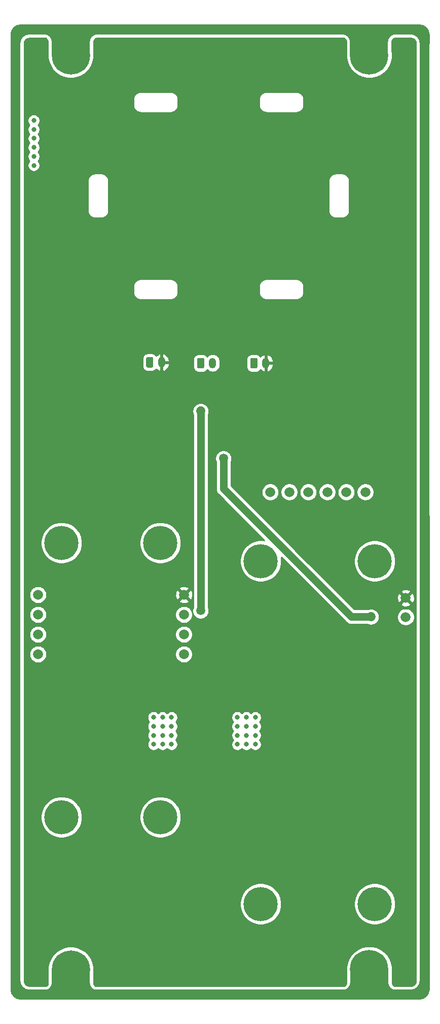
<source format=gbr>
%TF.GenerationSoftware,KiCad,Pcbnew,5.1.9-73d0e3b20d~88~ubuntu20.04.1*%
%TF.CreationDate,2021-04-18T23:10:17-05:00*%
%TF.ProjectId,COTS,434f5453-2e6b-4696-9361-645f70636258,rev?*%
%TF.SameCoordinates,Original*%
%TF.FileFunction,Copper,L2,Bot*%
%TF.FilePolarity,Positive*%
%FSLAX46Y46*%
G04 Gerber Fmt 4.6, Leading zero omitted, Abs format (unit mm)*
G04 Created by KiCad (PCBNEW 5.1.9-73d0e3b20d~88~ubuntu20.04.1) date 2021-04-18 23:10:17*
%MOMM*%
%LPD*%
G01*
G04 APERTURE LIST*
%TA.AperFunction,NonConductor*%
%ADD10C,0.150000*%
%TD*%
%TA.AperFunction,NonConductor*%
%ADD11C,0.100000*%
%TD*%
%TA.AperFunction,NonConductor*%
%ADD12C,0.200000*%
%TD*%
%TA.AperFunction,NonConductor*%
%ADD13C,0.300000*%
%TD*%
%TA.AperFunction,ComponentPad*%
%ADD14C,3.600000*%
%TD*%
%TA.AperFunction,ConnectorPad*%
%ADD15C,5.700000*%
%TD*%
%TA.AperFunction,ComponentPad*%
%ADD16C,1.660000*%
%TD*%
%TA.AperFunction,ComponentPad*%
%ADD17C,6.400000*%
%TD*%
%TA.AperFunction,ComponentPad*%
%ADD18C,0.800000*%
%TD*%
%TA.AperFunction,ComponentPad*%
%ADD19O,1.200000X1.750000*%
%TD*%
%TA.AperFunction,ViaPad*%
%ADD20C,0.800000*%
%TD*%
%TA.AperFunction,ViaPad*%
%ADD21C,1.500000*%
%TD*%
%TA.AperFunction,Conductor*%
%ADD22C,1.250000*%
%TD*%
%TA.AperFunction,Conductor*%
%ADD23C,1.500000*%
%TD*%
%TA.AperFunction,Conductor*%
%ADD24C,0.254000*%
%TD*%
%TA.AperFunction,Conductor*%
%ADD25C,0.100000*%
%TD*%
G04 APERTURE END LIST*
D10*
X164400000Y-199800000D02*
G75*
G03*
X166000000Y-201400000I1600000J0D01*
G01*
X165900000Y-198300000D02*
G75*
G03*
X167500000Y-199900000I1600000J0D01*
G01*
X232750000Y-42100000D02*
G75*
G03*
X231150000Y-40500000I-1600000J0D01*
G01*
G36*
X234250000Y-199800000D02*
G01*
X232750000Y-199800000D01*
X232722400Y-40600000D01*
X234222400Y-40600000D01*
X234250000Y-199800000D01*
G37*
X234250000Y-199800000D02*
X232750000Y-199800000D01*
X232722400Y-40600000D01*
X234222400Y-40600000D01*
X234250000Y-199800000D01*
X166000000Y-39000000D02*
G75*
G03*
X164400000Y-40600000I0J-1600000D01*
G01*
G36*
X233050000Y-39100000D02*
G01*
X233650000Y-39400000D01*
X233950000Y-39800000D01*
X234150000Y-40200000D01*
X234250000Y-40600000D01*
X234250000Y-42100000D01*
X232750000Y-42100000D01*
X232650000Y-41500000D01*
X232450000Y-41100000D01*
X232150000Y-40800000D01*
X231750000Y-40600000D01*
X231250000Y-40500000D01*
X231250000Y-39000000D01*
X232650000Y-39000000D01*
X233050000Y-39100000D01*
G37*
X233050000Y-39100000D02*
X233650000Y-39400000D01*
X233950000Y-39800000D01*
X234150000Y-40200000D01*
X234250000Y-40600000D01*
X234250000Y-42100000D01*
X232750000Y-42100000D01*
X232650000Y-41500000D01*
X232450000Y-41100000D01*
X232150000Y-40800000D01*
X231750000Y-40600000D01*
X231250000Y-40500000D01*
X231250000Y-39000000D01*
X232650000Y-39000000D01*
X233050000Y-39100000D01*
X234250000Y-40600000D02*
G75*
G03*
X232650000Y-39000000I-1600000J0D01*
G01*
X232750000Y-198300000D02*
G75*
G02*
X231150000Y-199900000I-1600000J0D01*
G01*
G36*
X165900000Y-199800000D02*
G01*
X164400000Y-199800000D01*
X164400000Y-40600000D01*
X165900000Y-40600000D01*
X165900000Y-199800000D01*
G37*
X165900000Y-199800000D02*
X164400000Y-199800000D01*
X164400000Y-40600000D01*
X165900000Y-40600000D01*
X165900000Y-199800000D01*
G36*
X166000000Y-198900000D02*
G01*
X166200000Y-199300000D01*
X166500000Y-199600000D01*
X166900000Y-199800000D01*
X167400000Y-199900000D01*
X167400000Y-201400000D01*
X166000000Y-201400000D01*
X165600000Y-201300000D01*
X165000000Y-201000000D01*
X164700000Y-200600000D01*
X164500000Y-200200000D01*
X164400000Y-199800000D01*
X164400000Y-198300000D01*
X165900000Y-198300000D01*
X166000000Y-198900000D01*
G37*
X166000000Y-198900000D02*
X166200000Y-199300000D01*
X166500000Y-199600000D01*
X166900000Y-199800000D01*
X167400000Y-199900000D01*
X167400000Y-201400000D01*
X166000000Y-201400000D01*
X165600000Y-201300000D01*
X165000000Y-201000000D01*
X164700000Y-200600000D01*
X164500000Y-200200000D01*
X164400000Y-199800000D01*
X164400000Y-198300000D01*
X165900000Y-198300000D01*
X166000000Y-198900000D01*
D11*
G36*
X234250000Y-199800000D02*
G01*
X234150000Y-200200000D01*
X233950000Y-200600000D01*
X233650000Y-201000000D01*
X233050000Y-201300000D01*
X232650000Y-201400000D01*
X231250000Y-201400000D01*
X231250000Y-199900000D01*
X231750000Y-199800000D01*
X232150000Y-199600000D01*
X232450000Y-199300000D01*
X232650000Y-198900000D01*
X232750000Y-198300000D01*
X234250000Y-198300000D01*
X234250000Y-199800000D01*
G37*
X234250000Y-199800000D02*
X234150000Y-200200000D01*
X233950000Y-200600000D01*
X233650000Y-201000000D01*
X233050000Y-201300000D01*
X232650000Y-201400000D01*
X231250000Y-201400000D01*
X231250000Y-199900000D01*
X231750000Y-199800000D01*
X232150000Y-199600000D01*
X232450000Y-199300000D01*
X232650000Y-198900000D01*
X232750000Y-198300000D01*
X234250000Y-198300000D01*
X234250000Y-199800000D01*
D10*
X234250000Y-199800000D02*
G75*
G02*
X232650000Y-201400000I-1600000J0D01*
G01*
G36*
X232700000Y-201400000D02*
G01*
X166000000Y-201400000D01*
X166000000Y-199900000D01*
X232700000Y-199900000D01*
X232700000Y-201400000D01*
G37*
X232700000Y-201400000D02*
X166000000Y-201400000D01*
X166000000Y-199900000D01*
X232700000Y-199900000D01*
X232700000Y-201400000D01*
G36*
X167500000Y-40500000D02*
G01*
X166900000Y-40600000D01*
X166500000Y-40800000D01*
X166200000Y-41100000D01*
X166000000Y-41500000D01*
X165900000Y-42000000D01*
X164400000Y-42000000D01*
X164400000Y-40600000D01*
X164500000Y-40200000D01*
X164800000Y-39600000D01*
X165200000Y-39300000D01*
X165600000Y-39100000D01*
X166000000Y-39000000D01*
X167500000Y-39000000D01*
X167500000Y-40500000D01*
G37*
X167500000Y-40500000D02*
X166900000Y-40600000D01*
X166500000Y-40800000D01*
X166200000Y-41100000D01*
X166000000Y-41500000D01*
X165900000Y-42000000D01*
X164400000Y-42000000D01*
X164400000Y-40600000D01*
X164500000Y-40200000D01*
X164800000Y-39600000D01*
X165200000Y-39300000D01*
X165600000Y-39100000D01*
X166000000Y-39000000D01*
X167500000Y-39000000D01*
X167500000Y-40500000D01*
X167500000Y-40500000D02*
G75*
G03*
X165900000Y-42100000I0J-1600000D01*
G01*
G36*
X232700000Y-40500000D02*
G01*
X167500000Y-40500000D01*
X167500000Y-39000000D01*
X232700000Y-39000000D01*
X232700000Y-40500000D01*
G37*
X232700000Y-40500000D02*
X167500000Y-40500000D01*
X167500000Y-39000000D01*
X232700000Y-39000000D01*
X232700000Y-40500000D01*
D12*
G36*
X178400000Y-40200000D02*
G01*
X177500000Y-41200000D01*
X177500000Y-44100000D01*
X171300000Y-44100000D01*
X171300000Y-41200000D01*
X170300000Y-40100000D01*
X178400000Y-40200000D01*
G37*
X178400000Y-40200000D02*
X177500000Y-41200000D01*
X177500000Y-44100000D01*
X171300000Y-44100000D01*
X171300000Y-41200000D01*
X170300000Y-40100000D01*
X178400000Y-40200000D01*
D13*
X178900000Y-40400000D02*
G75*
G03*
X177400000Y-41900000I0J-1500000D01*
G01*
X171400000Y-41900000D02*
G75*
G03*
X169900000Y-40400000I-1500000J0D01*
G01*
D12*
G36*
X228200000Y-40200000D02*
G01*
X227300000Y-41200000D01*
X227300000Y-44100000D01*
X221100000Y-44100000D01*
X221100000Y-41200000D01*
X220100000Y-40100000D01*
X228200000Y-40200000D01*
G37*
X228200000Y-40200000D02*
X227300000Y-41200000D01*
X227300000Y-44100000D01*
X221100000Y-44100000D01*
X221100000Y-41200000D01*
X220100000Y-40100000D01*
X228200000Y-40200000D01*
D13*
X228700000Y-40400000D02*
G75*
G03*
X227200000Y-41900000I0J-1500000D01*
G01*
X221200000Y-41900000D02*
G75*
G03*
X219700000Y-40400000I-1500000J0D01*
G01*
D12*
G36*
X227350000Y-199249200D02*
G01*
X228350000Y-200349200D01*
X220250000Y-200249200D01*
X221150000Y-199249200D01*
X221150000Y-196349200D01*
X227350000Y-196349200D01*
X227350000Y-199249200D01*
G37*
X227350000Y-199249200D02*
X228350000Y-200349200D01*
X220250000Y-200249200D01*
X221150000Y-199249200D01*
X221150000Y-196349200D01*
X227350000Y-196349200D01*
X227350000Y-199249200D01*
D13*
X219750000Y-200049200D02*
G75*
G03*
X221250000Y-198549200I0J1500000D01*
G01*
X227250000Y-198549200D02*
G75*
G03*
X228750000Y-200049200I1500000J0D01*
G01*
X177400000Y-198600000D02*
G75*
G03*
X178900000Y-200100000I1500000J0D01*
G01*
D12*
G36*
X177500000Y-199300000D02*
G01*
X178500000Y-200400000D01*
X170400000Y-200300000D01*
X171300000Y-199300000D01*
X171300000Y-196400000D01*
X177500000Y-196400000D01*
X177500000Y-199300000D01*
G37*
X177500000Y-199300000D02*
X178500000Y-200400000D01*
X170400000Y-200300000D01*
X171300000Y-199300000D01*
X171300000Y-196400000D01*
X177500000Y-196400000D01*
X177500000Y-199300000D01*
D13*
X169900000Y-200100000D02*
G75*
G03*
X171400000Y-198600000I0J1500000D01*
G01*
D14*
%TO.P,A2,~*%
%TO.N,N/C*%
X206121000Y-185521600D03*
D15*
X206121000Y-185521600D03*
D14*
X225171000Y-185521600D03*
D15*
X225171000Y-185521600D03*
X206121000Y-128371600D03*
D14*
X206121000Y-128371600D03*
D15*
X225171000Y-128371600D03*
D14*
X225171000Y-128371600D03*
D16*
%TO.P,A2,2*%
%TO.N,SL_POWER_NEGATIVE*%
X230346000Y-134531100D03*
%TO.P,A2,1*%
%TO.N,TM_POWER_POSITIVE*%
X230346000Y-137706100D03*
%TO.P,A2,8*%
%TO.N,Net-(A2-Pad8)*%
X207708500Y-116872000D03*
%TO.P,A2,7*%
%TO.N,Net-(A2-Pad7)*%
X210883500Y-116872000D03*
%TO.P,A2,6*%
%TO.N,Net-(A2-Pad6)*%
X214058500Y-116872000D03*
%TO.P,A2,5*%
%TO.N,Net-(A2-Pad5)*%
X217233500Y-116872000D03*
%TO.P,A2,4*%
%TO.N,Net-(A2-Pad4)*%
X220408500Y-116872000D03*
%TO.P,A2,3*%
%TO.N,Net-(A2-Pad3)*%
X223583500Y-116872000D03*
%TD*%
D14*
%TO.P,A1,~*%
%TO.N,N/C*%
X189357000Y-125349000D03*
D15*
X189357000Y-125349000D03*
D14*
X172847000Y-125349000D03*
D15*
X172847000Y-125349000D03*
D14*
X189357000Y-171069000D03*
D15*
X189357000Y-171069000D03*
D14*
X172847000Y-171069000D03*
D15*
X172847000Y-171069000D03*
D16*
%TO.P,A1,4*%
%TO.N,SL_POWER_NEGATIVE*%
X193290000Y-133985000D03*
%TO.P,A1,3*%
%TO.N,SL_POWER_POSITIVE*%
X193290000Y-137287000D03*
%TO.P,A1,2*%
%TO.N,Net-(A1-Pad2)*%
X193290000Y-140589000D03*
%TO.P,A1,1*%
%TO.N,Net-(A1-Pad1)*%
X193290000Y-143891000D03*
%TO.P,A1,8*%
%TO.N,Net-(A1-Pad8)*%
X168914000Y-133985000D03*
%TO.P,A1,7*%
%TO.N,Net-(A1-Pad7)*%
X168914000Y-137287000D03*
%TO.P,A1,6*%
%TO.N,Net-(A1-Pad6)*%
X168914000Y-140589000D03*
%TO.P,A1,5*%
%TO.N,Net-(A1-Pad5)*%
X168914000Y-143891000D03*
%TD*%
D17*
%TO.P,REF\u002A\u002A,*%
%TO.N,*%
X224250000Y-196400000D03*
D18*
%TO.P,REF\u002A\u002A,1*%
%TO.N,N/C*%
X226650000Y-196349200D03*
X225947056Y-198046256D03*
X224250000Y-198749200D03*
X222552944Y-198046256D03*
X221850000Y-196349200D03*
X222552944Y-194652144D03*
X224250000Y-193949200D03*
X225947056Y-194652144D03*
%TD*%
D17*
%TO.P,REF\u002A\u002A,*%
%TO.N,*%
X174400000Y-196450800D03*
D18*
%TO.P,REF\u002A\u002A,1*%
%TO.N,N/C*%
X176800000Y-196400000D03*
X176097056Y-198097056D03*
X174400000Y-198800000D03*
X172702944Y-198097056D03*
X172000000Y-196400000D03*
X172702944Y-194702944D03*
X174400000Y-194000000D03*
X176097056Y-194702944D03*
%TD*%
D17*
%TO.P,REF\u002A\u002A,*%
%TO.N,*%
X174400000Y-44050800D03*
D18*
%TO.P,REF\u002A\u002A,1*%
%TO.N,N/C*%
X176800000Y-44000000D03*
X176097056Y-45697056D03*
X174400000Y-46400000D03*
X172702944Y-45697056D03*
X172000000Y-44000000D03*
X172702944Y-42302944D03*
X174400000Y-41600000D03*
X176097056Y-42302944D03*
%TD*%
D17*
%TO.P,REF\u002A\u002A,*%
%TO.N,*%
X224250000Y-44050800D03*
D18*
%TO.P,REF\u002A\u002A,1*%
%TO.N,N/C*%
X226650000Y-44000000D03*
X225947056Y-45697056D03*
X224250000Y-46400000D03*
X222552944Y-45697056D03*
X221850000Y-44000000D03*
X222552944Y-42302944D03*
X224250000Y-41600000D03*
X225947056Y-42302944D03*
%TD*%
D19*
%TO.P,J9,2*%
%TO.N,SL_POWER_NEGATIVE*%
X189579000Y-95250000D03*
%TO.P,J9,1*%
%TO.N,TM_POWER_POSITIVE*%
%TA.AperFunction,ComponentPad*%
G36*
G01*
X186979000Y-95875001D02*
X186979000Y-94624999D01*
G75*
G02*
X187228999Y-94375000I249999J0D01*
G01*
X187929001Y-94375000D01*
G75*
G02*
X188179000Y-94624999I0J-249999D01*
G01*
X188179000Y-95875001D01*
G75*
G02*
X187929001Y-96125000I-249999J0D01*
G01*
X187228999Y-96125000D01*
G75*
G02*
X186979000Y-95875001I0J249999D01*
G01*
G37*
%TD.AperFunction*%
%TD*%
%TO.P,J8,2*%
%TO.N,SL_POWER_NEGATIVE*%
X206978000Y-95377000D03*
%TO.P,J8,1*%
%TO.N,Net-(J7-Pad2)*%
%TA.AperFunction,ComponentPad*%
G36*
G01*
X204378000Y-96002001D02*
X204378000Y-94751999D01*
G75*
G02*
X204627999Y-94502000I249999J0D01*
G01*
X205328001Y-94502000D01*
G75*
G02*
X205578000Y-94751999I0J-249999D01*
G01*
X205578000Y-96002001D01*
G75*
G02*
X205328001Y-96252000I-249999J0D01*
G01*
X204627999Y-96252000D01*
G75*
G02*
X204378000Y-96002001I0J249999D01*
G01*
G37*
%TD.AperFunction*%
%TD*%
%TO.P,J7,2*%
%TO.N,Net-(J7-Pad2)*%
X198088000Y-95377000D03*
%TO.P,J7,1*%
%TO.N,SL_POWER_POSITIVE*%
%TA.AperFunction,ComponentPad*%
G36*
G01*
X195488000Y-96002001D02*
X195488000Y-94751999D01*
G75*
G02*
X195737999Y-94502000I249999J0D01*
G01*
X196438001Y-94502000D01*
G75*
G02*
X196688000Y-94751999I0J-249999D01*
G01*
X196688000Y-96002001D01*
G75*
G02*
X196438001Y-96252000I-249999J0D01*
G01*
X195737999Y-96252000D01*
G75*
G02*
X195488000Y-96002001I0J249999D01*
G01*
G37*
%TD.AperFunction*%
%TD*%
D20*
%TO.N,*%
X168220000Y-57920000D03*
X168220000Y-56420000D03*
X168220000Y-60920000D03*
X168220000Y-62420000D03*
X168220000Y-54920000D03*
X168220000Y-59420000D03*
X189720000Y-154420000D03*
X188220000Y-157420000D03*
X191220000Y-158920000D03*
X188220000Y-158920000D03*
X191220000Y-155920000D03*
X189720000Y-157420000D03*
X189720000Y-158920000D03*
X189720000Y-155920000D03*
X191220000Y-154420000D03*
X188220000Y-154420000D03*
X191220000Y-157420000D03*
X188220000Y-155920000D03*
X203720000Y-154420000D03*
X202220000Y-157420000D03*
X205220000Y-158920000D03*
X202220000Y-158920000D03*
X205220000Y-155920000D03*
X203720000Y-157420000D03*
X203720000Y-158920000D03*
X203720000Y-155920000D03*
X205220000Y-154420000D03*
X202220000Y-154420000D03*
X205220000Y-157420000D03*
X202220000Y-155920000D03*
%TO.N,SL_POWER_NEGATIVE*%
X230120000Y-55220000D03*
D21*
%TO.N,SL_POWER_POSITIVE*%
X196088000Y-103378000D03*
X196088000Y-136652000D03*
%TO.N,TM_POWER_POSITIVE*%
X199898000Y-111252000D03*
X224536000Y-137668000D03*
D20*
%TO.N,SL_POWER_NEGATIVE*%
X230120000Y-56720000D03*
X230120000Y-58220000D03*
X230120000Y-59720000D03*
X230120000Y-61220000D03*
X230120000Y-62720000D03*
%TD*%
D22*
%TO.N,SL_POWER_POSITIVE*%
X196088000Y-134620000D02*
X196088000Y-103378000D01*
D23*
X196088000Y-103378000D02*
X196088000Y-103378000D01*
D22*
X196088000Y-134620000D02*
X196088000Y-136652000D01*
%TO.N,TM_POWER_POSITIVE*%
X199898000Y-111252000D02*
X199898000Y-116332000D01*
X199898000Y-116332000D02*
X221234000Y-137668000D01*
X221234000Y-137668000D02*
X224536000Y-137668000D01*
D23*
X224536000Y-137668000D02*
X224536000Y-137668000D01*
%TD*%
D24*
%TO.N,SL_POWER_NEGATIVE*%
X170171030Y-41242430D02*
X170293595Y-41307599D01*
X170401160Y-41395327D01*
X170489643Y-41502285D01*
X170555660Y-41624381D01*
X170565000Y-41654553D01*
X170565000Y-44428515D01*
X170712377Y-45169428D01*
X171001467Y-45867354D01*
X171421161Y-46495470D01*
X171955330Y-47029639D01*
X172583446Y-47449333D01*
X173281372Y-47738423D01*
X174022285Y-47885800D01*
X174777715Y-47885800D01*
X175518628Y-47738423D01*
X176216554Y-47449333D01*
X176844670Y-47029639D01*
X177378839Y-46495470D01*
X177798533Y-45867354D01*
X178087623Y-45169428D01*
X178235000Y-44428515D01*
X178235000Y-41653580D01*
X178242430Y-41628970D01*
X178307599Y-41506405D01*
X178395327Y-41398840D01*
X178502285Y-41310357D01*
X178624381Y-41244340D01*
X178735315Y-41210000D01*
X219863617Y-41210000D01*
X219971030Y-41242430D01*
X220093595Y-41307599D01*
X220201160Y-41395327D01*
X220289643Y-41502285D01*
X220355660Y-41624381D01*
X220365000Y-41654553D01*
X220365000Y-44100000D01*
X220371751Y-44168852D01*
X220378019Y-44237725D01*
X220378746Y-44240197D01*
X220378998Y-44242762D01*
X220398989Y-44308975D01*
X220415000Y-44363376D01*
X220415000Y-44428515D01*
X220562377Y-45169428D01*
X220851467Y-45867354D01*
X221271161Y-46495470D01*
X221805330Y-47029639D01*
X222433446Y-47449333D01*
X223131372Y-47738423D01*
X223872285Y-47885800D01*
X224627715Y-47885800D01*
X225368628Y-47738423D01*
X226066554Y-47449333D01*
X226694670Y-47029639D01*
X227228839Y-46495470D01*
X227648533Y-45867354D01*
X227937623Y-45169428D01*
X228085000Y-44428515D01*
X228085000Y-43673085D01*
X228035000Y-43421718D01*
X228035000Y-41653580D01*
X228042430Y-41628970D01*
X228107599Y-41506405D01*
X228195327Y-41398840D01*
X228302285Y-41310357D01*
X228424381Y-41244340D01*
X228535315Y-41210000D01*
X231115279Y-41210000D01*
X231241655Y-41222391D01*
X231402785Y-41254617D01*
X231487856Y-41280302D01*
X231640634Y-41361536D01*
X231774727Y-41470899D01*
X231885019Y-41604220D01*
X231967318Y-41756428D01*
X231979506Y-41795801D01*
X232012642Y-41994614D01*
X232039734Y-198267988D01*
X232019710Y-198472207D01*
X231969699Y-198637853D01*
X231888464Y-198790634D01*
X231779103Y-198924724D01*
X231645780Y-199035019D01*
X231493569Y-199117319D01*
X231328272Y-199168487D01*
X231123593Y-199190000D01*
X228447430Y-199190000D01*
X228356405Y-199141601D01*
X228248839Y-199053872D01*
X228160358Y-198946917D01*
X228094338Y-198824815D01*
X228085000Y-198794649D01*
X228085000Y-196022285D01*
X227937623Y-195281372D01*
X227648533Y-194583446D01*
X227228839Y-193955330D01*
X226694670Y-193421161D01*
X226066554Y-193001467D01*
X225368628Y-192712377D01*
X224627715Y-192565000D01*
X223872285Y-192565000D01*
X223131372Y-192712377D01*
X222433446Y-193001467D01*
X221805330Y-193421161D01*
X221271161Y-193955330D01*
X220851467Y-194583446D01*
X220562377Y-195281372D01*
X220415000Y-196022285D01*
X220415000Y-198795622D01*
X220407570Y-198820229D01*
X220342401Y-198942795D01*
X220254672Y-199050361D01*
X220147717Y-199138842D01*
X220053102Y-199190000D01*
X178503461Y-199190000D01*
X178398839Y-199104672D01*
X178310358Y-198997717D01*
X178244338Y-198875615D01*
X178235000Y-198845449D01*
X178235000Y-196073085D01*
X178087623Y-195332172D01*
X177798533Y-194634246D01*
X177378839Y-194006130D01*
X176844670Y-193471961D01*
X176216554Y-193052267D01*
X175518628Y-192763177D01*
X174777715Y-192615800D01*
X174022285Y-192615800D01*
X173281372Y-192763177D01*
X172583446Y-193052267D01*
X171955330Y-193471961D01*
X171421161Y-194006130D01*
X171001467Y-194634246D01*
X170712377Y-195332172D01*
X170565000Y-196073085D01*
X170565000Y-198846422D01*
X170557570Y-198871029D01*
X170492401Y-198993595D01*
X170404672Y-199101161D01*
X170297717Y-199189642D01*
X170297054Y-199190000D01*
X167534721Y-199190000D01*
X167408347Y-199177609D01*
X167247213Y-199145382D01*
X167162147Y-199119699D01*
X167009366Y-199038464D01*
X166875276Y-198929103D01*
X166764981Y-198795780D01*
X166682681Y-198643569D01*
X166670494Y-198604200D01*
X166610000Y-198241237D01*
X166610000Y-185178358D01*
X202636000Y-185178358D01*
X202636000Y-185864842D01*
X202769927Y-186538137D01*
X203032633Y-187172366D01*
X203414024Y-187743158D01*
X203899442Y-188228576D01*
X204470234Y-188609967D01*
X205104463Y-188872673D01*
X205777758Y-189006600D01*
X206464242Y-189006600D01*
X207137537Y-188872673D01*
X207771766Y-188609967D01*
X208342558Y-188228576D01*
X208827976Y-187743158D01*
X209209367Y-187172366D01*
X209472073Y-186538137D01*
X209606000Y-185864842D01*
X209606000Y-185178358D01*
X221686000Y-185178358D01*
X221686000Y-185864842D01*
X221819927Y-186538137D01*
X222082633Y-187172366D01*
X222464024Y-187743158D01*
X222949442Y-188228576D01*
X223520234Y-188609967D01*
X224154463Y-188872673D01*
X224827758Y-189006600D01*
X225514242Y-189006600D01*
X226187537Y-188872673D01*
X226821766Y-188609967D01*
X227392558Y-188228576D01*
X227877976Y-187743158D01*
X228259367Y-187172366D01*
X228522073Y-186538137D01*
X228656000Y-185864842D01*
X228656000Y-185178358D01*
X228522073Y-184505063D01*
X228259367Y-183870834D01*
X227877976Y-183300042D01*
X227392558Y-182814624D01*
X226821766Y-182433233D01*
X226187537Y-182170527D01*
X225514242Y-182036600D01*
X224827758Y-182036600D01*
X224154463Y-182170527D01*
X223520234Y-182433233D01*
X222949442Y-182814624D01*
X222464024Y-183300042D01*
X222082633Y-183870834D01*
X221819927Y-184505063D01*
X221686000Y-185178358D01*
X209606000Y-185178358D01*
X209472073Y-184505063D01*
X209209367Y-183870834D01*
X208827976Y-183300042D01*
X208342558Y-182814624D01*
X207771766Y-182433233D01*
X207137537Y-182170527D01*
X206464242Y-182036600D01*
X205777758Y-182036600D01*
X205104463Y-182170527D01*
X204470234Y-182433233D01*
X203899442Y-182814624D01*
X203414024Y-183300042D01*
X203032633Y-183870834D01*
X202769927Y-184505063D01*
X202636000Y-185178358D01*
X166610000Y-185178358D01*
X166610000Y-170725758D01*
X169362000Y-170725758D01*
X169362000Y-171412242D01*
X169495927Y-172085537D01*
X169758633Y-172719766D01*
X170140024Y-173290558D01*
X170625442Y-173775976D01*
X171196234Y-174157367D01*
X171830463Y-174420073D01*
X172503758Y-174554000D01*
X173190242Y-174554000D01*
X173863537Y-174420073D01*
X174497766Y-174157367D01*
X175068558Y-173775976D01*
X175553976Y-173290558D01*
X175935367Y-172719766D01*
X176198073Y-172085537D01*
X176332000Y-171412242D01*
X176332000Y-170725758D01*
X185872000Y-170725758D01*
X185872000Y-171412242D01*
X186005927Y-172085537D01*
X186268633Y-172719766D01*
X186650024Y-173290558D01*
X187135442Y-173775976D01*
X187706234Y-174157367D01*
X188340463Y-174420073D01*
X189013758Y-174554000D01*
X189700242Y-174554000D01*
X190373537Y-174420073D01*
X191007766Y-174157367D01*
X191578558Y-173775976D01*
X192063976Y-173290558D01*
X192445367Y-172719766D01*
X192708073Y-172085537D01*
X192842000Y-171412242D01*
X192842000Y-170725758D01*
X192708073Y-170052463D01*
X192445367Y-169418234D01*
X192063976Y-168847442D01*
X191578558Y-168362024D01*
X191007766Y-167980633D01*
X190373537Y-167717927D01*
X189700242Y-167584000D01*
X189013758Y-167584000D01*
X188340463Y-167717927D01*
X187706234Y-167980633D01*
X187135442Y-168362024D01*
X186650024Y-168847442D01*
X186268633Y-169418234D01*
X186005927Y-170052463D01*
X185872000Y-170725758D01*
X176332000Y-170725758D01*
X176198073Y-170052463D01*
X175935367Y-169418234D01*
X175553976Y-168847442D01*
X175068558Y-168362024D01*
X174497766Y-167980633D01*
X173863537Y-167717927D01*
X173190242Y-167584000D01*
X172503758Y-167584000D01*
X171830463Y-167717927D01*
X171196234Y-167980633D01*
X170625442Y-168362024D01*
X170140024Y-168847442D01*
X169758633Y-169418234D01*
X169495927Y-170052463D01*
X169362000Y-170725758D01*
X166610000Y-170725758D01*
X166610000Y-154318061D01*
X187185000Y-154318061D01*
X187185000Y-154521939D01*
X187224774Y-154721898D01*
X187302795Y-154910256D01*
X187416063Y-155079774D01*
X187506289Y-155170000D01*
X187416063Y-155260226D01*
X187302795Y-155429744D01*
X187224774Y-155618102D01*
X187185000Y-155818061D01*
X187185000Y-156021939D01*
X187224774Y-156221898D01*
X187302795Y-156410256D01*
X187416063Y-156579774D01*
X187506289Y-156670000D01*
X187416063Y-156760226D01*
X187302795Y-156929744D01*
X187224774Y-157118102D01*
X187185000Y-157318061D01*
X187185000Y-157521939D01*
X187224774Y-157721898D01*
X187302795Y-157910256D01*
X187416063Y-158079774D01*
X187506289Y-158170000D01*
X187416063Y-158260226D01*
X187302795Y-158429744D01*
X187224774Y-158618102D01*
X187185000Y-158818061D01*
X187185000Y-159021939D01*
X187224774Y-159221898D01*
X187302795Y-159410256D01*
X187416063Y-159579774D01*
X187560226Y-159723937D01*
X187729744Y-159837205D01*
X187918102Y-159915226D01*
X188118061Y-159955000D01*
X188321939Y-159955000D01*
X188521898Y-159915226D01*
X188710256Y-159837205D01*
X188879774Y-159723937D01*
X188970000Y-159633711D01*
X189060226Y-159723937D01*
X189229744Y-159837205D01*
X189418102Y-159915226D01*
X189618061Y-159955000D01*
X189821939Y-159955000D01*
X190021898Y-159915226D01*
X190210256Y-159837205D01*
X190379774Y-159723937D01*
X190470000Y-159633711D01*
X190560226Y-159723937D01*
X190729744Y-159837205D01*
X190918102Y-159915226D01*
X191118061Y-159955000D01*
X191321939Y-159955000D01*
X191521898Y-159915226D01*
X191710256Y-159837205D01*
X191879774Y-159723937D01*
X192023937Y-159579774D01*
X192137205Y-159410256D01*
X192215226Y-159221898D01*
X192255000Y-159021939D01*
X192255000Y-158818061D01*
X192215226Y-158618102D01*
X192137205Y-158429744D01*
X192023937Y-158260226D01*
X191933711Y-158170000D01*
X192023937Y-158079774D01*
X192137205Y-157910256D01*
X192215226Y-157721898D01*
X192255000Y-157521939D01*
X192255000Y-157318061D01*
X192215226Y-157118102D01*
X192137205Y-156929744D01*
X192023937Y-156760226D01*
X191933711Y-156670000D01*
X192023937Y-156579774D01*
X192137205Y-156410256D01*
X192215226Y-156221898D01*
X192255000Y-156021939D01*
X192255000Y-155818061D01*
X192215226Y-155618102D01*
X192137205Y-155429744D01*
X192023937Y-155260226D01*
X191933711Y-155170000D01*
X192023937Y-155079774D01*
X192137205Y-154910256D01*
X192215226Y-154721898D01*
X192255000Y-154521939D01*
X192255000Y-154318061D01*
X201185000Y-154318061D01*
X201185000Y-154521939D01*
X201224774Y-154721898D01*
X201302795Y-154910256D01*
X201416063Y-155079774D01*
X201506289Y-155170000D01*
X201416063Y-155260226D01*
X201302795Y-155429744D01*
X201224774Y-155618102D01*
X201185000Y-155818061D01*
X201185000Y-156021939D01*
X201224774Y-156221898D01*
X201302795Y-156410256D01*
X201416063Y-156579774D01*
X201506289Y-156670000D01*
X201416063Y-156760226D01*
X201302795Y-156929744D01*
X201224774Y-157118102D01*
X201185000Y-157318061D01*
X201185000Y-157521939D01*
X201224774Y-157721898D01*
X201302795Y-157910256D01*
X201416063Y-158079774D01*
X201506289Y-158170000D01*
X201416063Y-158260226D01*
X201302795Y-158429744D01*
X201224774Y-158618102D01*
X201185000Y-158818061D01*
X201185000Y-159021939D01*
X201224774Y-159221898D01*
X201302795Y-159410256D01*
X201416063Y-159579774D01*
X201560226Y-159723937D01*
X201729744Y-159837205D01*
X201918102Y-159915226D01*
X202118061Y-159955000D01*
X202321939Y-159955000D01*
X202521898Y-159915226D01*
X202710256Y-159837205D01*
X202879774Y-159723937D01*
X202970000Y-159633711D01*
X203060226Y-159723937D01*
X203229744Y-159837205D01*
X203418102Y-159915226D01*
X203618061Y-159955000D01*
X203821939Y-159955000D01*
X204021898Y-159915226D01*
X204210256Y-159837205D01*
X204379774Y-159723937D01*
X204470000Y-159633711D01*
X204560226Y-159723937D01*
X204729744Y-159837205D01*
X204918102Y-159915226D01*
X205118061Y-159955000D01*
X205321939Y-159955000D01*
X205521898Y-159915226D01*
X205710256Y-159837205D01*
X205879774Y-159723937D01*
X206023937Y-159579774D01*
X206137205Y-159410256D01*
X206215226Y-159221898D01*
X206255000Y-159021939D01*
X206255000Y-158818061D01*
X206215226Y-158618102D01*
X206137205Y-158429744D01*
X206023937Y-158260226D01*
X205933711Y-158170000D01*
X206023937Y-158079774D01*
X206137205Y-157910256D01*
X206215226Y-157721898D01*
X206255000Y-157521939D01*
X206255000Y-157318061D01*
X206215226Y-157118102D01*
X206137205Y-156929744D01*
X206023937Y-156760226D01*
X205933711Y-156670000D01*
X206023937Y-156579774D01*
X206137205Y-156410256D01*
X206215226Y-156221898D01*
X206255000Y-156021939D01*
X206255000Y-155818061D01*
X206215226Y-155618102D01*
X206137205Y-155429744D01*
X206023937Y-155260226D01*
X205933711Y-155170000D01*
X206023937Y-155079774D01*
X206137205Y-154910256D01*
X206215226Y-154721898D01*
X206255000Y-154521939D01*
X206255000Y-154318061D01*
X206215226Y-154118102D01*
X206137205Y-153929744D01*
X206023937Y-153760226D01*
X205879774Y-153616063D01*
X205710256Y-153502795D01*
X205521898Y-153424774D01*
X205321939Y-153385000D01*
X205118061Y-153385000D01*
X204918102Y-153424774D01*
X204729744Y-153502795D01*
X204560226Y-153616063D01*
X204470000Y-153706289D01*
X204379774Y-153616063D01*
X204210256Y-153502795D01*
X204021898Y-153424774D01*
X203821939Y-153385000D01*
X203618061Y-153385000D01*
X203418102Y-153424774D01*
X203229744Y-153502795D01*
X203060226Y-153616063D01*
X202970000Y-153706289D01*
X202879774Y-153616063D01*
X202710256Y-153502795D01*
X202521898Y-153424774D01*
X202321939Y-153385000D01*
X202118061Y-153385000D01*
X201918102Y-153424774D01*
X201729744Y-153502795D01*
X201560226Y-153616063D01*
X201416063Y-153760226D01*
X201302795Y-153929744D01*
X201224774Y-154118102D01*
X201185000Y-154318061D01*
X192255000Y-154318061D01*
X192215226Y-154118102D01*
X192137205Y-153929744D01*
X192023937Y-153760226D01*
X191879774Y-153616063D01*
X191710256Y-153502795D01*
X191521898Y-153424774D01*
X191321939Y-153385000D01*
X191118061Y-153385000D01*
X190918102Y-153424774D01*
X190729744Y-153502795D01*
X190560226Y-153616063D01*
X190470000Y-153706289D01*
X190379774Y-153616063D01*
X190210256Y-153502795D01*
X190021898Y-153424774D01*
X189821939Y-153385000D01*
X189618061Y-153385000D01*
X189418102Y-153424774D01*
X189229744Y-153502795D01*
X189060226Y-153616063D01*
X188970000Y-153706289D01*
X188879774Y-153616063D01*
X188710256Y-153502795D01*
X188521898Y-153424774D01*
X188321939Y-153385000D01*
X188118061Y-153385000D01*
X187918102Y-153424774D01*
X187729744Y-153502795D01*
X187560226Y-153616063D01*
X187416063Y-153760226D01*
X187302795Y-153929744D01*
X187224774Y-154118102D01*
X187185000Y-154318061D01*
X166610000Y-154318061D01*
X166610000Y-143746710D01*
X167449000Y-143746710D01*
X167449000Y-144035290D01*
X167505299Y-144318325D01*
X167615733Y-144584938D01*
X167776060Y-144824883D01*
X167980117Y-145028940D01*
X168220062Y-145189267D01*
X168486675Y-145299701D01*
X168769710Y-145356000D01*
X169058290Y-145356000D01*
X169341325Y-145299701D01*
X169607938Y-145189267D01*
X169847883Y-145028940D01*
X170051940Y-144824883D01*
X170212267Y-144584938D01*
X170322701Y-144318325D01*
X170379000Y-144035290D01*
X170379000Y-143746710D01*
X191825000Y-143746710D01*
X191825000Y-144035290D01*
X191881299Y-144318325D01*
X191991733Y-144584938D01*
X192152060Y-144824883D01*
X192356117Y-145028940D01*
X192596062Y-145189267D01*
X192862675Y-145299701D01*
X193145710Y-145356000D01*
X193434290Y-145356000D01*
X193717325Y-145299701D01*
X193983938Y-145189267D01*
X194223883Y-145028940D01*
X194427940Y-144824883D01*
X194588267Y-144584938D01*
X194698701Y-144318325D01*
X194755000Y-144035290D01*
X194755000Y-143746710D01*
X194698701Y-143463675D01*
X194588267Y-143197062D01*
X194427940Y-142957117D01*
X194223883Y-142753060D01*
X193983938Y-142592733D01*
X193717325Y-142482299D01*
X193434290Y-142426000D01*
X193145710Y-142426000D01*
X192862675Y-142482299D01*
X192596062Y-142592733D01*
X192356117Y-142753060D01*
X192152060Y-142957117D01*
X191991733Y-143197062D01*
X191881299Y-143463675D01*
X191825000Y-143746710D01*
X170379000Y-143746710D01*
X170322701Y-143463675D01*
X170212267Y-143197062D01*
X170051940Y-142957117D01*
X169847883Y-142753060D01*
X169607938Y-142592733D01*
X169341325Y-142482299D01*
X169058290Y-142426000D01*
X168769710Y-142426000D01*
X168486675Y-142482299D01*
X168220062Y-142592733D01*
X167980117Y-142753060D01*
X167776060Y-142957117D01*
X167615733Y-143197062D01*
X167505299Y-143463675D01*
X167449000Y-143746710D01*
X166610000Y-143746710D01*
X166610000Y-140444710D01*
X167449000Y-140444710D01*
X167449000Y-140733290D01*
X167505299Y-141016325D01*
X167615733Y-141282938D01*
X167776060Y-141522883D01*
X167980117Y-141726940D01*
X168220062Y-141887267D01*
X168486675Y-141997701D01*
X168769710Y-142054000D01*
X169058290Y-142054000D01*
X169341325Y-141997701D01*
X169607938Y-141887267D01*
X169847883Y-141726940D01*
X170051940Y-141522883D01*
X170212267Y-141282938D01*
X170322701Y-141016325D01*
X170379000Y-140733290D01*
X170379000Y-140444710D01*
X191825000Y-140444710D01*
X191825000Y-140733290D01*
X191881299Y-141016325D01*
X191991733Y-141282938D01*
X192152060Y-141522883D01*
X192356117Y-141726940D01*
X192596062Y-141887267D01*
X192862675Y-141997701D01*
X193145710Y-142054000D01*
X193434290Y-142054000D01*
X193717325Y-141997701D01*
X193983938Y-141887267D01*
X194223883Y-141726940D01*
X194427940Y-141522883D01*
X194588267Y-141282938D01*
X194698701Y-141016325D01*
X194755000Y-140733290D01*
X194755000Y-140444710D01*
X194698701Y-140161675D01*
X194588267Y-139895062D01*
X194427940Y-139655117D01*
X194223883Y-139451060D01*
X193983938Y-139290733D01*
X193717325Y-139180299D01*
X193434290Y-139124000D01*
X193145710Y-139124000D01*
X192862675Y-139180299D01*
X192596062Y-139290733D01*
X192356117Y-139451060D01*
X192152060Y-139655117D01*
X191991733Y-139895062D01*
X191881299Y-140161675D01*
X191825000Y-140444710D01*
X170379000Y-140444710D01*
X170322701Y-140161675D01*
X170212267Y-139895062D01*
X170051940Y-139655117D01*
X169847883Y-139451060D01*
X169607938Y-139290733D01*
X169341325Y-139180299D01*
X169058290Y-139124000D01*
X168769710Y-139124000D01*
X168486675Y-139180299D01*
X168220062Y-139290733D01*
X167980117Y-139451060D01*
X167776060Y-139655117D01*
X167615733Y-139895062D01*
X167505299Y-140161675D01*
X167449000Y-140444710D01*
X166610000Y-140444710D01*
X166610000Y-137142710D01*
X167449000Y-137142710D01*
X167449000Y-137431290D01*
X167505299Y-137714325D01*
X167615733Y-137980938D01*
X167776060Y-138220883D01*
X167980117Y-138424940D01*
X168220062Y-138585267D01*
X168486675Y-138695701D01*
X168769710Y-138752000D01*
X169058290Y-138752000D01*
X169341325Y-138695701D01*
X169607938Y-138585267D01*
X169847883Y-138424940D01*
X170051940Y-138220883D01*
X170212267Y-137980938D01*
X170322701Y-137714325D01*
X170379000Y-137431290D01*
X170379000Y-137142710D01*
X191825000Y-137142710D01*
X191825000Y-137431290D01*
X191881299Y-137714325D01*
X191991733Y-137980938D01*
X192152060Y-138220883D01*
X192356117Y-138424940D01*
X192596062Y-138585267D01*
X192862675Y-138695701D01*
X193145710Y-138752000D01*
X193434290Y-138752000D01*
X193717325Y-138695701D01*
X193983938Y-138585267D01*
X194223883Y-138424940D01*
X194427940Y-138220883D01*
X194588267Y-137980938D01*
X194698701Y-137714325D01*
X194755000Y-137431290D01*
X194755000Y-137142710D01*
X194698701Y-136859675D01*
X194588267Y-136593062D01*
X194427940Y-136353117D01*
X194223883Y-136149060D01*
X193983938Y-135988733D01*
X193717325Y-135878299D01*
X193434290Y-135822000D01*
X193145710Y-135822000D01*
X192862675Y-135878299D01*
X192596062Y-135988733D01*
X192356117Y-136149060D01*
X192152060Y-136353117D01*
X191991733Y-136593062D01*
X191881299Y-136859675D01*
X191825000Y-137142710D01*
X170379000Y-137142710D01*
X170322701Y-136859675D01*
X170212267Y-136593062D01*
X170051940Y-136353117D01*
X169847883Y-136149060D01*
X169607938Y-135988733D01*
X169341325Y-135878299D01*
X169058290Y-135822000D01*
X168769710Y-135822000D01*
X168486675Y-135878299D01*
X168220062Y-135988733D01*
X167980117Y-136149060D01*
X167776060Y-136353117D01*
X167615733Y-136593062D01*
X167505299Y-136859675D01*
X167449000Y-137142710D01*
X166610000Y-137142710D01*
X166610000Y-133840710D01*
X167449000Y-133840710D01*
X167449000Y-134129290D01*
X167505299Y-134412325D01*
X167615733Y-134678938D01*
X167776060Y-134918883D01*
X167980117Y-135122940D01*
X168220062Y-135283267D01*
X168486675Y-135393701D01*
X168769710Y-135450000D01*
X169058290Y-135450000D01*
X169341325Y-135393701D01*
X169607938Y-135283267D01*
X169847883Y-135122940D01*
X169971702Y-134999121D01*
X192455484Y-134999121D01*
X192530699Y-135246153D01*
X192791327Y-135370052D01*
X193071119Y-135440725D01*
X193359323Y-135455455D01*
X193644862Y-135413676D01*
X193916765Y-135316995D01*
X194049301Y-135246153D01*
X194124516Y-134999121D01*
X193290000Y-134164605D01*
X192455484Y-134999121D01*
X169971702Y-134999121D01*
X170051940Y-134918883D01*
X170212267Y-134678938D01*
X170322701Y-134412325D01*
X170379000Y-134129290D01*
X170379000Y-134054323D01*
X191819545Y-134054323D01*
X191861324Y-134339862D01*
X191958005Y-134611765D01*
X192028847Y-134744301D01*
X192275879Y-134819516D01*
X193110395Y-133985000D01*
X193469605Y-133985000D01*
X194304121Y-134819516D01*
X194551153Y-134744301D01*
X194675052Y-134483673D01*
X194745725Y-134203881D01*
X194760455Y-133915677D01*
X194718676Y-133630138D01*
X194621995Y-133358235D01*
X194551153Y-133225699D01*
X194304121Y-133150484D01*
X193469605Y-133985000D01*
X193110395Y-133985000D01*
X192275879Y-133150484D01*
X192028847Y-133225699D01*
X191904948Y-133486327D01*
X191834275Y-133766119D01*
X191819545Y-134054323D01*
X170379000Y-134054323D01*
X170379000Y-133840710D01*
X170322701Y-133557675D01*
X170212267Y-133291062D01*
X170051940Y-133051117D01*
X169971702Y-132970879D01*
X192455484Y-132970879D01*
X193290000Y-133805395D01*
X194124516Y-132970879D01*
X194049301Y-132723847D01*
X193788673Y-132599948D01*
X193508881Y-132529275D01*
X193220677Y-132514545D01*
X192935138Y-132556324D01*
X192663235Y-132653005D01*
X192530699Y-132723847D01*
X192455484Y-132970879D01*
X169971702Y-132970879D01*
X169847883Y-132847060D01*
X169607938Y-132686733D01*
X169341325Y-132576299D01*
X169058290Y-132520000D01*
X168769710Y-132520000D01*
X168486675Y-132576299D01*
X168220062Y-132686733D01*
X167980117Y-132847060D01*
X167776060Y-133051117D01*
X167615733Y-133291062D01*
X167505299Y-133557675D01*
X167449000Y-133840710D01*
X166610000Y-133840710D01*
X166610000Y-125005758D01*
X169362000Y-125005758D01*
X169362000Y-125692242D01*
X169495927Y-126365537D01*
X169758633Y-126999766D01*
X170140024Y-127570558D01*
X170625442Y-128055976D01*
X171196234Y-128437367D01*
X171830463Y-128700073D01*
X172503758Y-128834000D01*
X173190242Y-128834000D01*
X173863537Y-128700073D01*
X174497766Y-128437367D01*
X175068558Y-128055976D01*
X175553976Y-127570558D01*
X175935367Y-126999766D01*
X176198073Y-126365537D01*
X176332000Y-125692242D01*
X176332000Y-125005758D01*
X185872000Y-125005758D01*
X185872000Y-125692242D01*
X186005927Y-126365537D01*
X186268633Y-126999766D01*
X186650024Y-127570558D01*
X187135442Y-128055976D01*
X187706234Y-128437367D01*
X188340463Y-128700073D01*
X189013758Y-128834000D01*
X189700242Y-128834000D01*
X190373537Y-128700073D01*
X191007766Y-128437367D01*
X191578558Y-128055976D01*
X192063976Y-127570558D01*
X192445367Y-126999766D01*
X192708073Y-126365537D01*
X192842000Y-125692242D01*
X192842000Y-125005758D01*
X192708073Y-124332463D01*
X192445367Y-123698234D01*
X192063976Y-123127442D01*
X191578558Y-122642024D01*
X191007766Y-122260633D01*
X190373537Y-121997927D01*
X189700242Y-121864000D01*
X189013758Y-121864000D01*
X188340463Y-121997927D01*
X187706234Y-122260633D01*
X187135442Y-122642024D01*
X186650024Y-123127442D01*
X186268633Y-123698234D01*
X186005927Y-124332463D01*
X185872000Y-125005758D01*
X176332000Y-125005758D01*
X176198073Y-124332463D01*
X175935367Y-123698234D01*
X175553976Y-123127442D01*
X175068558Y-122642024D01*
X174497766Y-122260633D01*
X173863537Y-121997927D01*
X173190242Y-121864000D01*
X172503758Y-121864000D01*
X171830463Y-121997927D01*
X171196234Y-122260633D01*
X170625442Y-122642024D01*
X170140024Y-123127442D01*
X169758633Y-123698234D01*
X169495927Y-124332463D01*
X169362000Y-125005758D01*
X166610000Y-125005758D01*
X166610000Y-103378000D01*
X194696299Y-103378000D01*
X194703000Y-103446037D01*
X194703000Y-103514411D01*
X194716339Y-103581470D01*
X194723040Y-103649507D01*
X194742886Y-103714932D01*
X194756225Y-103781989D01*
X194782389Y-103845155D01*
X194802236Y-103910581D01*
X194828001Y-103958784D01*
X194828000Y-134558107D01*
X194828000Y-134558108D01*
X194828001Y-136074729D01*
X194756225Y-136248011D01*
X194703000Y-136515589D01*
X194703000Y-136788411D01*
X194756225Y-137055989D01*
X194860629Y-137308043D01*
X195012201Y-137534886D01*
X195205114Y-137727799D01*
X195431957Y-137879371D01*
X195684011Y-137983775D01*
X195951589Y-138037000D01*
X196224411Y-138037000D01*
X196491989Y-137983775D01*
X196744043Y-137879371D01*
X196970886Y-137727799D01*
X197163799Y-137534886D01*
X197315371Y-137308043D01*
X197419775Y-137055989D01*
X197473000Y-136788411D01*
X197473000Y-136515589D01*
X197419775Y-136248011D01*
X197348000Y-136074731D01*
X197348000Y-111115589D01*
X198513000Y-111115589D01*
X198513000Y-111388411D01*
X198566225Y-111655989D01*
X198638000Y-111829270D01*
X198638001Y-116270107D01*
X198631905Y-116332000D01*
X198656233Y-116579003D01*
X198728280Y-116816513D01*
X198845280Y-117035405D01*
X198963281Y-117179189D01*
X199002736Y-117227265D01*
X199050811Y-117266719D01*
X206721954Y-124937862D01*
X206464242Y-124886600D01*
X205777758Y-124886600D01*
X205104463Y-125020527D01*
X204470234Y-125283233D01*
X203899442Y-125664624D01*
X203414024Y-126150042D01*
X203032633Y-126720834D01*
X202769927Y-127355063D01*
X202636000Y-128028358D01*
X202636000Y-128714842D01*
X202769927Y-129388137D01*
X203032633Y-130022366D01*
X203414024Y-130593158D01*
X203899442Y-131078576D01*
X204470234Y-131459967D01*
X205104463Y-131722673D01*
X205777758Y-131856600D01*
X206464242Y-131856600D01*
X207137537Y-131722673D01*
X207771766Y-131459967D01*
X208342558Y-131078576D01*
X208827976Y-130593158D01*
X209209367Y-130022366D01*
X209472073Y-129388137D01*
X209606000Y-128714842D01*
X209606000Y-128028358D01*
X209554738Y-127770646D01*
X220299281Y-138515190D01*
X220338735Y-138563265D01*
X220386810Y-138602719D01*
X220530595Y-138720720D01*
X220749486Y-138837720D01*
X220986997Y-138909768D01*
X221234000Y-138934096D01*
X221295893Y-138928000D01*
X223955218Y-138928000D01*
X224003419Y-138953764D01*
X224068845Y-138973611D01*
X224132011Y-138999775D01*
X224199068Y-139013114D01*
X224264493Y-139032960D01*
X224332530Y-139039661D01*
X224399589Y-139053000D01*
X224672411Y-139053000D01*
X224739470Y-139039661D01*
X224807507Y-139032960D01*
X224872932Y-139013114D01*
X224939989Y-138999775D01*
X225003155Y-138973611D01*
X225068581Y-138953764D01*
X225128877Y-138921535D01*
X225192043Y-138895371D01*
X225248890Y-138857387D01*
X225309188Y-138825157D01*
X225362040Y-138781783D01*
X225418886Y-138743799D01*
X225467231Y-138695454D01*
X225520081Y-138652081D01*
X225563454Y-138599231D01*
X225611799Y-138550886D01*
X225649783Y-138494040D01*
X225693157Y-138441188D01*
X225725387Y-138380890D01*
X225763371Y-138324043D01*
X225789535Y-138260877D01*
X225821764Y-138200581D01*
X225841611Y-138135155D01*
X225867775Y-138071989D01*
X225881114Y-138004932D01*
X225900960Y-137939507D01*
X225907661Y-137871470D01*
X225921000Y-137804411D01*
X225921000Y-137736037D01*
X225927701Y-137668000D01*
X225921000Y-137599963D01*
X225921000Y-137561810D01*
X228881000Y-137561810D01*
X228881000Y-137850390D01*
X228937299Y-138133425D01*
X229047733Y-138400038D01*
X229208060Y-138639983D01*
X229412117Y-138844040D01*
X229652062Y-139004367D01*
X229918675Y-139114801D01*
X230201710Y-139171100D01*
X230490290Y-139171100D01*
X230773325Y-139114801D01*
X231039938Y-139004367D01*
X231279883Y-138844040D01*
X231483940Y-138639983D01*
X231644267Y-138400038D01*
X231754701Y-138133425D01*
X231811000Y-137850390D01*
X231811000Y-137561810D01*
X231754701Y-137278775D01*
X231644267Y-137012162D01*
X231483940Y-136772217D01*
X231279883Y-136568160D01*
X231039938Y-136407833D01*
X230773325Y-136297399D01*
X230490290Y-136241100D01*
X230201710Y-136241100D01*
X229918675Y-136297399D01*
X229652062Y-136407833D01*
X229412117Y-136568160D01*
X229208060Y-136772217D01*
X229047733Y-137012162D01*
X228937299Y-137278775D01*
X228881000Y-137561810D01*
X225921000Y-137561810D01*
X225921000Y-137531589D01*
X225907661Y-137464530D01*
X225900960Y-137396493D01*
X225881114Y-137331068D01*
X225867775Y-137264011D01*
X225841611Y-137200845D01*
X225821764Y-137135419D01*
X225789535Y-137075123D01*
X225763371Y-137011957D01*
X225725387Y-136955110D01*
X225693157Y-136894812D01*
X225649783Y-136841960D01*
X225611799Y-136785114D01*
X225563454Y-136736769D01*
X225520081Y-136683919D01*
X225467231Y-136640546D01*
X225418886Y-136592201D01*
X225362040Y-136554217D01*
X225309188Y-136510843D01*
X225248890Y-136478613D01*
X225192043Y-136440629D01*
X225128877Y-136414465D01*
X225068581Y-136382236D01*
X225003155Y-136362389D01*
X224939989Y-136336225D01*
X224872932Y-136322886D01*
X224807507Y-136303040D01*
X224739470Y-136296339D01*
X224672411Y-136283000D01*
X224399589Y-136283000D01*
X224332530Y-136296339D01*
X224264493Y-136303040D01*
X224199068Y-136322886D01*
X224132011Y-136336225D01*
X224068845Y-136362389D01*
X224003419Y-136382236D01*
X223955218Y-136408000D01*
X221755909Y-136408000D01*
X220893130Y-135545221D01*
X229511484Y-135545221D01*
X229586699Y-135792253D01*
X229847327Y-135916152D01*
X230127119Y-135986825D01*
X230415323Y-136001555D01*
X230700862Y-135959776D01*
X230972765Y-135863095D01*
X231105301Y-135792253D01*
X231180516Y-135545221D01*
X230346000Y-134710705D01*
X229511484Y-135545221D01*
X220893130Y-135545221D01*
X219948332Y-134600423D01*
X228875545Y-134600423D01*
X228917324Y-134885962D01*
X229014005Y-135157865D01*
X229084847Y-135290401D01*
X229331879Y-135365616D01*
X230166395Y-134531100D01*
X230525605Y-134531100D01*
X231360121Y-135365616D01*
X231607153Y-135290401D01*
X231731052Y-135029773D01*
X231801725Y-134749981D01*
X231816455Y-134461777D01*
X231774676Y-134176238D01*
X231677995Y-133904335D01*
X231607153Y-133771799D01*
X231360121Y-133696584D01*
X230525605Y-134531100D01*
X230166395Y-134531100D01*
X229331879Y-133696584D01*
X229084847Y-133771799D01*
X228960948Y-134032427D01*
X228890275Y-134312219D01*
X228875545Y-134600423D01*
X219948332Y-134600423D01*
X218864888Y-133516979D01*
X229511484Y-133516979D01*
X230346000Y-134351495D01*
X231180516Y-133516979D01*
X231105301Y-133269947D01*
X230844673Y-133146048D01*
X230564881Y-133075375D01*
X230276677Y-133060645D01*
X229991138Y-133102424D01*
X229719235Y-133199105D01*
X229586699Y-133269947D01*
X229511484Y-133516979D01*
X218864888Y-133516979D01*
X213376267Y-128028358D01*
X221686000Y-128028358D01*
X221686000Y-128714842D01*
X221819927Y-129388137D01*
X222082633Y-130022366D01*
X222464024Y-130593158D01*
X222949442Y-131078576D01*
X223520234Y-131459967D01*
X224154463Y-131722673D01*
X224827758Y-131856600D01*
X225514242Y-131856600D01*
X226187537Y-131722673D01*
X226821766Y-131459967D01*
X227392558Y-131078576D01*
X227877976Y-130593158D01*
X228259367Y-130022366D01*
X228522073Y-129388137D01*
X228656000Y-128714842D01*
X228656000Y-128028358D01*
X228522073Y-127355063D01*
X228259367Y-126720834D01*
X227877976Y-126150042D01*
X227392558Y-125664624D01*
X226821766Y-125283233D01*
X226187537Y-125020527D01*
X225514242Y-124886600D01*
X224827758Y-124886600D01*
X224154463Y-125020527D01*
X223520234Y-125283233D01*
X222949442Y-125664624D01*
X222464024Y-126150042D01*
X222082633Y-126720834D01*
X221819927Y-127355063D01*
X221686000Y-128028358D01*
X213376267Y-128028358D01*
X202075619Y-116727710D01*
X206243500Y-116727710D01*
X206243500Y-117016290D01*
X206299799Y-117299325D01*
X206410233Y-117565938D01*
X206570560Y-117805883D01*
X206774617Y-118009940D01*
X207014562Y-118170267D01*
X207281175Y-118280701D01*
X207564210Y-118337000D01*
X207852790Y-118337000D01*
X208135825Y-118280701D01*
X208402438Y-118170267D01*
X208642383Y-118009940D01*
X208846440Y-117805883D01*
X209006767Y-117565938D01*
X209117201Y-117299325D01*
X209173500Y-117016290D01*
X209173500Y-116727710D01*
X209418500Y-116727710D01*
X209418500Y-117016290D01*
X209474799Y-117299325D01*
X209585233Y-117565938D01*
X209745560Y-117805883D01*
X209949617Y-118009940D01*
X210189562Y-118170267D01*
X210456175Y-118280701D01*
X210739210Y-118337000D01*
X211027790Y-118337000D01*
X211310825Y-118280701D01*
X211577438Y-118170267D01*
X211817383Y-118009940D01*
X212021440Y-117805883D01*
X212181767Y-117565938D01*
X212292201Y-117299325D01*
X212348500Y-117016290D01*
X212348500Y-116727710D01*
X212593500Y-116727710D01*
X212593500Y-117016290D01*
X212649799Y-117299325D01*
X212760233Y-117565938D01*
X212920560Y-117805883D01*
X213124617Y-118009940D01*
X213364562Y-118170267D01*
X213631175Y-118280701D01*
X213914210Y-118337000D01*
X214202790Y-118337000D01*
X214485825Y-118280701D01*
X214752438Y-118170267D01*
X214992383Y-118009940D01*
X215196440Y-117805883D01*
X215356767Y-117565938D01*
X215467201Y-117299325D01*
X215523500Y-117016290D01*
X215523500Y-116727710D01*
X215768500Y-116727710D01*
X215768500Y-117016290D01*
X215824799Y-117299325D01*
X215935233Y-117565938D01*
X216095560Y-117805883D01*
X216299617Y-118009940D01*
X216539562Y-118170267D01*
X216806175Y-118280701D01*
X217089210Y-118337000D01*
X217377790Y-118337000D01*
X217660825Y-118280701D01*
X217927438Y-118170267D01*
X218167383Y-118009940D01*
X218371440Y-117805883D01*
X218531767Y-117565938D01*
X218642201Y-117299325D01*
X218698500Y-117016290D01*
X218698500Y-116727710D01*
X218943500Y-116727710D01*
X218943500Y-117016290D01*
X218999799Y-117299325D01*
X219110233Y-117565938D01*
X219270560Y-117805883D01*
X219474617Y-118009940D01*
X219714562Y-118170267D01*
X219981175Y-118280701D01*
X220264210Y-118337000D01*
X220552790Y-118337000D01*
X220835825Y-118280701D01*
X221102438Y-118170267D01*
X221342383Y-118009940D01*
X221546440Y-117805883D01*
X221706767Y-117565938D01*
X221817201Y-117299325D01*
X221873500Y-117016290D01*
X221873500Y-116727710D01*
X222118500Y-116727710D01*
X222118500Y-117016290D01*
X222174799Y-117299325D01*
X222285233Y-117565938D01*
X222445560Y-117805883D01*
X222649617Y-118009940D01*
X222889562Y-118170267D01*
X223156175Y-118280701D01*
X223439210Y-118337000D01*
X223727790Y-118337000D01*
X224010825Y-118280701D01*
X224277438Y-118170267D01*
X224517383Y-118009940D01*
X224721440Y-117805883D01*
X224881767Y-117565938D01*
X224992201Y-117299325D01*
X225048500Y-117016290D01*
X225048500Y-116727710D01*
X224992201Y-116444675D01*
X224881767Y-116178062D01*
X224721440Y-115938117D01*
X224517383Y-115734060D01*
X224277438Y-115573733D01*
X224010825Y-115463299D01*
X223727790Y-115407000D01*
X223439210Y-115407000D01*
X223156175Y-115463299D01*
X222889562Y-115573733D01*
X222649617Y-115734060D01*
X222445560Y-115938117D01*
X222285233Y-116178062D01*
X222174799Y-116444675D01*
X222118500Y-116727710D01*
X221873500Y-116727710D01*
X221817201Y-116444675D01*
X221706767Y-116178062D01*
X221546440Y-115938117D01*
X221342383Y-115734060D01*
X221102438Y-115573733D01*
X220835825Y-115463299D01*
X220552790Y-115407000D01*
X220264210Y-115407000D01*
X219981175Y-115463299D01*
X219714562Y-115573733D01*
X219474617Y-115734060D01*
X219270560Y-115938117D01*
X219110233Y-116178062D01*
X218999799Y-116444675D01*
X218943500Y-116727710D01*
X218698500Y-116727710D01*
X218642201Y-116444675D01*
X218531767Y-116178062D01*
X218371440Y-115938117D01*
X218167383Y-115734060D01*
X217927438Y-115573733D01*
X217660825Y-115463299D01*
X217377790Y-115407000D01*
X217089210Y-115407000D01*
X216806175Y-115463299D01*
X216539562Y-115573733D01*
X216299617Y-115734060D01*
X216095560Y-115938117D01*
X215935233Y-116178062D01*
X215824799Y-116444675D01*
X215768500Y-116727710D01*
X215523500Y-116727710D01*
X215467201Y-116444675D01*
X215356767Y-116178062D01*
X215196440Y-115938117D01*
X214992383Y-115734060D01*
X214752438Y-115573733D01*
X214485825Y-115463299D01*
X214202790Y-115407000D01*
X213914210Y-115407000D01*
X213631175Y-115463299D01*
X213364562Y-115573733D01*
X213124617Y-115734060D01*
X212920560Y-115938117D01*
X212760233Y-116178062D01*
X212649799Y-116444675D01*
X212593500Y-116727710D01*
X212348500Y-116727710D01*
X212292201Y-116444675D01*
X212181767Y-116178062D01*
X212021440Y-115938117D01*
X211817383Y-115734060D01*
X211577438Y-115573733D01*
X211310825Y-115463299D01*
X211027790Y-115407000D01*
X210739210Y-115407000D01*
X210456175Y-115463299D01*
X210189562Y-115573733D01*
X209949617Y-115734060D01*
X209745560Y-115938117D01*
X209585233Y-116178062D01*
X209474799Y-116444675D01*
X209418500Y-116727710D01*
X209173500Y-116727710D01*
X209117201Y-116444675D01*
X209006767Y-116178062D01*
X208846440Y-115938117D01*
X208642383Y-115734060D01*
X208402438Y-115573733D01*
X208135825Y-115463299D01*
X207852790Y-115407000D01*
X207564210Y-115407000D01*
X207281175Y-115463299D01*
X207014562Y-115573733D01*
X206774617Y-115734060D01*
X206570560Y-115938117D01*
X206410233Y-116178062D01*
X206299799Y-116444675D01*
X206243500Y-116727710D01*
X202075619Y-116727710D01*
X201158000Y-115810092D01*
X201158000Y-111829269D01*
X201229775Y-111655989D01*
X201283000Y-111388411D01*
X201283000Y-111115589D01*
X201229775Y-110848011D01*
X201125371Y-110595957D01*
X200973799Y-110369114D01*
X200780886Y-110176201D01*
X200554043Y-110024629D01*
X200301989Y-109920225D01*
X200034411Y-109867000D01*
X199761589Y-109867000D01*
X199494011Y-109920225D01*
X199241957Y-110024629D01*
X199015114Y-110176201D01*
X198822201Y-110369114D01*
X198670629Y-110595957D01*
X198566225Y-110848011D01*
X198513000Y-111115589D01*
X197348000Y-111115589D01*
X197348000Y-103958782D01*
X197373764Y-103910581D01*
X197393611Y-103845155D01*
X197419775Y-103781989D01*
X197433114Y-103714932D01*
X197452960Y-103649507D01*
X197459661Y-103581470D01*
X197473000Y-103514411D01*
X197473000Y-103446037D01*
X197479701Y-103378000D01*
X197473000Y-103309963D01*
X197473000Y-103241589D01*
X197459661Y-103174530D01*
X197452960Y-103106493D01*
X197433114Y-103041068D01*
X197419775Y-102974011D01*
X197393611Y-102910845D01*
X197373764Y-102845419D01*
X197341535Y-102785123D01*
X197315371Y-102721957D01*
X197277387Y-102665110D01*
X197245157Y-102604812D01*
X197201783Y-102551960D01*
X197163799Y-102495114D01*
X197115454Y-102446769D01*
X197072081Y-102393919D01*
X197019231Y-102350546D01*
X196970886Y-102302201D01*
X196914040Y-102264217D01*
X196861188Y-102220843D01*
X196800890Y-102188613D01*
X196744043Y-102150629D01*
X196680877Y-102124465D01*
X196620581Y-102092236D01*
X196555155Y-102072389D01*
X196491989Y-102046225D01*
X196424932Y-102032886D01*
X196359507Y-102013040D01*
X196291470Y-102006339D01*
X196224411Y-101993000D01*
X195951589Y-101993000D01*
X195884530Y-102006339D01*
X195816493Y-102013040D01*
X195751068Y-102032886D01*
X195684011Y-102046225D01*
X195620845Y-102072389D01*
X195555419Y-102092236D01*
X195495123Y-102124465D01*
X195431957Y-102150629D01*
X195375110Y-102188613D01*
X195314812Y-102220843D01*
X195261960Y-102264217D01*
X195205114Y-102302201D01*
X195156769Y-102350546D01*
X195103919Y-102393919D01*
X195060546Y-102446769D01*
X195012201Y-102495114D01*
X194974217Y-102551960D01*
X194930843Y-102604812D01*
X194898613Y-102665110D01*
X194860629Y-102721957D01*
X194834465Y-102785123D01*
X194802236Y-102845419D01*
X194782389Y-102910845D01*
X194756225Y-102974011D01*
X194742886Y-103041068D01*
X194723040Y-103106493D01*
X194716339Y-103174530D01*
X194703000Y-103241589D01*
X194703000Y-103309963D01*
X194696299Y-103378000D01*
X166610000Y-103378000D01*
X166610000Y-94624999D01*
X186340928Y-94624999D01*
X186340928Y-95875001D01*
X186357992Y-96048255D01*
X186408528Y-96214851D01*
X186490595Y-96368387D01*
X186601038Y-96502962D01*
X186735613Y-96613405D01*
X186889149Y-96695472D01*
X187055745Y-96746008D01*
X187228999Y-96763072D01*
X187929001Y-96763072D01*
X188102255Y-96746008D01*
X188268851Y-96695472D01*
X188422387Y-96613405D01*
X188556962Y-96502962D01*
X188667405Y-96368387D01*
X188669967Y-96363594D01*
X188795526Y-96488078D01*
X188998467Y-96622421D01*
X189223718Y-96714591D01*
X189261391Y-96718462D01*
X189452000Y-96593731D01*
X189452000Y-95377000D01*
X189706000Y-95377000D01*
X189706000Y-96593731D01*
X189896609Y-96718462D01*
X189934282Y-96714591D01*
X190159533Y-96622421D01*
X190362474Y-96488078D01*
X190535307Y-96316725D01*
X190671390Y-96114946D01*
X190765493Y-95890496D01*
X190814000Y-95652000D01*
X190814000Y-95377000D01*
X189706000Y-95377000D01*
X189452000Y-95377000D01*
X189432000Y-95377000D01*
X189432000Y-95123000D01*
X189452000Y-95123000D01*
X189452000Y-93906269D01*
X189706000Y-93906269D01*
X189706000Y-95123000D01*
X190814000Y-95123000D01*
X190814000Y-94848000D01*
X190794475Y-94751999D01*
X194849928Y-94751999D01*
X194849928Y-96002001D01*
X194866992Y-96175255D01*
X194917528Y-96341851D01*
X194999595Y-96495387D01*
X195110038Y-96629962D01*
X195244613Y-96740405D01*
X195398149Y-96822472D01*
X195564745Y-96873008D01*
X195737999Y-96890072D01*
X196438001Y-96890072D01*
X196611255Y-96873008D01*
X196777851Y-96822472D01*
X196931387Y-96740405D01*
X197065962Y-96629962D01*
X197176405Y-96495387D01*
X197178810Y-96490888D01*
X197210499Y-96529502D01*
X197398552Y-96683833D01*
X197613100Y-96798511D01*
X197845899Y-96869130D01*
X198088000Y-96892975D01*
X198330102Y-96869130D01*
X198562901Y-96798511D01*
X198777449Y-96683833D01*
X198965502Y-96529502D01*
X199119833Y-96341449D01*
X199234511Y-96126900D01*
X199305130Y-95894101D01*
X199323000Y-95712664D01*
X199323000Y-95041335D01*
X199305130Y-94859898D01*
X199272400Y-94751999D01*
X203739928Y-94751999D01*
X203739928Y-96002001D01*
X203756992Y-96175255D01*
X203807528Y-96341851D01*
X203889595Y-96495387D01*
X204000038Y-96629962D01*
X204134613Y-96740405D01*
X204288149Y-96822472D01*
X204454745Y-96873008D01*
X204627999Y-96890072D01*
X205328001Y-96890072D01*
X205501255Y-96873008D01*
X205667851Y-96822472D01*
X205821387Y-96740405D01*
X205955962Y-96629962D01*
X206066405Y-96495387D01*
X206068967Y-96490594D01*
X206194526Y-96615078D01*
X206397467Y-96749421D01*
X206622718Y-96841591D01*
X206660391Y-96845462D01*
X206851000Y-96720731D01*
X206851000Y-95504000D01*
X207105000Y-95504000D01*
X207105000Y-96720731D01*
X207295609Y-96845462D01*
X207333282Y-96841591D01*
X207558533Y-96749421D01*
X207761474Y-96615078D01*
X207934307Y-96443725D01*
X208070390Y-96241946D01*
X208164493Y-96017496D01*
X208213000Y-95779000D01*
X208213000Y-95504000D01*
X207105000Y-95504000D01*
X206851000Y-95504000D01*
X206831000Y-95504000D01*
X206831000Y-95250000D01*
X206851000Y-95250000D01*
X206851000Y-94033269D01*
X207105000Y-94033269D01*
X207105000Y-95250000D01*
X208213000Y-95250000D01*
X208213000Y-94975000D01*
X208164493Y-94736504D01*
X208070390Y-94512054D01*
X207934307Y-94310275D01*
X207761474Y-94138922D01*
X207558533Y-94004579D01*
X207333282Y-93912409D01*
X207295609Y-93908538D01*
X207105000Y-94033269D01*
X206851000Y-94033269D01*
X206660391Y-93908538D01*
X206622718Y-93912409D01*
X206397467Y-94004579D01*
X206194526Y-94138922D01*
X206068967Y-94263406D01*
X206066405Y-94258613D01*
X205955962Y-94124038D01*
X205821387Y-94013595D01*
X205667851Y-93931528D01*
X205501255Y-93880992D01*
X205328001Y-93863928D01*
X204627999Y-93863928D01*
X204454745Y-93880992D01*
X204288149Y-93931528D01*
X204134613Y-94013595D01*
X204000038Y-94124038D01*
X203889595Y-94258613D01*
X203807528Y-94412149D01*
X203756992Y-94578745D01*
X203739928Y-94751999D01*
X199272400Y-94751999D01*
X199234511Y-94627099D01*
X199119833Y-94412551D01*
X198965502Y-94224498D01*
X198777448Y-94070167D01*
X198562900Y-93955489D01*
X198330101Y-93884870D01*
X198088000Y-93861025D01*
X197845898Y-93884870D01*
X197613099Y-93955489D01*
X197398551Y-94070167D01*
X197210498Y-94224498D01*
X197178809Y-94263111D01*
X197176405Y-94258613D01*
X197065962Y-94124038D01*
X196931387Y-94013595D01*
X196777851Y-93931528D01*
X196611255Y-93880992D01*
X196438001Y-93863928D01*
X195737999Y-93863928D01*
X195564745Y-93880992D01*
X195398149Y-93931528D01*
X195244613Y-94013595D01*
X195110038Y-94124038D01*
X194999595Y-94258613D01*
X194917528Y-94412149D01*
X194866992Y-94578745D01*
X194849928Y-94751999D01*
X190794475Y-94751999D01*
X190765493Y-94609504D01*
X190671390Y-94385054D01*
X190535307Y-94183275D01*
X190362474Y-94011922D01*
X190159533Y-93877579D01*
X189934282Y-93785409D01*
X189896609Y-93781538D01*
X189706000Y-93906269D01*
X189452000Y-93906269D01*
X189261391Y-93781538D01*
X189223718Y-93785409D01*
X188998467Y-93877579D01*
X188795526Y-94011922D01*
X188669967Y-94136406D01*
X188667405Y-94131613D01*
X188556962Y-93997038D01*
X188422387Y-93886595D01*
X188268851Y-93804528D01*
X188102255Y-93753992D01*
X187929001Y-93736928D01*
X187228999Y-93736928D01*
X187055745Y-93753992D01*
X186889149Y-93804528D01*
X186735613Y-93886595D01*
X186601038Y-93997038D01*
X186490595Y-94131613D01*
X186408528Y-94285149D01*
X186357992Y-94451745D01*
X186340928Y-94624999D01*
X166610000Y-94624999D01*
X166610000Y-82543896D01*
X184835000Y-82543896D01*
X184835001Y-83616105D01*
X184838058Y-83647141D01*
X184838037Y-83650105D01*
X184839038Y-83660318D01*
X184844086Y-83708352D01*
X184845636Y-83724085D01*
X184845795Y-83724610D01*
X184849238Y-83757367D01*
X184862638Y-83822644D01*
X184875116Y-83888059D01*
X184878082Y-83897884D01*
X184906938Y-83991103D01*
X184932780Y-84052578D01*
X184957711Y-84114284D01*
X184962528Y-84123345D01*
X185008941Y-84209183D01*
X185046196Y-84264415D01*
X185082669Y-84320151D01*
X185089155Y-84328104D01*
X185151357Y-84403293D01*
X185198641Y-84450248D01*
X185245230Y-84497824D01*
X185253137Y-84504365D01*
X185253142Y-84504370D01*
X185253148Y-84504374D01*
X185328758Y-84566041D01*
X185384256Y-84602914D01*
X185439219Y-84640548D01*
X185448246Y-84645429D01*
X185534407Y-84691241D01*
X185596013Y-84716633D01*
X185657220Y-84742867D01*
X185667024Y-84745902D01*
X185667028Y-84745903D01*
X185667030Y-84745904D01*
X185667032Y-84745904D01*
X185760442Y-84774107D01*
X185825835Y-84787056D01*
X185890957Y-84800897D01*
X185901148Y-84801968D01*
X185901156Y-84801970D01*
X185901163Y-84801970D01*
X185997689Y-84811434D01*
X186033895Y-84815000D01*
X191106105Y-84815000D01*
X191137150Y-84811942D01*
X191140105Y-84811963D01*
X191150318Y-84810962D01*
X191198201Y-84805929D01*
X191214085Y-84804365D01*
X191214615Y-84804204D01*
X191247367Y-84800762D01*
X191312644Y-84787362D01*
X191378059Y-84774884D01*
X191387884Y-84771918D01*
X191481103Y-84743062D01*
X191542578Y-84717220D01*
X191604284Y-84692289D01*
X191613345Y-84687472D01*
X191699183Y-84641059D01*
X191754415Y-84603804D01*
X191810151Y-84567331D01*
X191818104Y-84560845D01*
X191893293Y-84498643D01*
X191940248Y-84451359D01*
X191987824Y-84404770D01*
X191994365Y-84396863D01*
X191994370Y-84396858D01*
X191994374Y-84396852D01*
X192056041Y-84321242D01*
X192092914Y-84265744D01*
X192130548Y-84210781D01*
X192135429Y-84201754D01*
X192181241Y-84115593D01*
X192206633Y-84053987D01*
X192232867Y-83992780D01*
X192235902Y-83982976D01*
X192264107Y-83889558D01*
X192277056Y-83824165D01*
X192290897Y-83759043D01*
X192291968Y-83748852D01*
X192291970Y-83748844D01*
X192291970Y-83748837D01*
X192301492Y-83651720D01*
X192305000Y-83616105D01*
X192305000Y-82543896D01*
X205835000Y-82543896D01*
X205835001Y-83616105D01*
X205838058Y-83647141D01*
X205838037Y-83650105D01*
X205839038Y-83660318D01*
X205844086Y-83708352D01*
X205845636Y-83724085D01*
X205845795Y-83724610D01*
X205849238Y-83757367D01*
X205862638Y-83822644D01*
X205875116Y-83888059D01*
X205878082Y-83897884D01*
X205906938Y-83991103D01*
X205932780Y-84052578D01*
X205957711Y-84114284D01*
X205962528Y-84123345D01*
X206008941Y-84209183D01*
X206046196Y-84264415D01*
X206082669Y-84320151D01*
X206089155Y-84328104D01*
X206151357Y-84403293D01*
X206198641Y-84450248D01*
X206245230Y-84497824D01*
X206253137Y-84504365D01*
X206253142Y-84504370D01*
X206253148Y-84504374D01*
X206328758Y-84566041D01*
X206384256Y-84602914D01*
X206439219Y-84640548D01*
X206448246Y-84645429D01*
X206534407Y-84691241D01*
X206596013Y-84716633D01*
X206657220Y-84742867D01*
X206667024Y-84745902D01*
X206667028Y-84745903D01*
X206667030Y-84745904D01*
X206667032Y-84745904D01*
X206760442Y-84774107D01*
X206825835Y-84787056D01*
X206890957Y-84800897D01*
X206901148Y-84801968D01*
X206901156Y-84801970D01*
X206901163Y-84801970D01*
X206997689Y-84811434D01*
X207033895Y-84815000D01*
X212106105Y-84815000D01*
X212137150Y-84811942D01*
X212140105Y-84811963D01*
X212150318Y-84810962D01*
X212198201Y-84805929D01*
X212214085Y-84804365D01*
X212214615Y-84804204D01*
X212247367Y-84800762D01*
X212312644Y-84787362D01*
X212378059Y-84774884D01*
X212387884Y-84771918D01*
X212481103Y-84743062D01*
X212542578Y-84717220D01*
X212604284Y-84692289D01*
X212613345Y-84687472D01*
X212699183Y-84641059D01*
X212754415Y-84603804D01*
X212810151Y-84567331D01*
X212818104Y-84560845D01*
X212893293Y-84498643D01*
X212940248Y-84451359D01*
X212987824Y-84404770D01*
X212994365Y-84396863D01*
X212994370Y-84396858D01*
X212994374Y-84396852D01*
X213056041Y-84321242D01*
X213092914Y-84265744D01*
X213130548Y-84210781D01*
X213135429Y-84201754D01*
X213181241Y-84115593D01*
X213206633Y-84053987D01*
X213232867Y-83992780D01*
X213235902Y-83982976D01*
X213264107Y-83889558D01*
X213277056Y-83824165D01*
X213290897Y-83759043D01*
X213291968Y-83748852D01*
X213291970Y-83748844D01*
X213291970Y-83748837D01*
X213301492Y-83651720D01*
X213305000Y-83616105D01*
X213305000Y-82543895D01*
X213301942Y-82512850D01*
X213301963Y-82509895D01*
X213300962Y-82499682D01*
X213295930Y-82451807D01*
X213294365Y-82435915D01*
X213294204Y-82435385D01*
X213290762Y-82402634D01*
X213277364Y-82337364D01*
X213264884Y-82271941D01*
X213261918Y-82262116D01*
X213233062Y-82168897D01*
X213207225Y-82107434D01*
X213182289Y-82045716D01*
X213177472Y-82036655D01*
X213131059Y-81950817D01*
X213093789Y-81895562D01*
X213057331Y-81839849D01*
X213050845Y-81831896D01*
X212988643Y-81756707D01*
X212941359Y-81709752D01*
X212894770Y-81662176D01*
X212886863Y-81655634D01*
X212811242Y-81593959D01*
X212755721Y-81557070D01*
X212700781Y-81519452D01*
X212691770Y-81514580D01*
X212691763Y-81514575D01*
X212691756Y-81514572D01*
X212691754Y-81514571D01*
X212605593Y-81468759D01*
X212543987Y-81443367D01*
X212482780Y-81417133D01*
X212472976Y-81414098D01*
X212472972Y-81414097D01*
X212472970Y-81414096D01*
X212472968Y-81414096D01*
X212379558Y-81385893D01*
X212314172Y-81372946D01*
X212249044Y-81359103D01*
X212238851Y-81358031D01*
X212238844Y-81358030D01*
X212238838Y-81358030D01*
X212142310Y-81348566D01*
X212106105Y-81345000D01*
X207033895Y-81345000D01*
X207002850Y-81348058D01*
X206999895Y-81348037D01*
X206989682Y-81349038D01*
X206941807Y-81354070D01*
X206925915Y-81355635D01*
X206925385Y-81355796D01*
X206892634Y-81359238D01*
X206827364Y-81372636D01*
X206761941Y-81385116D01*
X206752116Y-81388082D01*
X206658897Y-81416938D01*
X206597434Y-81442775D01*
X206535716Y-81467711D01*
X206526655Y-81472528D01*
X206440817Y-81518941D01*
X206385562Y-81556211D01*
X206329849Y-81592669D01*
X206321896Y-81599155D01*
X206246707Y-81661357D01*
X206199752Y-81708641D01*
X206152176Y-81755230D01*
X206145634Y-81763137D01*
X206083959Y-81838758D01*
X206047070Y-81894279D01*
X206009452Y-81949219D01*
X206004580Y-81958230D01*
X206004575Y-81958237D01*
X206004572Y-81958244D01*
X206004571Y-81958246D01*
X205958759Y-82044407D01*
X205933367Y-82106013D01*
X205907133Y-82167220D01*
X205904098Y-82177024D01*
X205875893Y-82270442D01*
X205862946Y-82335828D01*
X205849103Y-82400956D01*
X205848031Y-82411149D01*
X205848030Y-82411156D01*
X205848030Y-82411162D01*
X205838544Y-82507912D01*
X205835000Y-82543896D01*
X192305000Y-82543896D01*
X192305000Y-82543895D01*
X192301942Y-82512850D01*
X192301963Y-82509895D01*
X192300962Y-82499682D01*
X192295930Y-82451807D01*
X192294365Y-82435915D01*
X192294204Y-82435385D01*
X192290762Y-82402634D01*
X192277364Y-82337364D01*
X192264884Y-82271941D01*
X192261918Y-82262116D01*
X192233062Y-82168897D01*
X192207225Y-82107434D01*
X192182289Y-82045716D01*
X192177472Y-82036655D01*
X192131059Y-81950817D01*
X192093789Y-81895562D01*
X192057331Y-81839849D01*
X192050845Y-81831896D01*
X191988643Y-81756707D01*
X191941359Y-81709752D01*
X191894770Y-81662176D01*
X191886863Y-81655634D01*
X191811242Y-81593959D01*
X191755721Y-81557070D01*
X191700781Y-81519452D01*
X191691770Y-81514580D01*
X191691763Y-81514575D01*
X191691756Y-81514572D01*
X191691754Y-81514571D01*
X191605593Y-81468759D01*
X191543987Y-81443367D01*
X191482780Y-81417133D01*
X191472976Y-81414098D01*
X191472972Y-81414097D01*
X191472970Y-81414096D01*
X191472968Y-81414096D01*
X191379558Y-81385893D01*
X191314172Y-81372946D01*
X191249044Y-81359103D01*
X191238851Y-81358031D01*
X191238844Y-81358030D01*
X191238838Y-81358030D01*
X191142310Y-81348566D01*
X191106105Y-81345000D01*
X186033895Y-81345000D01*
X186002850Y-81348058D01*
X185999895Y-81348037D01*
X185989682Y-81349038D01*
X185941807Y-81354070D01*
X185925915Y-81355635D01*
X185925385Y-81355796D01*
X185892634Y-81359238D01*
X185827364Y-81372636D01*
X185761941Y-81385116D01*
X185752116Y-81388082D01*
X185658897Y-81416938D01*
X185597434Y-81442775D01*
X185535716Y-81467711D01*
X185526655Y-81472528D01*
X185440817Y-81518941D01*
X185385562Y-81556211D01*
X185329849Y-81592669D01*
X185321896Y-81599155D01*
X185246707Y-81661357D01*
X185199752Y-81708641D01*
X185152176Y-81755230D01*
X185145634Y-81763137D01*
X185083959Y-81838758D01*
X185047070Y-81894279D01*
X185009452Y-81949219D01*
X185004580Y-81958230D01*
X185004575Y-81958237D01*
X185004572Y-81958244D01*
X185004571Y-81958246D01*
X184958759Y-82044407D01*
X184933367Y-82106013D01*
X184907133Y-82167220D01*
X184904098Y-82177024D01*
X184875893Y-82270442D01*
X184862946Y-82335828D01*
X184849103Y-82400956D01*
X184848031Y-82411149D01*
X184848030Y-82411156D01*
X184848030Y-82411162D01*
X184838544Y-82507912D01*
X184835000Y-82543896D01*
X166610000Y-82543896D01*
X166610000Y-64943896D01*
X177224750Y-64943896D01*
X177224751Y-70016105D01*
X177227808Y-70047141D01*
X177227787Y-70050105D01*
X177228788Y-70060318D01*
X177233836Y-70108352D01*
X177235386Y-70124085D01*
X177235545Y-70124610D01*
X177238988Y-70157367D01*
X177252388Y-70222644D01*
X177264866Y-70288059D01*
X177267832Y-70297884D01*
X177296688Y-70391103D01*
X177322530Y-70452578D01*
X177347461Y-70514284D01*
X177352278Y-70523345D01*
X177398691Y-70609183D01*
X177435946Y-70664415D01*
X177472419Y-70720151D01*
X177478905Y-70728104D01*
X177541107Y-70803293D01*
X177588391Y-70850248D01*
X177634980Y-70897824D01*
X177642887Y-70904365D01*
X177642892Y-70904370D01*
X177642898Y-70904374D01*
X177718508Y-70966041D01*
X177774006Y-71002914D01*
X177828969Y-71040548D01*
X177837996Y-71045429D01*
X177924157Y-71091241D01*
X177985763Y-71116633D01*
X178046970Y-71142867D01*
X178056774Y-71145902D01*
X178056778Y-71145903D01*
X178056780Y-71145904D01*
X178056782Y-71145904D01*
X178150192Y-71174107D01*
X178215585Y-71187056D01*
X178280707Y-71200897D01*
X178290898Y-71201968D01*
X178290906Y-71201970D01*
X178290913Y-71201970D01*
X178387439Y-71211434D01*
X178423645Y-71215000D01*
X179495855Y-71215000D01*
X179526900Y-71211942D01*
X179529855Y-71211963D01*
X179540068Y-71210962D01*
X179587951Y-71205929D01*
X179603835Y-71204365D01*
X179604365Y-71204204D01*
X179637117Y-71200762D01*
X179702394Y-71187362D01*
X179767809Y-71174884D01*
X179777634Y-71171918D01*
X179870853Y-71143062D01*
X179932328Y-71117220D01*
X179994034Y-71092289D01*
X180003095Y-71087472D01*
X180088933Y-71041059D01*
X180144165Y-71003804D01*
X180199901Y-70967331D01*
X180207854Y-70960845D01*
X180283043Y-70898643D01*
X180329998Y-70851359D01*
X180377574Y-70804770D01*
X180384115Y-70796863D01*
X180384120Y-70796858D01*
X180384124Y-70796852D01*
X180445791Y-70721242D01*
X180482664Y-70665744D01*
X180520298Y-70610781D01*
X180525179Y-70601754D01*
X180570991Y-70515593D01*
X180596383Y-70453987D01*
X180622617Y-70392780D01*
X180625652Y-70382976D01*
X180653857Y-70289558D01*
X180666806Y-70224165D01*
X180680647Y-70159043D01*
X180681718Y-70148852D01*
X180681720Y-70148844D01*
X180681720Y-70148837D01*
X180691242Y-70051720D01*
X180694750Y-70016105D01*
X180694750Y-64943896D01*
X217445250Y-64943896D01*
X217445251Y-70016105D01*
X217448308Y-70047141D01*
X217448287Y-70050105D01*
X217449288Y-70060318D01*
X217454336Y-70108352D01*
X217455886Y-70124085D01*
X217456045Y-70124610D01*
X217459488Y-70157367D01*
X217472888Y-70222644D01*
X217485366Y-70288059D01*
X217488332Y-70297884D01*
X217517188Y-70391103D01*
X217543030Y-70452578D01*
X217567961Y-70514284D01*
X217572778Y-70523345D01*
X217619191Y-70609183D01*
X217656446Y-70664415D01*
X217692919Y-70720151D01*
X217699405Y-70728104D01*
X217761607Y-70803293D01*
X217808891Y-70850248D01*
X217855480Y-70897824D01*
X217863387Y-70904365D01*
X217863392Y-70904370D01*
X217863398Y-70904374D01*
X217939008Y-70966041D01*
X217994506Y-71002914D01*
X218049469Y-71040548D01*
X218058496Y-71045429D01*
X218144657Y-71091241D01*
X218206263Y-71116633D01*
X218267470Y-71142867D01*
X218277274Y-71145902D01*
X218277278Y-71145903D01*
X218277280Y-71145904D01*
X218277282Y-71145904D01*
X218370692Y-71174107D01*
X218436085Y-71187056D01*
X218501207Y-71200897D01*
X218511398Y-71201968D01*
X218511406Y-71201970D01*
X218511413Y-71201970D01*
X218607939Y-71211434D01*
X218644145Y-71215000D01*
X219716355Y-71215000D01*
X219747400Y-71211942D01*
X219750355Y-71211963D01*
X219760568Y-71210962D01*
X219808451Y-71205929D01*
X219824335Y-71204365D01*
X219824865Y-71204204D01*
X219857617Y-71200762D01*
X219922894Y-71187362D01*
X219988309Y-71174884D01*
X219998134Y-71171918D01*
X220091353Y-71143062D01*
X220152828Y-71117220D01*
X220214534Y-71092289D01*
X220223595Y-71087472D01*
X220309433Y-71041059D01*
X220364665Y-71003804D01*
X220420401Y-70967331D01*
X220428354Y-70960845D01*
X220503543Y-70898643D01*
X220550498Y-70851359D01*
X220598074Y-70804770D01*
X220604615Y-70796863D01*
X220604620Y-70796858D01*
X220604624Y-70796852D01*
X220666291Y-70721242D01*
X220703164Y-70665744D01*
X220740798Y-70610781D01*
X220745679Y-70601754D01*
X220791491Y-70515593D01*
X220816883Y-70453987D01*
X220843117Y-70392780D01*
X220846152Y-70382976D01*
X220874357Y-70289558D01*
X220887306Y-70224165D01*
X220901147Y-70159043D01*
X220902218Y-70148852D01*
X220902220Y-70148844D01*
X220902220Y-70148837D01*
X220911742Y-70051720D01*
X220915250Y-70016105D01*
X220915250Y-64943895D01*
X220912192Y-64912850D01*
X220912213Y-64909895D01*
X220911212Y-64899682D01*
X220906180Y-64851807D01*
X220904615Y-64835915D01*
X220904454Y-64835385D01*
X220901012Y-64802634D01*
X220887614Y-64737364D01*
X220875134Y-64671941D01*
X220872168Y-64662116D01*
X220843312Y-64568897D01*
X220817475Y-64507434D01*
X220792539Y-64445716D01*
X220787722Y-64436655D01*
X220741309Y-64350817D01*
X220704039Y-64295562D01*
X220667581Y-64239849D01*
X220661095Y-64231896D01*
X220598893Y-64156707D01*
X220551609Y-64109752D01*
X220505020Y-64062176D01*
X220497113Y-64055634D01*
X220421492Y-63993959D01*
X220365971Y-63957070D01*
X220311031Y-63919452D01*
X220302020Y-63914580D01*
X220302013Y-63914575D01*
X220302006Y-63914572D01*
X220302004Y-63914571D01*
X220215843Y-63868759D01*
X220154237Y-63843367D01*
X220093030Y-63817133D01*
X220083226Y-63814098D01*
X220083222Y-63814097D01*
X220083220Y-63814096D01*
X220083218Y-63814096D01*
X219989808Y-63785893D01*
X219924422Y-63772946D01*
X219859294Y-63759103D01*
X219849101Y-63758031D01*
X219849094Y-63758030D01*
X219849088Y-63758030D01*
X219752560Y-63748566D01*
X219716355Y-63745000D01*
X218644145Y-63745000D01*
X218613100Y-63748058D01*
X218610145Y-63748037D01*
X218599932Y-63749038D01*
X218552057Y-63754070D01*
X218536165Y-63755635D01*
X218535635Y-63755796D01*
X218502884Y-63759238D01*
X218437614Y-63772636D01*
X218372191Y-63785116D01*
X218362366Y-63788082D01*
X218269147Y-63816938D01*
X218207684Y-63842775D01*
X218145966Y-63867711D01*
X218136905Y-63872528D01*
X218051067Y-63918941D01*
X217995812Y-63956211D01*
X217940099Y-63992669D01*
X217932146Y-63999155D01*
X217856957Y-64061357D01*
X217810002Y-64108641D01*
X217762426Y-64155230D01*
X217755884Y-64163137D01*
X217694209Y-64238758D01*
X217657320Y-64294279D01*
X217619702Y-64349219D01*
X217614830Y-64358230D01*
X217614825Y-64358237D01*
X217614822Y-64358244D01*
X217614821Y-64358246D01*
X217569009Y-64444407D01*
X217543617Y-64506013D01*
X217517383Y-64567220D01*
X217514348Y-64577024D01*
X217486143Y-64670442D01*
X217473196Y-64735828D01*
X217459353Y-64800956D01*
X217458281Y-64811149D01*
X217458280Y-64811156D01*
X217458280Y-64811162D01*
X217448794Y-64907912D01*
X217445250Y-64943896D01*
X180694750Y-64943896D01*
X180694750Y-64943895D01*
X180691692Y-64912850D01*
X180691713Y-64909895D01*
X180690712Y-64899682D01*
X180685680Y-64851807D01*
X180684115Y-64835915D01*
X180683954Y-64835385D01*
X180680512Y-64802634D01*
X180667114Y-64737364D01*
X180654634Y-64671941D01*
X180651668Y-64662116D01*
X180622812Y-64568897D01*
X180596975Y-64507434D01*
X180572039Y-64445716D01*
X180567222Y-64436655D01*
X180520809Y-64350817D01*
X180483539Y-64295562D01*
X180447081Y-64239849D01*
X180440595Y-64231896D01*
X180378393Y-64156707D01*
X180331109Y-64109752D01*
X180284520Y-64062176D01*
X180276613Y-64055634D01*
X180200992Y-63993959D01*
X180145471Y-63957070D01*
X180090531Y-63919452D01*
X180081520Y-63914580D01*
X180081513Y-63914575D01*
X180081506Y-63914572D01*
X180081504Y-63914571D01*
X179995343Y-63868759D01*
X179933737Y-63843367D01*
X179872530Y-63817133D01*
X179862726Y-63814098D01*
X179862722Y-63814097D01*
X179862720Y-63814096D01*
X179862718Y-63814096D01*
X179769308Y-63785893D01*
X179703922Y-63772946D01*
X179638794Y-63759103D01*
X179628601Y-63758031D01*
X179628594Y-63758030D01*
X179628588Y-63758030D01*
X179532060Y-63748566D01*
X179495855Y-63745000D01*
X178423645Y-63745000D01*
X178392600Y-63748058D01*
X178389645Y-63748037D01*
X178379432Y-63749038D01*
X178331557Y-63754070D01*
X178315665Y-63755635D01*
X178315135Y-63755796D01*
X178282384Y-63759238D01*
X178217114Y-63772636D01*
X178151691Y-63785116D01*
X178141866Y-63788082D01*
X178048647Y-63816938D01*
X177987184Y-63842775D01*
X177925466Y-63867711D01*
X177916405Y-63872528D01*
X177830567Y-63918941D01*
X177775312Y-63956211D01*
X177719599Y-63992669D01*
X177711646Y-63999155D01*
X177636457Y-64061357D01*
X177589502Y-64108641D01*
X177541926Y-64155230D01*
X177535384Y-64163137D01*
X177473709Y-64238758D01*
X177436820Y-64294279D01*
X177399202Y-64349219D01*
X177394330Y-64358230D01*
X177394325Y-64358237D01*
X177394322Y-64358244D01*
X177394321Y-64358246D01*
X177348509Y-64444407D01*
X177323117Y-64506013D01*
X177296883Y-64567220D01*
X177293848Y-64577024D01*
X177265643Y-64670442D01*
X177252696Y-64735828D01*
X177238853Y-64800956D01*
X177237781Y-64811149D01*
X177237780Y-64811156D01*
X177237780Y-64811162D01*
X177228294Y-64907912D01*
X177224750Y-64943896D01*
X166610000Y-64943896D01*
X166610000Y-54818061D01*
X167185000Y-54818061D01*
X167185000Y-55021939D01*
X167224774Y-55221898D01*
X167302795Y-55410256D01*
X167416063Y-55579774D01*
X167506289Y-55670000D01*
X167416063Y-55760226D01*
X167302795Y-55929744D01*
X167224774Y-56118102D01*
X167185000Y-56318061D01*
X167185000Y-56521939D01*
X167224774Y-56721898D01*
X167302795Y-56910256D01*
X167416063Y-57079774D01*
X167506289Y-57170000D01*
X167416063Y-57260226D01*
X167302795Y-57429744D01*
X167224774Y-57618102D01*
X167185000Y-57818061D01*
X167185000Y-58021939D01*
X167224774Y-58221898D01*
X167302795Y-58410256D01*
X167416063Y-58579774D01*
X167506289Y-58670000D01*
X167416063Y-58760226D01*
X167302795Y-58929744D01*
X167224774Y-59118102D01*
X167185000Y-59318061D01*
X167185000Y-59521939D01*
X167224774Y-59721898D01*
X167302795Y-59910256D01*
X167416063Y-60079774D01*
X167506289Y-60170000D01*
X167416063Y-60260226D01*
X167302795Y-60429744D01*
X167224774Y-60618102D01*
X167185000Y-60818061D01*
X167185000Y-61021939D01*
X167224774Y-61221898D01*
X167302795Y-61410256D01*
X167416063Y-61579774D01*
X167506289Y-61670000D01*
X167416063Y-61760226D01*
X167302795Y-61929744D01*
X167224774Y-62118102D01*
X167185000Y-62318061D01*
X167185000Y-62521939D01*
X167224774Y-62721898D01*
X167302795Y-62910256D01*
X167416063Y-63079774D01*
X167560226Y-63223937D01*
X167729744Y-63337205D01*
X167918102Y-63415226D01*
X168118061Y-63455000D01*
X168321939Y-63455000D01*
X168521898Y-63415226D01*
X168710256Y-63337205D01*
X168879774Y-63223937D01*
X169023937Y-63079774D01*
X169137205Y-62910256D01*
X169215226Y-62721898D01*
X169255000Y-62521939D01*
X169255000Y-62318061D01*
X169215226Y-62118102D01*
X169137205Y-61929744D01*
X169023937Y-61760226D01*
X168933711Y-61670000D01*
X169023937Y-61579774D01*
X169137205Y-61410256D01*
X169215226Y-61221898D01*
X169255000Y-61021939D01*
X169255000Y-60818061D01*
X169215226Y-60618102D01*
X169137205Y-60429744D01*
X169023937Y-60260226D01*
X168933711Y-60170000D01*
X169023937Y-60079774D01*
X169137205Y-59910256D01*
X169215226Y-59721898D01*
X169255000Y-59521939D01*
X169255000Y-59318061D01*
X169215226Y-59118102D01*
X169137205Y-58929744D01*
X169023937Y-58760226D01*
X168933711Y-58670000D01*
X169023937Y-58579774D01*
X169137205Y-58410256D01*
X169215226Y-58221898D01*
X169255000Y-58021939D01*
X169255000Y-57818061D01*
X169215226Y-57618102D01*
X169137205Y-57429744D01*
X169023937Y-57260226D01*
X168933711Y-57170000D01*
X169023937Y-57079774D01*
X169137205Y-56910256D01*
X169215226Y-56721898D01*
X169255000Y-56521939D01*
X169255000Y-56318061D01*
X169215226Y-56118102D01*
X169137205Y-55929744D01*
X169023937Y-55760226D01*
X168933711Y-55670000D01*
X169023937Y-55579774D01*
X169137205Y-55410256D01*
X169215226Y-55221898D01*
X169255000Y-55021939D01*
X169255000Y-54818061D01*
X169215226Y-54618102D01*
X169137205Y-54429744D01*
X169023937Y-54260226D01*
X168879774Y-54116063D01*
X168710256Y-54002795D01*
X168521898Y-53924774D01*
X168321939Y-53885000D01*
X168118061Y-53885000D01*
X167918102Y-53924774D01*
X167729744Y-54002795D01*
X167560226Y-54116063D01*
X167416063Y-54260226D01*
X167302795Y-54429744D01*
X167224774Y-54618102D01*
X167185000Y-54818061D01*
X166610000Y-54818061D01*
X166610000Y-52416104D01*
X184835000Y-52416104D01*
X184838058Y-52447149D01*
X184838037Y-52450105D01*
X184839038Y-52460318D01*
X184844072Y-52508216D01*
X184845635Y-52524084D01*
X184845796Y-52524613D01*
X184849238Y-52557367D01*
X184862638Y-52622644D01*
X184875116Y-52688059D01*
X184878082Y-52697884D01*
X184906938Y-52791103D01*
X184932780Y-52852578D01*
X184957711Y-52914284D01*
X184962528Y-52923345D01*
X185008941Y-53009183D01*
X185046196Y-53064415D01*
X185082669Y-53120151D01*
X185089155Y-53128104D01*
X185151357Y-53203293D01*
X185198641Y-53250248D01*
X185245230Y-53297824D01*
X185253137Y-53304365D01*
X185253142Y-53304370D01*
X185253148Y-53304374D01*
X185328758Y-53366041D01*
X185384256Y-53402914D01*
X185439219Y-53440548D01*
X185448246Y-53445429D01*
X185534407Y-53491241D01*
X185596013Y-53516633D01*
X185657220Y-53542867D01*
X185667024Y-53545902D01*
X185667028Y-53545903D01*
X185667030Y-53545904D01*
X185667032Y-53545904D01*
X185760442Y-53574107D01*
X185825835Y-53587056D01*
X185890957Y-53600897D01*
X185901148Y-53601968D01*
X185901156Y-53601970D01*
X185901163Y-53601970D01*
X185997689Y-53611434D01*
X186033895Y-53615000D01*
X191106105Y-53615000D01*
X191137150Y-53611942D01*
X191140105Y-53611963D01*
X191150318Y-53610962D01*
X191198201Y-53605929D01*
X191214085Y-53604365D01*
X191214615Y-53604204D01*
X191247367Y-53600762D01*
X191312644Y-53587362D01*
X191378059Y-53574884D01*
X191387884Y-53571918D01*
X191481103Y-53543062D01*
X191542578Y-53517220D01*
X191604284Y-53492289D01*
X191613345Y-53487472D01*
X191699183Y-53441059D01*
X191754415Y-53403804D01*
X191810151Y-53367331D01*
X191818104Y-53360845D01*
X191893293Y-53298643D01*
X191940248Y-53251359D01*
X191987824Y-53204770D01*
X191994365Y-53196863D01*
X191994370Y-53196858D01*
X191994374Y-53196852D01*
X192056041Y-53121242D01*
X192092914Y-53065744D01*
X192130548Y-53010781D01*
X192135429Y-53001754D01*
X192181241Y-52915593D01*
X192206633Y-52853987D01*
X192232867Y-52792780D01*
X192235902Y-52782976D01*
X192264107Y-52689558D01*
X192277056Y-52624165D01*
X192290897Y-52559043D01*
X192291968Y-52548852D01*
X192291970Y-52548844D01*
X192291970Y-52548837D01*
X192301492Y-52451720D01*
X192305000Y-52416105D01*
X192305000Y-52416104D01*
X205835000Y-52416104D01*
X205838058Y-52447149D01*
X205838037Y-52450105D01*
X205839038Y-52460318D01*
X205844072Y-52508216D01*
X205845635Y-52524084D01*
X205845796Y-52524613D01*
X205849238Y-52557367D01*
X205862638Y-52622644D01*
X205875116Y-52688059D01*
X205878082Y-52697884D01*
X205906938Y-52791103D01*
X205932780Y-52852578D01*
X205957711Y-52914284D01*
X205962528Y-52923345D01*
X206008941Y-53009183D01*
X206046196Y-53064415D01*
X206082669Y-53120151D01*
X206089155Y-53128104D01*
X206151357Y-53203293D01*
X206198641Y-53250248D01*
X206245230Y-53297824D01*
X206253137Y-53304365D01*
X206253142Y-53304370D01*
X206253148Y-53304374D01*
X206328758Y-53366041D01*
X206384256Y-53402914D01*
X206439219Y-53440548D01*
X206448246Y-53445429D01*
X206534407Y-53491241D01*
X206596013Y-53516633D01*
X206657220Y-53542867D01*
X206667024Y-53545902D01*
X206667028Y-53545903D01*
X206667030Y-53545904D01*
X206667032Y-53545904D01*
X206760442Y-53574107D01*
X206825835Y-53587056D01*
X206890957Y-53600897D01*
X206901148Y-53601968D01*
X206901156Y-53601970D01*
X206901163Y-53601970D01*
X206997689Y-53611434D01*
X207033895Y-53615000D01*
X212106105Y-53615000D01*
X212137150Y-53611942D01*
X212140105Y-53611963D01*
X212150318Y-53610962D01*
X212198201Y-53605929D01*
X212214085Y-53604365D01*
X212214615Y-53604204D01*
X212247367Y-53600762D01*
X212312644Y-53587362D01*
X212378059Y-53574884D01*
X212387884Y-53571918D01*
X212481103Y-53543062D01*
X212542578Y-53517220D01*
X212604284Y-53492289D01*
X212613345Y-53487472D01*
X212699183Y-53441059D01*
X212754415Y-53403804D01*
X212810151Y-53367331D01*
X212818104Y-53360845D01*
X212893293Y-53298643D01*
X212940248Y-53251359D01*
X212987824Y-53204770D01*
X212994365Y-53196863D01*
X212994370Y-53196858D01*
X212994374Y-53196852D01*
X213056041Y-53121242D01*
X213092914Y-53065744D01*
X213130548Y-53010781D01*
X213135429Y-53001754D01*
X213181241Y-52915593D01*
X213206633Y-52853987D01*
X213232867Y-52792780D01*
X213235902Y-52782976D01*
X213264107Y-52689558D01*
X213277056Y-52624165D01*
X213290897Y-52559043D01*
X213291968Y-52548852D01*
X213291970Y-52548844D01*
X213291970Y-52548837D01*
X213301492Y-52451720D01*
X213305000Y-52416105D01*
X213305000Y-51343895D01*
X213301942Y-51312850D01*
X213301963Y-51309895D01*
X213300962Y-51299682D01*
X213295930Y-51251807D01*
X213294365Y-51235915D01*
X213294204Y-51235385D01*
X213290762Y-51202634D01*
X213277364Y-51137364D01*
X213264884Y-51071941D01*
X213261918Y-51062116D01*
X213233062Y-50968897D01*
X213207225Y-50907434D01*
X213182289Y-50845716D01*
X213177472Y-50836655D01*
X213131059Y-50750817D01*
X213093789Y-50695562D01*
X213057331Y-50639849D01*
X213050845Y-50631896D01*
X212988643Y-50556707D01*
X212941359Y-50509752D01*
X212894770Y-50462176D01*
X212886863Y-50455634D01*
X212811242Y-50393959D01*
X212755721Y-50357070D01*
X212700781Y-50319452D01*
X212691770Y-50314580D01*
X212691763Y-50314575D01*
X212691756Y-50314572D01*
X212691754Y-50314571D01*
X212605593Y-50268759D01*
X212543987Y-50243367D01*
X212482780Y-50217133D01*
X212472976Y-50214098D01*
X212472972Y-50214097D01*
X212472970Y-50214096D01*
X212472968Y-50214096D01*
X212379558Y-50185893D01*
X212314172Y-50172946D01*
X212249044Y-50159103D01*
X212238851Y-50158031D01*
X212238844Y-50158030D01*
X212238838Y-50158030D01*
X212142310Y-50148566D01*
X212106105Y-50145000D01*
X207033895Y-50145000D01*
X207002850Y-50148058D01*
X206999895Y-50148037D01*
X206989682Y-50149038D01*
X206941807Y-50154070D01*
X206925915Y-50155635D01*
X206925385Y-50155796D01*
X206892634Y-50159238D01*
X206827364Y-50172636D01*
X206761941Y-50185116D01*
X206752116Y-50188082D01*
X206658897Y-50216938D01*
X206597434Y-50242775D01*
X206535716Y-50267711D01*
X206526655Y-50272528D01*
X206440817Y-50318941D01*
X206385562Y-50356211D01*
X206329849Y-50392669D01*
X206321896Y-50399155D01*
X206246707Y-50461357D01*
X206199752Y-50508641D01*
X206152176Y-50555230D01*
X206145634Y-50563137D01*
X206083959Y-50638758D01*
X206047070Y-50694279D01*
X206009452Y-50749219D01*
X206004580Y-50758230D01*
X206004575Y-50758237D01*
X206004572Y-50758244D01*
X206004571Y-50758246D01*
X205958759Y-50844407D01*
X205933367Y-50906013D01*
X205907133Y-50967220D01*
X205904098Y-50977024D01*
X205875893Y-51070442D01*
X205862946Y-51135828D01*
X205849103Y-51200956D01*
X205848031Y-51211149D01*
X205848030Y-51211156D01*
X205848030Y-51211162D01*
X205838508Y-51308280D01*
X205838508Y-51308287D01*
X205835001Y-51343895D01*
X205835000Y-52416104D01*
X192305000Y-52416104D01*
X192305000Y-51343895D01*
X192301942Y-51312850D01*
X192301963Y-51309895D01*
X192300962Y-51299682D01*
X192295930Y-51251807D01*
X192294365Y-51235915D01*
X192294204Y-51235385D01*
X192290762Y-51202634D01*
X192277364Y-51137364D01*
X192264884Y-51071941D01*
X192261918Y-51062116D01*
X192233062Y-50968897D01*
X192207225Y-50907434D01*
X192182289Y-50845716D01*
X192177472Y-50836655D01*
X192131059Y-50750817D01*
X192093789Y-50695562D01*
X192057331Y-50639849D01*
X192050845Y-50631896D01*
X191988643Y-50556707D01*
X191941359Y-50509752D01*
X191894770Y-50462176D01*
X191886863Y-50455634D01*
X191811242Y-50393959D01*
X191755721Y-50357070D01*
X191700781Y-50319452D01*
X191691770Y-50314580D01*
X191691763Y-50314575D01*
X191691756Y-50314572D01*
X191691754Y-50314571D01*
X191605593Y-50268759D01*
X191543987Y-50243367D01*
X191482780Y-50217133D01*
X191472976Y-50214098D01*
X191472972Y-50214097D01*
X191472970Y-50214096D01*
X191472968Y-50214096D01*
X191379558Y-50185893D01*
X191314172Y-50172946D01*
X191249044Y-50159103D01*
X191238851Y-50158031D01*
X191238844Y-50158030D01*
X191238838Y-50158030D01*
X191142310Y-50148566D01*
X191106105Y-50145000D01*
X186033895Y-50145000D01*
X186002850Y-50148058D01*
X185999895Y-50148037D01*
X185989682Y-50149038D01*
X185941807Y-50154070D01*
X185925915Y-50155635D01*
X185925385Y-50155796D01*
X185892634Y-50159238D01*
X185827364Y-50172636D01*
X185761941Y-50185116D01*
X185752116Y-50188082D01*
X185658897Y-50216938D01*
X185597434Y-50242775D01*
X185535716Y-50267711D01*
X185526655Y-50272528D01*
X185440817Y-50318941D01*
X185385562Y-50356211D01*
X185329849Y-50392669D01*
X185321896Y-50399155D01*
X185246707Y-50461357D01*
X185199752Y-50508641D01*
X185152176Y-50555230D01*
X185145634Y-50563137D01*
X185083959Y-50638758D01*
X185047070Y-50694279D01*
X185009452Y-50749219D01*
X185004580Y-50758230D01*
X185004575Y-50758237D01*
X185004572Y-50758244D01*
X185004571Y-50758246D01*
X184958759Y-50844407D01*
X184933367Y-50906013D01*
X184907133Y-50967220D01*
X184904098Y-50977024D01*
X184875893Y-51070442D01*
X184862946Y-51135828D01*
X184849103Y-51200956D01*
X184848031Y-51211149D01*
X184848030Y-51211156D01*
X184848030Y-51211162D01*
X184838508Y-51308280D01*
X184838508Y-51308287D01*
X184835001Y-51343895D01*
X184835000Y-52416104D01*
X166610000Y-52416104D01*
X166610000Y-42134721D01*
X166622391Y-42008345D01*
X166654617Y-41847215D01*
X166680302Y-41762144D01*
X166761536Y-41609366D01*
X166870899Y-41475273D01*
X167004220Y-41364981D01*
X167156428Y-41282682D01*
X167195801Y-41270494D01*
X167558763Y-41210000D01*
X170063617Y-41210000D01*
X170171030Y-41242430D01*
%TA.AperFunction,Conductor*%
D25*
G36*
X170171030Y-41242430D02*
G01*
X170293595Y-41307599D01*
X170401160Y-41395327D01*
X170489643Y-41502285D01*
X170555660Y-41624381D01*
X170565000Y-41654553D01*
X170565000Y-44428515D01*
X170712377Y-45169428D01*
X171001467Y-45867354D01*
X171421161Y-46495470D01*
X171955330Y-47029639D01*
X172583446Y-47449333D01*
X173281372Y-47738423D01*
X174022285Y-47885800D01*
X174777715Y-47885800D01*
X175518628Y-47738423D01*
X176216554Y-47449333D01*
X176844670Y-47029639D01*
X177378839Y-46495470D01*
X177798533Y-45867354D01*
X178087623Y-45169428D01*
X178235000Y-44428515D01*
X178235000Y-41653580D01*
X178242430Y-41628970D01*
X178307599Y-41506405D01*
X178395327Y-41398840D01*
X178502285Y-41310357D01*
X178624381Y-41244340D01*
X178735315Y-41210000D01*
X219863617Y-41210000D01*
X219971030Y-41242430D01*
X220093595Y-41307599D01*
X220201160Y-41395327D01*
X220289643Y-41502285D01*
X220355660Y-41624381D01*
X220365000Y-41654553D01*
X220365000Y-44100000D01*
X220371751Y-44168852D01*
X220378019Y-44237725D01*
X220378746Y-44240197D01*
X220378998Y-44242762D01*
X220398989Y-44308975D01*
X220415000Y-44363376D01*
X220415000Y-44428515D01*
X220562377Y-45169428D01*
X220851467Y-45867354D01*
X221271161Y-46495470D01*
X221805330Y-47029639D01*
X222433446Y-47449333D01*
X223131372Y-47738423D01*
X223872285Y-47885800D01*
X224627715Y-47885800D01*
X225368628Y-47738423D01*
X226066554Y-47449333D01*
X226694670Y-47029639D01*
X227228839Y-46495470D01*
X227648533Y-45867354D01*
X227937623Y-45169428D01*
X228085000Y-44428515D01*
X228085000Y-43673085D01*
X228035000Y-43421718D01*
X228035000Y-41653580D01*
X228042430Y-41628970D01*
X228107599Y-41506405D01*
X228195327Y-41398840D01*
X228302285Y-41310357D01*
X228424381Y-41244340D01*
X228535315Y-41210000D01*
X231115279Y-41210000D01*
X231241655Y-41222391D01*
X231402785Y-41254617D01*
X231487856Y-41280302D01*
X231640634Y-41361536D01*
X231774727Y-41470899D01*
X231885019Y-41604220D01*
X231967318Y-41756428D01*
X231979506Y-41795801D01*
X232012642Y-41994614D01*
X232039734Y-198267988D01*
X232019710Y-198472207D01*
X231969699Y-198637853D01*
X231888464Y-198790634D01*
X231779103Y-198924724D01*
X231645780Y-199035019D01*
X231493569Y-199117319D01*
X231328272Y-199168487D01*
X231123593Y-199190000D01*
X228447430Y-199190000D01*
X228356405Y-199141601D01*
X228248839Y-199053872D01*
X228160358Y-198946917D01*
X228094338Y-198824815D01*
X228085000Y-198794649D01*
X228085000Y-196022285D01*
X227937623Y-195281372D01*
X227648533Y-194583446D01*
X227228839Y-193955330D01*
X226694670Y-193421161D01*
X226066554Y-193001467D01*
X225368628Y-192712377D01*
X224627715Y-192565000D01*
X223872285Y-192565000D01*
X223131372Y-192712377D01*
X222433446Y-193001467D01*
X221805330Y-193421161D01*
X221271161Y-193955330D01*
X220851467Y-194583446D01*
X220562377Y-195281372D01*
X220415000Y-196022285D01*
X220415000Y-198795622D01*
X220407570Y-198820229D01*
X220342401Y-198942795D01*
X220254672Y-199050361D01*
X220147717Y-199138842D01*
X220053102Y-199190000D01*
X178503461Y-199190000D01*
X178398839Y-199104672D01*
X178310358Y-198997717D01*
X178244338Y-198875615D01*
X178235000Y-198845449D01*
X178235000Y-196073085D01*
X178087623Y-195332172D01*
X177798533Y-194634246D01*
X177378839Y-194006130D01*
X176844670Y-193471961D01*
X176216554Y-193052267D01*
X175518628Y-192763177D01*
X174777715Y-192615800D01*
X174022285Y-192615800D01*
X173281372Y-192763177D01*
X172583446Y-193052267D01*
X171955330Y-193471961D01*
X171421161Y-194006130D01*
X171001467Y-194634246D01*
X170712377Y-195332172D01*
X170565000Y-196073085D01*
X170565000Y-198846422D01*
X170557570Y-198871029D01*
X170492401Y-198993595D01*
X170404672Y-199101161D01*
X170297717Y-199189642D01*
X170297054Y-199190000D01*
X167534721Y-199190000D01*
X167408347Y-199177609D01*
X167247213Y-199145382D01*
X167162147Y-199119699D01*
X167009366Y-199038464D01*
X166875276Y-198929103D01*
X166764981Y-198795780D01*
X166682681Y-198643569D01*
X166670494Y-198604200D01*
X166610000Y-198241237D01*
X166610000Y-185178358D01*
X202636000Y-185178358D01*
X202636000Y-185864842D01*
X202769927Y-186538137D01*
X203032633Y-187172366D01*
X203414024Y-187743158D01*
X203899442Y-188228576D01*
X204470234Y-188609967D01*
X205104463Y-188872673D01*
X205777758Y-189006600D01*
X206464242Y-189006600D01*
X207137537Y-188872673D01*
X207771766Y-188609967D01*
X208342558Y-188228576D01*
X208827976Y-187743158D01*
X209209367Y-187172366D01*
X209472073Y-186538137D01*
X209606000Y-185864842D01*
X209606000Y-185178358D01*
X221686000Y-185178358D01*
X221686000Y-185864842D01*
X221819927Y-186538137D01*
X222082633Y-187172366D01*
X222464024Y-187743158D01*
X222949442Y-188228576D01*
X223520234Y-188609967D01*
X224154463Y-188872673D01*
X224827758Y-189006600D01*
X225514242Y-189006600D01*
X226187537Y-188872673D01*
X226821766Y-188609967D01*
X227392558Y-188228576D01*
X227877976Y-187743158D01*
X228259367Y-187172366D01*
X228522073Y-186538137D01*
X228656000Y-185864842D01*
X228656000Y-185178358D01*
X228522073Y-184505063D01*
X228259367Y-183870834D01*
X227877976Y-183300042D01*
X227392558Y-182814624D01*
X226821766Y-182433233D01*
X226187537Y-182170527D01*
X225514242Y-182036600D01*
X224827758Y-182036600D01*
X224154463Y-182170527D01*
X223520234Y-182433233D01*
X222949442Y-182814624D01*
X222464024Y-183300042D01*
X222082633Y-183870834D01*
X221819927Y-184505063D01*
X221686000Y-185178358D01*
X209606000Y-185178358D01*
X209472073Y-184505063D01*
X209209367Y-183870834D01*
X208827976Y-183300042D01*
X208342558Y-182814624D01*
X207771766Y-182433233D01*
X207137537Y-182170527D01*
X206464242Y-182036600D01*
X205777758Y-182036600D01*
X205104463Y-182170527D01*
X204470234Y-182433233D01*
X203899442Y-182814624D01*
X203414024Y-183300042D01*
X203032633Y-183870834D01*
X202769927Y-184505063D01*
X202636000Y-185178358D01*
X166610000Y-185178358D01*
X166610000Y-170725758D01*
X169362000Y-170725758D01*
X169362000Y-171412242D01*
X169495927Y-172085537D01*
X169758633Y-172719766D01*
X170140024Y-173290558D01*
X170625442Y-173775976D01*
X171196234Y-174157367D01*
X171830463Y-174420073D01*
X172503758Y-174554000D01*
X173190242Y-174554000D01*
X173863537Y-174420073D01*
X174497766Y-174157367D01*
X175068558Y-173775976D01*
X175553976Y-173290558D01*
X175935367Y-172719766D01*
X176198073Y-172085537D01*
X176332000Y-171412242D01*
X176332000Y-170725758D01*
X185872000Y-170725758D01*
X185872000Y-171412242D01*
X186005927Y-172085537D01*
X186268633Y-172719766D01*
X186650024Y-173290558D01*
X187135442Y-173775976D01*
X187706234Y-174157367D01*
X188340463Y-174420073D01*
X189013758Y-174554000D01*
X189700242Y-174554000D01*
X190373537Y-174420073D01*
X191007766Y-174157367D01*
X191578558Y-173775976D01*
X192063976Y-173290558D01*
X192445367Y-172719766D01*
X192708073Y-172085537D01*
X192842000Y-171412242D01*
X192842000Y-170725758D01*
X192708073Y-170052463D01*
X192445367Y-169418234D01*
X192063976Y-168847442D01*
X191578558Y-168362024D01*
X191007766Y-167980633D01*
X190373537Y-167717927D01*
X189700242Y-167584000D01*
X189013758Y-167584000D01*
X188340463Y-167717927D01*
X187706234Y-167980633D01*
X187135442Y-168362024D01*
X186650024Y-168847442D01*
X186268633Y-169418234D01*
X186005927Y-170052463D01*
X185872000Y-170725758D01*
X176332000Y-170725758D01*
X176198073Y-170052463D01*
X175935367Y-169418234D01*
X175553976Y-168847442D01*
X175068558Y-168362024D01*
X174497766Y-167980633D01*
X173863537Y-167717927D01*
X173190242Y-167584000D01*
X172503758Y-167584000D01*
X171830463Y-167717927D01*
X171196234Y-167980633D01*
X170625442Y-168362024D01*
X170140024Y-168847442D01*
X169758633Y-169418234D01*
X169495927Y-170052463D01*
X169362000Y-170725758D01*
X166610000Y-170725758D01*
X166610000Y-154318061D01*
X187185000Y-154318061D01*
X187185000Y-154521939D01*
X187224774Y-154721898D01*
X187302795Y-154910256D01*
X187416063Y-155079774D01*
X187506289Y-155170000D01*
X187416063Y-155260226D01*
X187302795Y-155429744D01*
X187224774Y-155618102D01*
X187185000Y-155818061D01*
X187185000Y-156021939D01*
X187224774Y-156221898D01*
X187302795Y-156410256D01*
X187416063Y-156579774D01*
X187506289Y-156670000D01*
X187416063Y-156760226D01*
X187302795Y-156929744D01*
X187224774Y-157118102D01*
X187185000Y-157318061D01*
X187185000Y-157521939D01*
X187224774Y-157721898D01*
X187302795Y-157910256D01*
X187416063Y-158079774D01*
X187506289Y-158170000D01*
X187416063Y-158260226D01*
X187302795Y-158429744D01*
X187224774Y-158618102D01*
X187185000Y-158818061D01*
X187185000Y-159021939D01*
X187224774Y-159221898D01*
X187302795Y-159410256D01*
X187416063Y-159579774D01*
X187560226Y-159723937D01*
X187729744Y-159837205D01*
X187918102Y-159915226D01*
X188118061Y-159955000D01*
X188321939Y-159955000D01*
X188521898Y-159915226D01*
X188710256Y-159837205D01*
X188879774Y-159723937D01*
X188970000Y-159633711D01*
X189060226Y-159723937D01*
X189229744Y-159837205D01*
X189418102Y-159915226D01*
X189618061Y-159955000D01*
X189821939Y-159955000D01*
X190021898Y-159915226D01*
X190210256Y-159837205D01*
X190379774Y-159723937D01*
X190470000Y-159633711D01*
X190560226Y-159723937D01*
X190729744Y-159837205D01*
X190918102Y-159915226D01*
X191118061Y-159955000D01*
X191321939Y-159955000D01*
X191521898Y-159915226D01*
X191710256Y-159837205D01*
X191879774Y-159723937D01*
X192023937Y-159579774D01*
X192137205Y-159410256D01*
X192215226Y-159221898D01*
X192255000Y-159021939D01*
X192255000Y-158818061D01*
X192215226Y-158618102D01*
X192137205Y-158429744D01*
X192023937Y-158260226D01*
X191933711Y-158170000D01*
X192023937Y-158079774D01*
X192137205Y-157910256D01*
X192215226Y-157721898D01*
X192255000Y-157521939D01*
X192255000Y-157318061D01*
X192215226Y-157118102D01*
X192137205Y-156929744D01*
X192023937Y-156760226D01*
X191933711Y-156670000D01*
X192023937Y-156579774D01*
X192137205Y-156410256D01*
X192215226Y-156221898D01*
X192255000Y-156021939D01*
X192255000Y-155818061D01*
X192215226Y-155618102D01*
X192137205Y-155429744D01*
X192023937Y-155260226D01*
X191933711Y-155170000D01*
X192023937Y-155079774D01*
X192137205Y-154910256D01*
X192215226Y-154721898D01*
X192255000Y-154521939D01*
X192255000Y-154318061D01*
X201185000Y-154318061D01*
X201185000Y-154521939D01*
X201224774Y-154721898D01*
X201302795Y-154910256D01*
X201416063Y-155079774D01*
X201506289Y-155170000D01*
X201416063Y-155260226D01*
X201302795Y-155429744D01*
X201224774Y-155618102D01*
X201185000Y-155818061D01*
X201185000Y-156021939D01*
X201224774Y-156221898D01*
X201302795Y-156410256D01*
X201416063Y-156579774D01*
X201506289Y-156670000D01*
X201416063Y-156760226D01*
X201302795Y-156929744D01*
X201224774Y-157118102D01*
X201185000Y-157318061D01*
X201185000Y-157521939D01*
X201224774Y-157721898D01*
X201302795Y-157910256D01*
X201416063Y-158079774D01*
X201506289Y-158170000D01*
X201416063Y-158260226D01*
X201302795Y-158429744D01*
X201224774Y-158618102D01*
X201185000Y-158818061D01*
X201185000Y-159021939D01*
X201224774Y-159221898D01*
X201302795Y-159410256D01*
X201416063Y-159579774D01*
X201560226Y-159723937D01*
X201729744Y-159837205D01*
X201918102Y-159915226D01*
X202118061Y-159955000D01*
X202321939Y-159955000D01*
X202521898Y-159915226D01*
X202710256Y-159837205D01*
X202879774Y-159723937D01*
X202970000Y-159633711D01*
X203060226Y-159723937D01*
X203229744Y-159837205D01*
X203418102Y-159915226D01*
X203618061Y-159955000D01*
X203821939Y-159955000D01*
X204021898Y-159915226D01*
X204210256Y-159837205D01*
X204379774Y-159723937D01*
X204470000Y-159633711D01*
X204560226Y-159723937D01*
X204729744Y-159837205D01*
X204918102Y-159915226D01*
X205118061Y-159955000D01*
X205321939Y-159955000D01*
X205521898Y-159915226D01*
X205710256Y-159837205D01*
X205879774Y-159723937D01*
X206023937Y-159579774D01*
X206137205Y-159410256D01*
X206215226Y-159221898D01*
X206255000Y-159021939D01*
X206255000Y-158818061D01*
X206215226Y-158618102D01*
X206137205Y-158429744D01*
X206023937Y-158260226D01*
X205933711Y-158170000D01*
X206023937Y-158079774D01*
X206137205Y-157910256D01*
X206215226Y-157721898D01*
X206255000Y-157521939D01*
X206255000Y-157318061D01*
X206215226Y-157118102D01*
X206137205Y-156929744D01*
X206023937Y-156760226D01*
X205933711Y-156670000D01*
X206023937Y-156579774D01*
X206137205Y-156410256D01*
X206215226Y-156221898D01*
X206255000Y-156021939D01*
X206255000Y-155818061D01*
X206215226Y-155618102D01*
X206137205Y-155429744D01*
X206023937Y-155260226D01*
X205933711Y-155170000D01*
X206023937Y-155079774D01*
X206137205Y-154910256D01*
X206215226Y-154721898D01*
X206255000Y-154521939D01*
X206255000Y-154318061D01*
X206215226Y-154118102D01*
X206137205Y-153929744D01*
X206023937Y-153760226D01*
X205879774Y-153616063D01*
X205710256Y-153502795D01*
X205521898Y-153424774D01*
X205321939Y-153385000D01*
X205118061Y-153385000D01*
X204918102Y-153424774D01*
X204729744Y-153502795D01*
X204560226Y-153616063D01*
X204470000Y-153706289D01*
X204379774Y-153616063D01*
X204210256Y-153502795D01*
X204021898Y-153424774D01*
X203821939Y-153385000D01*
X203618061Y-153385000D01*
X203418102Y-153424774D01*
X203229744Y-153502795D01*
X203060226Y-153616063D01*
X202970000Y-153706289D01*
X202879774Y-153616063D01*
X202710256Y-153502795D01*
X202521898Y-153424774D01*
X202321939Y-153385000D01*
X202118061Y-153385000D01*
X201918102Y-153424774D01*
X201729744Y-153502795D01*
X201560226Y-153616063D01*
X201416063Y-153760226D01*
X201302795Y-153929744D01*
X201224774Y-154118102D01*
X201185000Y-154318061D01*
X192255000Y-154318061D01*
X192215226Y-154118102D01*
X192137205Y-153929744D01*
X192023937Y-153760226D01*
X191879774Y-153616063D01*
X191710256Y-153502795D01*
X191521898Y-153424774D01*
X191321939Y-153385000D01*
X191118061Y-153385000D01*
X190918102Y-153424774D01*
X190729744Y-153502795D01*
X190560226Y-153616063D01*
X190470000Y-153706289D01*
X190379774Y-153616063D01*
X190210256Y-153502795D01*
X190021898Y-153424774D01*
X189821939Y-153385000D01*
X189618061Y-153385000D01*
X189418102Y-153424774D01*
X189229744Y-153502795D01*
X189060226Y-153616063D01*
X188970000Y-153706289D01*
X188879774Y-153616063D01*
X188710256Y-153502795D01*
X188521898Y-153424774D01*
X188321939Y-153385000D01*
X188118061Y-153385000D01*
X187918102Y-153424774D01*
X187729744Y-153502795D01*
X187560226Y-153616063D01*
X187416063Y-153760226D01*
X187302795Y-153929744D01*
X187224774Y-154118102D01*
X187185000Y-154318061D01*
X166610000Y-154318061D01*
X166610000Y-143746710D01*
X167449000Y-143746710D01*
X167449000Y-144035290D01*
X167505299Y-144318325D01*
X167615733Y-144584938D01*
X167776060Y-144824883D01*
X167980117Y-145028940D01*
X168220062Y-145189267D01*
X168486675Y-145299701D01*
X168769710Y-145356000D01*
X169058290Y-145356000D01*
X169341325Y-145299701D01*
X169607938Y-145189267D01*
X169847883Y-145028940D01*
X170051940Y-144824883D01*
X170212267Y-144584938D01*
X170322701Y-144318325D01*
X170379000Y-144035290D01*
X170379000Y-143746710D01*
X191825000Y-143746710D01*
X191825000Y-144035290D01*
X191881299Y-144318325D01*
X191991733Y-144584938D01*
X192152060Y-144824883D01*
X192356117Y-145028940D01*
X192596062Y-145189267D01*
X192862675Y-145299701D01*
X193145710Y-145356000D01*
X193434290Y-145356000D01*
X193717325Y-145299701D01*
X193983938Y-145189267D01*
X194223883Y-145028940D01*
X194427940Y-144824883D01*
X194588267Y-144584938D01*
X194698701Y-144318325D01*
X194755000Y-144035290D01*
X194755000Y-143746710D01*
X194698701Y-143463675D01*
X194588267Y-143197062D01*
X194427940Y-142957117D01*
X194223883Y-142753060D01*
X193983938Y-142592733D01*
X193717325Y-142482299D01*
X193434290Y-142426000D01*
X193145710Y-142426000D01*
X192862675Y-142482299D01*
X192596062Y-142592733D01*
X192356117Y-142753060D01*
X192152060Y-142957117D01*
X191991733Y-143197062D01*
X191881299Y-143463675D01*
X191825000Y-143746710D01*
X170379000Y-143746710D01*
X170322701Y-143463675D01*
X170212267Y-143197062D01*
X170051940Y-142957117D01*
X169847883Y-142753060D01*
X169607938Y-142592733D01*
X169341325Y-142482299D01*
X169058290Y-142426000D01*
X168769710Y-142426000D01*
X168486675Y-142482299D01*
X168220062Y-142592733D01*
X167980117Y-142753060D01*
X167776060Y-142957117D01*
X167615733Y-143197062D01*
X167505299Y-143463675D01*
X167449000Y-143746710D01*
X166610000Y-143746710D01*
X166610000Y-140444710D01*
X167449000Y-140444710D01*
X167449000Y-140733290D01*
X167505299Y-141016325D01*
X167615733Y-141282938D01*
X167776060Y-141522883D01*
X167980117Y-141726940D01*
X168220062Y-141887267D01*
X168486675Y-141997701D01*
X168769710Y-142054000D01*
X169058290Y-142054000D01*
X169341325Y-141997701D01*
X169607938Y-141887267D01*
X169847883Y-141726940D01*
X170051940Y-141522883D01*
X170212267Y-141282938D01*
X170322701Y-141016325D01*
X170379000Y-140733290D01*
X170379000Y-140444710D01*
X191825000Y-140444710D01*
X191825000Y-140733290D01*
X191881299Y-141016325D01*
X191991733Y-141282938D01*
X192152060Y-141522883D01*
X192356117Y-141726940D01*
X192596062Y-141887267D01*
X192862675Y-141997701D01*
X193145710Y-142054000D01*
X193434290Y-142054000D01*
X193717325Y-141997701D01*
X193983938Y-141887267D01*
X194223883Y-141726940D01*
X194427940Y-141522883D01*
X194588267Y-141282938D01*
X194698701Y-141016325D01*
X194755000Y-140733290D01*
X194755000Y-140444710D01*
X194698701Y-140161675D01*
X194588267Y-139895062D01*
X194427940Y-139655117D01*
X194223883Y-139451060D01*
X193983938Y-139290733D01*
X193717325Y-139180299D01*
X193434290Y-139124000D01*
X193145710Y-139124000D01*
X192862675Y-139180299D01*
X192596062Y-139290733D01*
X192356117Y-139451060D01*
X192152060Y-139655117D01*
X191991733Y-139895062D01*
X191881299Y-140161675D01*
X191825000Y-140444710D01*
X170379000Y-140444710D01*
X170322701Y-140161675D01*
X170212267Y-139895062D01*
X170051940Y-139655117D01*
X169847883Y-139451060D01*
X169607938Y-139290733D01*
X169341325Y-139180299D01*
X169058290Y-139124000D01*
X168769710Y-139124000D01*
X168486675Y-139180299D01*
X168220062Y-139290733D01*
X167980117Y-139451060D01*
X167776060Y-139655117D01*
X167615733Y-139895062D01*
X167505299Y-140161675D01*
X167449000Y-140444710D01*
X166610000Y-140444710D01*
X166610000Y-137142710D01*
X167449000Y-137142710D01*
X167449000Y-137431290D01*
X167505299Y-137714325D01*
X167615733Y-137980938D01*
X167776060Y-138220883D01*
X167980117Y-138424940D01*
X168220062Y-138585267D01*
X168486675Y-138695701D01*
X168769710Y-138752000D01*
X169058290Y-138752000D01*
X169341325Y-138695701D01*
X169607938Y-138585267D01*
X169847883Y-138424940D01*
X170051940Y-138220883D01*
X170212267Y-137980938D01*
X170322701Y-137714325D01*
X170379000Y-137431290D01*
X170379000Y-137142710D01*
X191825000Y-137142710D01*
X191825000Y-137431290D01*
X191881299Y-137714325D01*
X191991733Y-137980938D01*
X192152060Y-138220883D01*
X192356117Y-138424940D01*
X192596062Y-138585267D01*
X192862675Y-138695701D01*
X193145710Y-138752000D01*
X193434290Y-138752000D01*
X193717325Y-138695701D01*
X193983938Y-138585267D01*
X194223883Y-138424940D01*
X194427940Y-138220883D01*
X194588267Y-137980938D01*
X194698701Y-137714325D01*
X194755000Y-137431290D01*
X194755000Y-137142710D01*
X194698701Y-136859675D01*
X194588267Y-136593062D01*
X194427940Y-136353117D01*
X194223883Y-136149060D01*
X193983938Y-135988733D01*
X193717325Y-135878299D01*
X193434290Y-135822000D01*
X193145710Y-135822000D01*
X192862675Y-135878299D01*
X192596062Y-135988733D01*
X192356117Y-136149060D01*
X192152060Y-136353117D01*
X191991733Y-136593062D01*
X191881299Y-136859675D01*
X191825000Y-137142710D01*
X170379000Y-137142710D01*
X170322701Y-136859675D01*
X170212267Y-136593062D01*
X170051940Y-136353117D01*
X169847883Y-136149060D01*
X169607938Y-135988733D01*
X169341325Y-135878299D01*
X169058290Y-135822000D01*
X168769710Y-135822000D01*
X168486675Y-135878299D01*
X168220062Y-135988733D01*
X167980117Y-136149060D01*
X167776060Y-136353117D01*
X167615733Y-136593062D01*
X167505299Y-136859675D01*
X167449000Y-137142710D01*
X166610000Y-137142710D01*
X166610000Y-133840710D01*
X167449000Y-133840710D01*
X167449000Y-134129290D01*
X167505299Y-134412325D01*
X167615733Y-134678938D01*
X167776060Y-134918883D01*
X167980117Y-135122940D01*
X168220062Y-135283267D01*
X168486675Y-135393701D01*
X168769710Y-135450000D01*
X169058290Y-135450000D01*
X169341325Y-135393701D01*
X169607938Y-135283267D01*
X169847883Y-135122940D01*
X169971702Y-134999121D01*
X192455484Y-134999121D01*
X192530699Y-135246153D01*
X192791327Y-135370052D01*
X193071119Y-135440725D01*
X193359323Y-135455455D01*
X193644862Y-135413676D01*
X193916765Y-135316995D01*
X194049301Y-135246153D01*
X194124516Y-134999121D01*
X193290000Y-134164605D01*
X192455484Y-134999121D01*
X169971702Y-134999121D01*
X170051940Y-134918883D01*
X170212267Y-134678938D01*
X170322701Y-134412325D01*
X170379000Y-134129290D01*
X170379000Y-134054323D01*
X191819545Y-134054323D01*
X191861324Y-134339862D01*
X191958005Y-134611765D01*
X192028847Y-134744301D01*
X192275879Y-134819516D01*
X193110395Y-133985000D01*
X193469605Y-133985000D01*
X194304121Y-134819516D01*
X194551153Y-134744301D01*
X194675052Y-134483673D01*
X194745725Y-134203881D01*
X194760455Y-133915677D01*
X194718676Y-133630138D01*
X194621995Y-133358235D01*
X194551153Y-133225699D01*
X194304121Y-133150484D01*
X193469605Y-133985000D01*
X193110395Y-133985000D01*
X192275879Y-133150484D01*
X192028847Y-133225699D01*
X191904948Y-133486327D01*
X191834275Y-133766119D01*
X191819545Y-134054323D01*
X170379000Y-134054323D01*
X170379000Y-133840710D01*
X170322701Y-133557675D01*
X170212267Y-133291062D01*
X170051940Y-133051117D01*
X169971702Y-132970879D01*
X192455484Y-132970879D01*
X193290000Y-133805395D01*
X194124516Y-132970879D01*
X194049301Y-132723847D01*
X193788673Y-132599948D01*
X193508881Y-132529275D01*
X193220677Y-132514545D01*
X192935138Y-132556324D01*
X192663235Y-132653005D01*
X192530699Y-132723847D01*
X192455484Y-132970879D01*
X169971702Y-132970879D01*
X169847883Y-132847060D01*
X169607938Y-132686733D01*
X169341325Y-132576299D01*
X169058290Y-132520000D01*
X168769710Y-132520000D01*
X168486675Y-132576299D01*
X168220062Y-132686733D01*
X167980117Y-132847060D01*
X167776060Y-133051117D01*
X167615733Y-133291062D01*
X167505299Y-133557675D01*
X167449000Y-133840710D01*
X166610000Y-133840710D01*
X166610000Y-125005758D01*
X169362000Y-125005758D01*
X169362000Y-125692242D01*
X169495927Y-126365537D01*
X169758633Y-126999766D01*
X170140024Y-127570558D01*
X170625442Y-128055976D01*
X171196234Y-128437367D01*
X171830463Y-128700073D01*
X172503758Y-128834000D01*
X173190242Y-128834000D01*
X173863537Y-128700073D01*
X174497766Y-128437367D01*
X175068558Y-128055976D01*
X175553976Y-127570558D01*
X175935367Y-126999766D01*
X176198073Y-126365537D01*
X176332000Y-125692242D01*
X176332000Y-125005758D01*
X185872000Y-125005758D01*
X185872000Y-125692242D01*
X186005927Y-126365537D01*
X186268633Y-126999766D01*
X186650024Y-127570558D01*
X187135442Y-128055976D01*
X187706234Y-128437367D01*
X188340463Y-128700073D01*
X189013758Y-128834000D01*
X189700242Y-128834000D01*
X190373537Y-128700073D01*
X191007766Y-128437367D01*
X191578558Y-128055976D01*
X192063976Y-127570558D01*
X192445367Y-126999766D01*
X192708073Y-126365537D01*
X192842000Y-125692242D01*
X192842000Y-125005758D01*
X192708073Y-124332463D01*
X192445367Y-123698234D01*
X192063976Y-123127442D01*
X191578558Y-122642024D01*
X191007766Y-122260633D01*
X190373537Y-121997927D01*
X189700242Y-121864000D01*
X189013758Y-121864000D01*
X188340463Y-121997927D01*
X187706234Y-122260633D01*
X187135442Y-122642024D01*
X186650024Y-123127442D01*
X186268633Y-123698234D01*
X186005927Y-124332463D01*
X185872000Y-125005758D01*
X176332000Y-125005758D01*
X176198073Y-124332463D01*
X175935367Y-123698234D01*
X175553976Y-123127442D01*
X175068558Y-122642024D01*
X174497766Y-122260633D01*
X173863537Y-121997927D01*
X173190242Y-121864000D01*
X172503758Y-121864000D01*
X171830463Y-121997927D01*
X171196234Y-122260633D01*
X170625442Y-122642024D01*
X170140024Y-123127442D01*
X169758633Y-123698234D01*
X169495927Y-124332463D01*
X169362000Y-125005758D01*
X166610000Y-125005758D01*
X166610000Y-103378000D01*
X194696299Y-103378000D01*
X194703000Y-103446037D01*
X194703000Y-103514411D01*
X194716339Y-103581470D01*
X194723040Y-103649507D01*
X194742886Y-103714932D01*
X194756225Y-103781989D01*
X194782389Y-103845155D01*
X194802236Y-103910581D01*
X194828001Y-103958784D01*
X194828000Y-134558107D01*
X194828000Y-134558108D01*
X194828001Y-136074729D01*
X194756225Y-136248011D01*
X194703000Y-136515589D01*
X194703000Y-136788411D01*
X194756225Y-137055989D01*
X194860629Y-137308043D01*
X195012201Y-137534886D01*
X195205114Y-137727799D01*
X195431957Y-137879371D01*
X195684011Y-137983775D01*
X195951589Y-138037000D01*
X196224411Y-138037000D01*
X196491989Y-137983775D01*
X196744043Y-137879371D01*
X196970886Y-137727799D01*
X197163799Y-137534886D01*
X197315371Y-137308043D01*
X197419775Y-137055989D01*
X197473000Y-136788411D01*
X197473000Y-136515589D01*
X197419775Y-136248011D01*
X197348000Y-136074731D01*
X197348000Y-111115589D01*
X198513000Y-111115589D01*
X198513000Y-111388411D01*
X198566225Y-111655989D01*
X198638000Y-111829270D01*
X198638001Y-116270107D01*
X198631905Y-116332000D01*
X198656233Y-116579003D01*
X198728280Y-116816513D01*
X198845280Y-117035405D01*
X198963281Y-117179189D01*
X199002736Y-117227265D01*
X199050811Y-117266719D01*
X206721954Y-124937862D01*
X206464242Y-124886600D01*
X205777758Y-124886600D01*
X205104463Y-125020527D01*
X204470234Y-125283233D01*
X203899442Y-125664624D01*
X203414024Y-126150042D01*
X203032633Y-126720834D01*
X202769927Y-127355063D01*
X202636000Y-128028358D01*
X202636000Y-128714842D01*
X202769927Y-129388137D01*
X203032633Y-130022366D01*
X203414024Y-130593158D01*
X203899442Y-131078576D01*
X204470234Y-131459967D01*
X205104463Y-131722673D01*
X205777758Y-131856600D01*
X206464242Y-131856600D01*
X207137537Y-131722673D01*
X207771766Y-131459967D01*
X208342558Y-131078576D01*
X208827976Y-130593158D01*
X209209367Y-130022366D01*
X209472073Y-129388137D01*
X209606000Y-128714842D01*
X209606000Y-128028358D01*
X209554738Y-127770646D01*
X220299281Y-138515190D01*
X220338735Y-138563265D01*
X220386810Y-138602719D01*
X220530595Y-138720720D01*
X220749486Y-138837720D01*
X220986997Y-138909768D01*
X221234000Y-138934096D01*
X221295893Y-138928000D01*
X223955218Y-138928000D01*
X224003419Y-138953764D01*
X224068845Y-138973611D01*
X224132011Y-138999775D01*
X224199068Y-139013114D01*
X224264493Y-139032960D01*
X224332530Y-139039661D01*
X224399589Y-139053000D01*
X224672411Y-139053000D01*
X224739470Y-139039661D01*
X224807507Y-139032960D01*
X224872932Y-139013114D01*
X224939989Y-138999775D01*
X225003155Y-138973611D01*
X225068581Y-138953764D01*
X225128877Y-138921535D01*
X225192043Y-138895371D01*
X225248890Y-138857387D01*
X225309188Y-138825157D01*
X225362040Y-138781783D01*
X225418886Y-138743799D01*
X225467231Y-138695454D01*
X225520081Y-138652081D01*
X225563454Y-138599231D01*
X225611799Y-138550886D01*
X225649783Y-138494040D01*
X225693157Y-138441188D01*
X225725387Y-138380890D01*
X225763371Y-138324043D01*
X225789535Y-138260877D01*
X225821764Y-138200581D01*
X225841611Y-138135155D01*
X225867775Y-138071989D01*
X225881114Y-138004932D01*
X225900960Y-137939507D01*
X225907661Y-137871470D01*
X225921000Y-137804411D01*
X225921000Y-137736037D01*
X225927701Y-137668000D01*
X225921000Y-137599963D01*
X225921000Y-137561810D01*
X228881000Y-137561810D01*
X228881000Y-137850390D01*
X228937299Y-138133425D01*
X229047733Y-138400038D01*
X229208060Y-138639983D01*
X229412117Y-138844040D01*
X229652062Y-139004367D01*
X229918675Y-139114801D01*
X230201710Y-139171100D01*
X230490290Y-139171100D01*
X230773325Y-139114801D01*
X231039938Y-139004367D01*
X231279883Y-138844040D01*
X231483940Y-138639983D01*
X231644267Y-138400038D01*
X231754701Y-138133425D01*
X231811000Y-137850390D01*
X231811000Y-137561810D01*
X231754701Y-137278775D01*
X231644267Y-137012162D01*
X231483940Y-136772217D01*
X231279883Y-136568160D01*
X231039938Y-136407833D01*
X230773325Y-136297399D01*
X230490290Y-136241100D01*
X230201710Y-136241100D01*
X229918675Y-136297399D01*
X229652062Y-136407833D01*
X229412117Y-136568160D01*
X229208060Y-136772217D01*
X229047733Y-137012162D01*
X228937299Y-137278775D01*
X228881000Y-137561810D01*
X225921000Y-137561810D01*
X225921000Y-137531589D01*
X225907661Y-137464530D01*
X225900960Y-137396493D01*
X225881114Y-137331068D01*
X225867775Y-137264011D01*
X225841611Y-137200845D01*
X225821764Y-137135419D01*
X225789535Y-137075123D01*
X225763371Y-137011957D01*
X225725387Y-136955110D01*
X225693157Y-136894812D01*
X225649783Y-136841960D01*
X225611799Y-136785114D01*
X225563454Y-136736769D01*
X225520081Y-136683919D01*
X225467231Y-136640546D01*
X225418886Y-136592201D01*
X225362040Y-136554217D01*
X225309188Y-136510843D01*
X225248890Y-136478613D01*
X225192043Y-136440629D01*
X225128877Y-136414465D01*
X225068581Y-136382236D01*
X225003155Y-136362389D01*
X224939989Y-136336225D01*
X224872932Y-136322886D01*
X224807507Y-136303040D01*
X224739470Y-136296339D01*
X224672411Y-136283000D01*
X224399589Y-136283000D01*
X224332530Y-136296339D01*
X224264493Y-136303040D01*
X224199068Y-136322886D01*
X224132011Y-136336225D01*
X224068845Y-136362389D01*
X224003419Y-136382236D01*
X223955218Y-136408000D01*
X221755909Y-136408000D01*
X220893130Y-135545221D01*
X229511484Y-135545221D01*
X229586699Y-135792253D01*
X229847327Y-135916152D01*
X230127119Y-135986825D01*
X230415323Y-136001555D01*
X230700862Y-135959776D01*
X230972765Y-135863095D01*
X231105301Y-135792253D01*
X231180516Y-135545221D01*
X230346000Y-134710705D01*
X229511484Y-135545221D01*
X220893130Y-135545221D01*
X219948332Y-134600423D01*
X228875545Y-134600423D01*
X228917324Y-134885962D01*
X229014005Y-135157865D01*
X229084847Y-135290401D01*
X229331879Y-135365616D01*
X230166395Y-134531100D01*
X230525605Y-134531100D01*
X231360121Y-135365616D01*
X231607153Y-135290401D01*
X231731052Y-135029773D01*
X231801725Y-134749981D01*
X231816455Y-134461777D01*
X231774676Y-134176238D01*
X231677995Y-133904335D01*
X231607153Y-133771799D01*
X231360121Y-133696584D01*
X230525605Y-134531100D01*
X230166395Y-134531100D01*
X229331879Y-133696584D01*
X229084847Y-133771799D01*
X228960948Y-134032427D01*
X228890275Y-134312219D01*
X228875545Y-134600423D01*
X219948332Y-134600423D01*
X218864888Y-133516979D01*
X229511484Y-133516979D01*
X230346000Y-134351495D01*
X231180516Y-133516979D01*
X231105301Y-133269947D01*
X230844673Y-133146048D01*
X230564881Y-133075375D01*
X230276677Y-133060645D01*
X229991138Y-133102424D01*
X229719235Y-133199105D01*
X229586699Y-133269947D01*
X229511484Y-133516979D01*
X218864888Y-133516979D01*
X213376267Y-128028358D01*
X221686000Y-128028358D01*
X221686000Y-128714842D01*
X221819927Y-129388137D01*
X222082633Y-130022366D01*
X222464024Y-130593158D01*
X222949442Y-131078576D01*
X223520234Y-131459967D01*
X224154463Y-131722673D01*
X224827758Y-131856600D01*
X225514242Y-131856600D01*
X226187537Y-131722673D01*
X226821766Y-131459967D01*
X227392558Y-131078576D01*
X227877976Y-130593158D01*
X228259367Y-130022366D01*
X228522073Y-129388137D01*
X228656000Y-128714842D01*
X228656000Y-128028358D01*
X228522073Y-127355063D01*
X228259367Y-126720834D01*
X227877976Y-126150042D01*
X227392558Y-125664624D01*
X226821766Y-125283233D01*
X226187537Y-125020527D01*
X225514242Y-124886600D01*
X224827758Y-124886600D01*
X224154463Y-125020527D01*
X223520234Y-125283233D01*
X222949442Y-125664624D01*
X222464024Y-126150042D01*
X222082633Y-126720834D01*
X221819927Y-127355063D01*
X221686000Y-128028358D01*
X213376267Y-128028358D01*
X202075619Y-116727710D01*
X206243500Y-116727710D01*
X206243500Y-117016290D01*
X206299799Y-117299325D01*
X206410233Y-117565938D01*
X206570560Y-117805883D01*
X206774617Y-118009940D01*
X207014562Y-118170267D01*
X207281175Y-118280701D01*
X207564210Y-118337000D01*
X207852790Y-118337000D01*
X208135825Y-118280701D01*
X208402438Y-118170267D01*
X208642383Y-118009940D01*
X208846440Y-117805883D01*
X209006767Y-117565938D01*
X209117201Y-117299325D01*
X209173500Y-117016290D01*
X209173500Y-116727710D01*
X209418500Y-116727710D01*
X209418500Y-117016290D01*
X209474799Y-117299325D01*
X209585233Y-117565938D01*
X209745560Y-117805883D01*
X209949617Y-118009940D01*
X210189562Y-118170267D01*
X210456175Y-118280701D01*
X210739210Y-118337000D01*
X211027790Y-118337000D01*
X211310825Y-118280701D01*
X211577438Y-118170267D01*
X211817383Y-118009940D01*
X212021440Y-117805883D01*
X212181767Y-117565938D01*
X212292201Y-117299325D01*
X212348500Y-117016290D01*
X212348500Y-116727710D01*
X212593500Y-116727710D01*
X212593500Y-117016290D01*
X212649799Y-117299325D01*
X212760233Y-117565938D01*
X212920560Y-117805883D01*
X213124617Y-118009940D01*
X213364562Y-118170267D01*
X213631175Y-118280701D01*
X213914210Y-118337000D01*
X214202790Y-118337000D01*
X214485825Y-118280701D01*
X214752438Y-118170267D01*
X214992383Y-118009940D01*
X215196440Y-117805883D01*
X215356767Y-117565938D01*
X215467201Y-117299325D01*
X215523500Y-117016290D01*
X215523500Y-116727710D01*
X215768500Y-116727710D01*
X215768500Y-117016290D01*
X215824799Y-117299325D01*
X215935233Y-117565938D01*
X216095560Y-117805883D01*
X216299617Y-118009940D01*
X216539562Y-118170267D01*
X216806175Y-118280701D01*
X217089210Y-118337000D01*
X217377790Y-118337000D01*
X217660825Y-118280701D01*
X217927438Y-118170267D01*
X218167383Y-118009940D01*
X218371440Y-117805883D01*
X218531767Y-117565938D01*
X218642201Y-117299325D01*
X218698500Y-117016290D01*
X218698500Y-116727710D01*
X218943500Y-116727710D01*
X218943500Y-117016290D01*
X218999799Y-117299325D01*
X219110233Y-117565938D01*
X219270560Y-117805883D01*
X219474617Y-118009940D01*
X219714562Y-118170267D01*
X219981175Y-118280701D01*
X220264210Y-118337000D01*
X220552790Y-118337000D01*
X220835825Y-118280701D01*
X221102438Y-118170267D01*
X221342383Y-118009940D01*
X221546440Y-117805883D01*
X221706767Y-117565938D01*
X221817201Y-117299325D01*
X221873500Y-117016290D01*
X221873500Y-116727710D01*
X222118500Y-116727710D01*
X222118500Y-117016290D01*
X222174799Y-117299325D01*
X222285233Y-117565938D01*
X222445560Y-117805883D01*
X222649617Y-118009940D01*
X222889562Y-118170267D01*
X223156175Y-118280701D01*
X223439210Y-118337000D01*
X223727790Y-118337000D01*
X224010825Y-118280701D01*
X224277438Y-118170267D01*
X224517383Y-118009940D01*
X224721440Y-117805883D01*
X224881767Y-117565938D01*
X224992201Y-117299325D01*
X225048500Y-117016290D01*
X225048500Y-116727710D01*
X224992201Y-116444675D01*
X224881767Y-116178062D01*
X224721440Y-115938117D01*
X224517383Y-115734060D01*
X224277438Y-115573733D01*
X224010825Y-115463299D01*
X223727790Y-115407000D01*
X223439210Y-115407000D01*
X223156175Y-115463299D01*
X222889562Y-115573733D01*
X222649617Y-115734060D01*
X222445560Y-115938117D01*
X222285233Y-116178062D01*
X222174799Y-116444675D01*
X222118500Y-116727710D01*
X221873500Y-116727710D01*
X221817201Y-116444675D01*
X221706767Y-116178062D01*
X221546440Y-115938117D01*
X221342383Y-115734060D01*
X221102438Y-115573733D01*
X220835825Y-115463299D01*
X220552790Y-115407000D01*
X220264210Y-115407000D01*
X219981175Y-115463299D01*
X219714562Y-115573733D01*
X219474617Y-115734060D01*
X219270560Y-115938117D01*
X219110233Y-116178062D01*
X218999799Y-116444675D01*
X218943500Y-116727710D01*
X218698500Y-116727710D01*
X218642201Y-116444675D01*
X218531767Y-116178062D01*
X218371440Y-115938117D01*
X218167383Y-115734060D01*
X217927438Y-115573733D01*
X217660825Y-115463299D01*
X217377790Y-115407000D01*
X217089210Y-115407000D01*
X216806175Y-115463299D01*
X216539562Y-115573733D01*
X216299617Y-115734060D01*
X216095560Y-115938117D01*
X215935233Y-116178062D01*
X215824799Y-116444675D01*
X215768500Y-116727710D01*
X215523500Y-116727710D01*
X215467201Y-116444675D01*
X215356767Y-116178062D01*
X215196440Y-115938117D01*
X214992383Y-115734060D01*
X214752438Y-115573733D01*
X214485825Y-115463299D01*
X214202790Y-115407000D01*
X213914210Y-115407000D01*
X213631175Y-115463299D01*
X213364562Y-115573733D01*
X213124617Y-115734060D01*
X212920560Y-115938117D01*
X212760233Y-116178062D01*
X212649799Y-116444675D01*
X212593500Y-116727710D01*
X212348500Y-116727710D01*
X212292201Y-116444675D01*
X212181767Y-116178062D01*
X212021440Y-115938117D01*
X211817383Y-115734060D01*
X211577438Y-115573733D01*
X211310825Y-115463299D01*
X211027790Y-115407000D01*
X210739210Y-115407000D01*
X210456175Y-115463299D01*
X210189562Y-115573733D01*
X209949617Y-115734060D01*
X209745560Y-115938117D01*
X209585233Y-116178062D01*
X209474799Y-116444675D01*
X209418500Y-116727710D01*
X209173500Y-116727710D01*
X209117201Y-116444675D01*
X209006767Y-116178062D01*
X208846440Y-115938117D01*
X208642383Y-115734060D01*
X208402438Y-115573733D01*
X208135825Y-115463299D01*
X207852790Y-115407000D01*
X207564210Y-115407000D01*
X207281175Y-115463299D01*
X207014562Y-115573733D01*
X206774617Y-115734060D01*
X206570560Y-115938117D01*
X206410233Y-116178062D01*
X206299799Y-116444675D01*
X206243500Y-116727710D01*
X202075619Y-116727710D01*
X201158000Y-115810092D01*
X201158000Y-111829269D01*
X201229775Y-111655989D01*
X201283000Y-111388411D01*
X201283000Y-111115589D01*
X201229775Y-110848011D01*
X201125371Y-110595957D01*
X200973799Y-110369114D01*
X200780886Y-110176201D01*
X200554043Y-110024629D01*
X200301989Y-109920225D01*
X200034411Y-109867000D01*
X199761589Y-109867000D01*
X199494011Y-109920225D01*
X199241957Y-110024629D01*
X199015114Y-110176201D01*
X198822201Y-110369114D01*
X198670629Y-110595957D01*
X198566225Y-110848011D01*
X198513000Y-111115589D01*
X197348000Y-111115589D01*
X197348000Y-103958782D01*
X197373764Y-103910581D01*
X197393611Y-103845155D01*
X197419775Y-103781989D01*
X197433114Y-103714932D01*
X197452960Y-103649507D01*
X197459661Y-103581470D01*
X197473000Y-103514411D01*
X197473000Y-103446037D01*
X197479701Y-103378000D01*
X197473000Y-103309963D01*
X197473000Y-103241589D01*
X197459661Y-103174530D01*
X197452960Y-103106493D01*
X197433114Y-103041068D01*
X197419775Y-102974011D01*
X197393611Y-102910845D01*
X197373764Y-102845419D01*
X197341535Y-102785123D01*
X197315371Y-102721957D01*
X197277387Y-102665110D01*
X197245157Y-102604812D01*
X197201783Y-102551960D01*
X197163799Y-102495114D01*
X197115454Y-102446769D01*
X197072081Y-102393919D01*
X197019231Y-102350546D01*
X196970886Y-102302201D01*
X196914040Y-102264217D01*
X196861188Y-102220843D01*
X196800890Y-102188613D01*
X196744043Y-102150629D01*
X196680877Y-102124465D01*
X196620581Y-102092236D01*
X196555155Y-102072389D01*
X196491989Y-102046225D01*
X196424932Y-102032886D01*
X196359507Y-102013040D01*
X196291470Y-102006339D01*
X196224411Y-101993000D01*
X195951589Y-101993000D01*
X195884530Y-102006339D01*
X195816493Y-102013040D01*
X195751068Y-102032886D01*
X195684011Y-102046225D01*
X195620845Y-102072389D01*
X195555419Y-102092236D01*
X195495123Y-102124465D01*
X195431957Y-102150629D01*
X195375110Y-102188613D01*
X195314812Y-102220843D01*
X195261960Y-102264217D01*
X195205114Y-102302201D01*
X195156769Y-102350546D01*
X195103919Y-102393919D01*
X195060546Y-102446769D01*
X195012201Y-102495114D01*
X194974217Y-102551960D01*
X194930843Y-102604812D01*
X194898613Y-102665110D01*
X194860629Y-102721957D01*
X194834465Y-102785123D01*
X194802236Y-102845419D01*
X194782389Y-102910845D01*
X194756225Y-102974011D01*
X194742886Y-103041068D01*
X194723040Y-103106493D01*
X194716339Y-103174530D01*
X194703000Y-103241589D01*
X194703000Y-103309963D01*
X194696299Y-103378000D01*
X166610000Y-103378000D01*
X166610000Y-94624999D01*
X186340928Y-94624999D01*
X186340928Y-95875001D01*
X186357992Y-96048255D01*
X186408528Y-96214851D01*
X186490595Y-96368387D01*
X186601038Y-96502962D01*
X186735613Y-96613405D01*
X186889149Y-96695472D01*
X187055745Y-96746008D01*
X187228999Y-96763072D01*
X187929001Y-96763072D01*
X188102255Y-96746008D01*
X188268851Y-96695472D01*
X188422387Y-96613405D01*
X188556962Y-96502962D01*
X188667405Y-96368387D01*
X188669967Y-96363594D01*
X188795526Y-96488078D01*
X188998467Y-96622421D01*
X189223718Y-96714591D01*
X189261391Y-96718462D01*
X189452000Y-96593731D01*
X189452000Y-95377000D01*
X189706000Y-95377000D01*
X189706000Y-96593731D01*
X189896609Y-96718462D01*
X189934282Y-96714591D01*
X190159533Y-96622421D01*
X190362474Y-96488078D01*
X190535307Y-96316725D01*
X190671390Y-96114946D01*
X190765493Y-95890496D01*
X190814000Y-95652000D01*
X190814000Y-95377000D01*
X189706000Y-95377000D01*
X189452000Y-95377000D01*
X189432000Y-95377000D01*
X189432000Y-95123000D01*
X189452000Y-95123000D01*
X189452000Y-93906269D01*
X189706000Y-93906269D01*
X189706000Y-95123000D01*
X190814000Y-95123000D01*
X190814000Y-94848000D01*
X190794475Y-94751999D01*
X194849928Y-94751999D01*
X194849928Y-96002001D01*
X194866992Y-96175255D01*
X194917528Y-96341851D01*
X194999595Y-96495387D01*
X195110038Y-96629962D01*
X195244613Y-96740405D01*
X195398149Y-96822472D01*
X195564745Y-96873008D01*
X195737999Y-96890072D01*
X196438001Y-96890072D01*
X196611255Y-96873008D01*
X196777851Y-96822472D01*
X196931387Y-96740405D01*
X197065962Y-96629962D01*
X197176405Y-96495387D01*
X197178810Y-96490888D01*
X197210499Y-96529502D01*
X197398552Y-96683833D01*
X197613100Y-96798511D01*
X197845899Y-96869130D01*
X198088000Y-96892975D01*
X198330102Y-96869130D01*
X198562901Y-96798511D01*
X198777449Y-96683833D01*
X198965502Y-96529502D01*
X199119833Y-96341449D01*
X199234511Y-96126900D01*
X199305130Y-95894101D01*
X199323000Y-95712664D01*
X199323000Y-95041335D01*
X199305130Y-94859898D01*
X199272400Y-94751999D01*
X203739928Y-94751999D01*
X203739928Y-96002001D01*
X203756992Y-96175255D01*
X203807528Y-96341851D01*
X203889595Y-96495387D01*
X204000038Y-96629962D01*
X204134613Y-96740405D01*
X204288149Y-96822472D01*
X204454745Y-96873008D01*
X204627999Y-96890072D01*
X205328001Y-96890072D01*
X205501255Y-96873008D01*
X205667851Y-96822472D01*
X205821387Y-96740405D01*
X205955962Y-96629962D01*
X206066405Y-96495387D01*
X206068967Y-96490594D01*
X206194526Y-96615078D01*
X206397467Y-96749421D01*
X206622718Y-96841591D01*
X206660391Y-96845462D01*
X206851000Y-96720731D01*
X206851000Y-95504000D01*
X207105000Y-95504000D01*
X207105000Y-96720731D01*
X207295609Y-96845462D01*
X207333282Y-96841591D01*
X207558533Y-96749421D01*
X207761474Y-96615078D01*
X207934307Y-96443725D01*
X208070390Y-96241946D01*
X208164493Y-96017496D01*
X208213000Y-95779000D01*
X208213000Y-95504000D01*
X207105000Y-95504000D01*
X206851000Y-95504000D01*
X206831000Y-95504000D01*
X206831000Y-95250000D01*
X206851000Y-95250000D01*
X206851000Y-94033269D01*
X207105000Y-94033269D01*
X207105000Y-95250000D01*
X208213000Y-95250000D01*
X208213000Y-94975000D01*
X208164493Y-94736504D01*
X208070390Y-94512054D01*
X207934307Y-94310275D01*
X207761474Y-94138922D01*
X207558533Y-94004579D01*
X207333282Y-93912409D01*
X207295609Y-93908538D01*
X207105000Y-94033269D01*
X206851000Y-94033269D01*
X206660391Y-93908538D01*
X206622718Y-93912409D01*
X206397467Y-94004579D01*
X206194526Y-94138922D01*
X206068967Y-94263406D01*
X206066405Y-94258613D01*
X205955962Y-94124038D01*
X205821387Y-94013595D01*
X205667851Y-93931528D01*
X205501255Y-93880992D01*
X205328001Y-93863928D01*
X204627999Y-93863928D01*
X204454745Y-93880992D01*
X204288149Y-93931528D01*
X204134613Y-94013595D01*
X204000038Y-94124038D01*
X203889595Y-94258613D01*
X203807528Y-94412149D01*
X203756992Y-94578745D01*
X203739928Y-94751999D01*
X199272400Y-94751999D01*
X199234511Y-94627099D01*
X199119833Y-94412551D01*
X198965502Y-94224498D01*
X198777448Y-94070167D01*
X198562900Y-93955489D01*
X198330101Y-93884870D01*
X198088000Y-93861025D01*
X197845898Y-93884870D01*
X197613099Y-93955489D01*
X197398551Y-94070167D01*
X197210498Y-94224498D01*
X197178809Y-94263111D01*
X197176405Y-94258613D01*
X197065962Y-94124038D01*
X196931387Y-94013595D01*
X196777851Y-93931528D01*
X196611255Y-93880992D01*
X196438001Y-93863928D01*
X195737999Y-93863928D01*
X195564745Y-93880992D01*
X195398149Y-93931528D01*
X195244613Y-94013595D01*
X195110038Y-94124038D01*
X194999595Y-94258613D01*
X194917528Y-94412149D01*
X194866992Y-94578745D01*
X194849928Y-94751999D01*
X190794475Y-94751999D01*
X190765493Y-94609504D01*
X190671390Y-94385054D01*
X190535307Y-94183275D01*
X190362474Y-94011922D01*
X190159533Y-93877579D01*
X189934282Y-93785409D01*
X189896609Y-93781538D01*
X189706000Y-93906269D01*
X189452000Y-93906269D01*
X189261391Y-93781538D01*
X189223718Y-93785409D01*
X188998467Y-93877579D01*
X188795526Y-94011922D01*
X188669967Y-94136406D01*
X188667405Y-94131613D01*
X188556962Y-93997038D01*
X188422387Y-93886595D01*
X188268851Y-93804528D01*
X188102255Y-93753992D01*
X187929001Y-93736928D01*
X187228999Y-93736928D01*
X187055745Y-93753992D01*
X186889149Y-93804528D01*
X186735613Y-93886595D01*
X186601038Y-93997038D01*
X186490595Y-94131613D01*
X186408528Y-94285149D01*
X186357992Y-94451745D01*
X186340928Y-94624999D01*
X166610000Y-94624999D01*
X166610000Y-82543896D01*
X184835000Y-82543896D01*
X184835001Y-83616105D01*
X184838058Y-83647141D01*
X184838037Y-83650105D01*
X184839038Y-83660318D01*
X184844086Y-83708352D01*
X184845636Y-83724085D01*
X184845795Y-83724610D01*
X184849238Y-83757367D01*
X184862638Y-83822644D01*
X184875116Y-83888059D01*
X184878082Y-83897884D01*
X184906938Y-83991103D01*
X184932780Y-84052578D01*
X184957711Y-84114284D01*
X184962528Y-84123345D01*
X185008941Y-84209183D01*
X185046196Y-84264415D01*
X185082669Y-84320151D01*
X185089155Y-84328104D01*
X185151357Y-84403293D01*
X185198641Y-84450248D01*
X185245230Y-84497824D01*
X185253137Y-84504365D01*
X185253142Y-84504370D01*
X185253148Y-84504374D01*
X185328758Y-84566041D01*
X185384256Y-84602914D01*
X185439219Y-84640548D01*
X185448246Y-84645429D01*
X185534407Y-84691241D01*
X185596013Y-84716633D01*
X185657220Y-84742867D01*
X185667024Y-84745902D01*
X185667028Y-84745903D01*
X185667030Y-84745904D01*
X185667032Y-84745904D01*
X185760442Y-84774107D01*
X185825835Y-84787056D01*
X185890957Y-84800897D01*
X185901148Y-84801968D01*
X185901156Y-84801970D01*
X185901163Y-84801970D01*
X185997689Y-84811434D01*
X186033895Y-84815000D01*
X191106105Y-84815000D01*
X191137150Y-84811942D01*
X191140105Y-84811963D01*
X191150318Y-84810962D01*
X191198201Y-84805929D01*
X191214085Y-84804365D01*
X191214615Y-84804204D01*
X191247367Y-84800762D01*
X191312644Y-84787362D01*
X191378059Y-84774884D01*
X191387884Y-84771918D01*
X191481103Y-84743062D01*
X191542578Y-84717220D01*
X191604284Y-84692289D01*
X191613345Y-84687472D01*
X191699183Y-84641059D01*
X191754415Y-84603804D01*
X191810151Y-84567331D01*
X191818104Y-84560845D01*
X191893293Y-84498643D01*
X191940248Y-84451359D01*
X191987824Y-84404770D01*
X191994365Y-84396863D01*
X191994370Y-84396858D01*
X191994374Y-84396852D01*
X192056041Y-84321242D01*
X192092914Y-84265744D01*
X192130548Y-84210781D01*
X192135429Y-84201754D01*
X192181241Y-84115593D01*
X192206633Y-84053987D01*
X192232867Y-83992780D01*
X192235902Y-83982976D01*
X192264107Y-83889558D01*
X192277056Y-83824165D01*
X192290897Y-83759043D01*
X192291968Y-83748852D01*
X192291970Y-83748844D01*
X192291970Y-83748837D01*
X192301492Y-83651720D01*
X192305000Y-83616105D01*
X192305000Y-82543896D01*
X205835000Y-82543896D01*
X205835001Y-83616105D01*
X205838058Y-83647141D01*
X205838037Y-83650105D01*
X205839038Y-83660318D01*
X205844086Y-83708352D01*
X205845636Y-83724085D01*
X205845795Y-83724610D01*
X205849238Y-83757367D01*
X205862638Y-83822644D01*
X205875116Y-83888059D01*
X205878082Y-83897884D01*
X205906938Y-83991103D01*
X205932780Y-84052578D01*
X205957711Y-84114284D01*
X205962528Y-84123345D01*
X206008941Y-84209183D01*
X206046196Y-84264415D01*
X206082669Y-84320151D01*
X206089155Y-84328104D01*
X206151357Y-84403293D01*
X206198641Y-84450248D01*
X206245230Y-84497824D01*
X206253137Y-84504365D01*
X206253142Y-84504370D01*
X206253148Y-84504374D01*
X206328758Y-84566041D01*
X206384256Y-84602914D01*
X206439219Y-84640548D01*
X206448246Y-84645429D01*
X206534407Y-84691241D01*
X206596013Y-84716633D01*
X206657220Y-84742867D01*
X206667024Y-84745902D01*
X206667028Y-84745903D01*
X206667030Y-84745904D01*
X206667032Y-84745904D01*
X206760442Y-84774107D01*
X206825835Y-84787056D01*
X206890957Y-84800897D01*
X206901148Y-84801968D01*
X206901156Y-84801970D01*
X206901163Y-84801970D01*
X206997689Y-84811434D01*
X207033895Y-84815000D01*
X212106105Y-84815000D01*
X212137150Y-84811942D01*
X212140105Y-84811963D01*
X212150318Y-84810962D01*
X212198201Y-84805929D01*
X212214085Y-84804365D01*
X212214615Y-84804204D01*
X212247367Y-84800762D01*
X212312644Y-84787362D01*
X212378059Y-84774884D01*
X212387884Y-84771918D01*
X212481103Y-84743062D01*
X212542578Y-84717220D01*
X212604284Y-84692289D01*
X212613345Y-84687472D01*
X212699183Y-84641059D01*
X212754415Y-84603804D01*
X212810151Y-84567331D01*
X212818104Y-84560845D01*
X212893293Y-84498643D01*
X212940248Y-84451359D01*
X212987824Y-84404770D01*
X212994365Y-84396863D01*
X212994370Y-84396858D01*
X212994374Y-84396852D01*
X213056041Y-84321242D01*
X213092914Y-84265744D01*
X213130548Y-84210781D01*
X213135429Y-84201754D01*
X213181241Y-84115593D01*
X213206633Y-84053987D01*
X213232867Y-83992780D01*
X213235902Y-83982976D01*
X213264107Y-83889558D01*
X213277056Y-83824165D01*
X213290897Y-83759043D01*
X213291968Y-83748852D01*
X213291970Y-83748844D01*
X213291970Y-83748837D01*
X213301492Y-83651720D01*
X213305000Y-83616105D01*
X213305000Y-82543895D01*
X213301942Y-82512850D01*
X213301963Y-82509895D01*
X213300962Y-82499682D01*
X213295930Y-82451807D01*
X213294365Y-82435915D01*
X213294204Y-82435385D01*
X213290762Y-82402634D01*
X213277364Y-82337364D01*
X213264884Y-82271941D01*
X213261918Y-82262116D01*
X213233062Y-82168897D01*
X213207225Y-82107434D01*
X213182289Y-82045716D01*
X213177472Y-82036655D01*
X213131059Y-81950817D01*
X213093789Y-81895562D01*
X213057331Y-81839849D01*
X213050845Y-81831896D01*
X212988643Y-81756707D01*
X212941359Y-81709752D01*
X212894770Y-81662176D01*
X212886863Y-81655634D01*
X212811242Y-81593959D01*
X212755721Y-81557070D01*
X212700781Y-81519452D01*
X212691770Y-81514580D01*
X212691763Y-81514575D01*
X212691756Y-81514572D01*
X212691754Y-81514571D01*
X212605593Y-81468759D01*
X212543987Y-81443367D01*
X212482780Y-81417133D01*
X212472976Y-81414098D01*
X212472972Y-81414097D01*
X212472970Y-81414096D01*
X212472968Y-81414096D01*
X212379558Y-81385893D01*
X212314172Y-81372946D01*
X212249044Y-81359103D01*
X212238851Y-81358031D01*
X212238844Y-81358030D01*
X212238838Y-81358030D01*
X212142310Y-81348566D01*
X212106105Y-81345000D01*
X207033895Y-81345000D01*
X207002850Y-81348058D01*
X206999895Y-81348037D01*
X206989682Y-81349038D01*
X206941807Y-81354070D01*
X206925915Y-81355635D01*
X206925385Y-81355796D01*
X206892634Y-81359238D01*
X206827364Y-81372636D01*
X206761941Y-81385116D01*
X206752116Y-81388082D01*
X206658897Y-81416938D01*
X206597434Y-81442775D01*
X206535716Y-81467711D01*
X206526655Y-81472528D01*
X206440817Y-81518941D01*
X206385562Y-81556211D01*
X206329849Y-81592669D01*
X206321896Y-81599155D01*
X206246707Y-81661357D01*
X206199752Y-81708641D01*
X206152176Y-81755230D01*
X206145634Y-81763137D01*
X206083959Y-81838758D01*
X206047070Y-81894279D01*
X206009452Y-81949219D01*
X206004580Y-81958230D01*
X206004575Y-81958237D01*
X206004572Y-81958244D01*
X206004571Y-81958246D01*
X205958759Y-82044407D01*
X205933367Y-82106013D01*
X205907133Y-82167220D01*
X205904098Y-82177024D01*
X205875893Y-82270442D01*
X205862946Y-82335828D01*
X205849103Y-82400956D01*
X205848031Y-82411149D01*
X205848030Y-82411156D01*
X205848030Y-82411162D01*
X205838544Y-82507912D01*
X205835000Y-82543896D01*
X192305000Y-82543896D01*
X192305000Y-82543895D01*
X192301942Y-82512850D01*
X192301963Y-82509895D01*
X192300962Y-82499682D01*
X192295930Y-82451807D01*
X192294365Y-82435915D01*
X192294204Y-82435385D01*
X192290762Y-82402634D01*
X192277364Y-82337364D01*
X192264884Y-82271941D01*
X192261918Y-82262116D01*
X192233062Y-82168897D01*
X192207225Y-82107434D01*
X192182289Y-82045716D01*
X192177472Y-82036655D01*
X192131059Y-81950817D01*
X192093789Y-81895562D01*
X192057331Y-81839849D01*
X192050845Y-81831896D01*
X191988643Y-81756707D01*
X191941359Y-81709752D01*
X191894770Y-81662176D01*
X191886863Y-81655634D01*
X191811242Y-81593959D01*
X191755721Y-81557070D01*
X191700781Y-81519452D01*
X191691770Y-81514580D01*
X191691763Y-81514575D01*
X191691756Y-81514572D01*
X191691754Y-81514571D01*
X191605593Y-81468759D01*
X191543987Y-81443367D01*
X191482780Y-81417133D01*
X191472976Y-81414098D01*
X191472972Y-81414097D01*
X191472970Y-81414096D01*
X191472968Y-81414096D01*
X191379558Y-81385893D01*
X191314172Y-81372946D01*
X191249044Y-81359103D01*
X191238851Y-81358031D01*
X191238844Y-81358030D01*
X191238838Y-81358030D01*
X191142310Y-81348566D01*
X191106105Y-81345000D01*
X186033895Y-81345000D01*
X186002850Y-81348058D01*
X185999895Y-81348037D01*
X185989682Y-81349038D01*
X185941807Y-81354070D01*
X185925915Y-81355635D01*
X185925385Y-81355796D01*
X185892634Y-81359238D01*
X185827364Y-81372636D01*
X185761941Y-81385116D01*
X185752116Y-81388082D01*
X185658897Y-81416938D01*
X185597434Y-81442775D01*
X185535716Y-81467711D01*
X185526655Y-81472528D01*
X185440817Y-81518941D01*
X185385562Y-81556211D01*
X185329849Y-81592669D01*
X185321896Y-81599155D01*
X185246707Y-81661357D01*
X185199752Y-81708641D01*
X185152176Y-81755230D01*
X185145634Y-81763137D01*
X185083959Y-81838758D01*
X185047070Y-81894279D01*
X185009452Y-81949219D01*
X185004580Y-81958230D01*
X185004575Y-81958237D01*
X185004572Y-81958244D01*
X185004571Y-81958246D01*
X184958759Y-82044407D01*
X184933367Y-82106013D01*
X184907133Y-82167220D01*
X184904098Y-82177024D01*
X184875893Y-82270442D01*
X184862946Y-82335828D01*
X184849103Y-82400956D01*
X184848031Y-82411149D01*
X184848030Y-82411156D01*
X184848030Y-82411162D01*
X184838544Y-82507912D01*
X184835000Y-82543896D01*
X166610000Y-82543896D01*
X166610000Y-64943896D01*
X177224750Y-64943896D01*
X177224751Y-70016105D01*
X177227808Y-70047141D01*
X177227787Y-70050105D01*
X177228788Y-70060318D01*
X177233836Y-70108352D01*
X177235386Y-70124085D01*
X177235545Y-70124610D01*
X177238988Y-70157367D01*
X177252388Y-70222644D01*
X177264866Y-70288059D01*
X177267832Y-70297884D01*
X177296688Y-70391103D01*
X177322530Y-70452578D01*
X177347461Y-70514284D01*
X177352278Y-70523345D01*
X177398691Y-70609183D01*
X177435946Y-70664415D01*
X177472419Y-70720151D01*
X177478905Y-70728104D01*
X177541107Y-70803293D01*
X177588391Y-70850248D01*
X177634980Y-70897824D01*
X177642887Y-70904365D01*
X177642892Y-70904370D01*
X177642898Y-70904374D01*
X177718508Y-70966041D01*
X177774006Y-71002914D01*
X177828969Y-71040548D01*
X177837996Y-71045429D01*
X177924157Y-71091241D01*
X177985763Y-71116633D01*
X178046970Y-71142867D01*
X178056774Y-71145902D01*
X178056778Y-71145903D01*
X178056780Y-71145904D01*
X178056782Y-71145904D01*
X178150192Y-71174107D01*
X178215585Y-71187056D01*
X178280707Y-71200897D01*
X178290898Y-71201968D01*
X178290906Y-71201970D01*
X178290913Y-71201970D01*
X178387439Y-71211434D01*
X178423645Y-71215000D01*
X179495855Y-71215000D01*
X179526900Y-71211942D01*
X179529855Y-71211963D01*
X179540068Y-71210962D01*
X179587951Y-71205929D01*
X179603835Y-71204365D01*
X179604365Y-71204204D01*
X179637117Y-71200762D01*
X179702394Y-71187362D01*
X179767809Y-71174884D01*
X179777634Y-71171918D01*
X179870853Y-71143062D01*
X179932328Y-71117220D01*
X179994034Y-71092289D01*
X180003095Y-71087472D01*
X180088933Y-71041059D01*
X180144165Y-71003804D01*
X180199901Y-70967331D01*
X180207854Y-70960845D01*
X180283043Y-70898643D01*
X180329998Y-70851359D01*
X180377574Y-70804770D01*
X180384115Y-70796863D01*
X180384120Y-70796858D01*
X180384124Y-70796852D01*
X180445791Y-70721242D01*
X180482664Y-70665744D01*
X180520298Y-70610781D01*
X180525179Y-70601754D01*
X180570991Y-70515593D01*
X180596383Y-70453987D01*
X180622617Y-70392780D01*
X180625652Y-70382976D01*
X180653857Y-70289558D01*
X180666806Y-70224165D01*
X180680647Y-70159043D01*
X180681718Y-70148852D01*
X180681720Y-70148844D01*
X180681720Y-70148837D01*
X180691242Y-70051720D01*
X180694750Y-70016105D01*
X180694750Y-64943896D01*
X217445250Y-64943896D01*
X217445251Y-70016105D01*
X217448308Y-70047141D01*
X217448287Y-70050105D01*
X217449288Y-70060318D01*
X217454336Y-70108352D01*
X217455886Y-70124085D01*
X217456045Y-70124610D01*
X217459488Y-70157367D01*
X217472888Y-70222644D01*
X217485366Y-70288059D01*
X217488332Y-70297884D01*
X217517188Y-70391103D01*
X217543030Y-70452578D01*
X217567961Y-70514284D01*
X217572778Y-70523345D01*
X217619191Y-70609183D01*
X217656446Y-70664415D01*
X217692919Y-70720151D01*
X217699405Y-70728104D01*
X217761607Y-70803293D01*
X217808891Y-70850248D01*
X217855480Y-70897824D01*
X217863387Y-70904365D01*
X217863392Y-70904370D01*
X217863398Y-70904374D01*
X217939008Y-70966041D01*
X217994506Y-71002914D01*
X218049469Y-71040548D01*
X218058496Y-71045429D01*
X218144657Y-71091241D01*
X218206263Y-71116633D01*
X218267470Y-71142867D01*
X218277274Y-71145902D01*
X218277278Y-71145903D01*
X218277280Y-71145904D01*
X218277282Y-71145904D01*
X218370692Y-71174107D01*
X218436085Y-71187056D01*
X218501207Y-71200897D01*
X218511398Y-71201968D01*
X218511406Y-71201970D01*
X218511413Y-71201970D01*
X218607939Y-71211434D01*
X218644145Y-71215000D01*
X219716355Y-71215000D01*
X219747400Y-71211942D01*
X219750355Y-71211963D01*
X219760568Y-71210962D01*
X219808451Y-71205929D01*
X219824335Y-71204365D01*
X219824865Y-71204204D01*
X219857617Y-71200762D01*
X219922894Y-71187362D01*
X219988309Y-71174884D01*
X219998134Y-71171918D01*
X220091353Y-71143062D01*
X220152828Y-71117220D01*
X220214534Y-71092289D01*
X220223595Y-71087472D01*
X220309433Y-71041059D01*
X220364665Y-71003804D01*
X220420401Y-70967331D01*
X220428354Y-70960845D01*
X220503543Y-70898643D01*
X220550498Y-70851359D01*
X220598074Y-70804770D01*
X220604615Y-70796863D01*
X220604620Y-70796858D01*
X220604624Y-70796852D01*
X220666291Y-70721242D01*
X220703164Y-70665744D01*
X220740798Y-70610781D01*
X220745679Y-70601754D01*
X220791491Y-70515593D01*
X220816883Y-70453987D01*
X220843117Y-70392780D01*
X220846152Y-70382976D01*
X220874357Y-70289558D01*
X220887306Y-70224165D01*
X220901147Y-70159043D01*
X220902218Y-70148852D01*
X220902220Y-70148844D01*
X220902220Y-70148837D01*
X220911742Y-70051720D01*
X220915250Y-70016105D01*
X220915250Y-64943895D01*
X220912192Y-64912850D01*
X220912213Y-64909895D01*
X220911212Y-64899682D01*
X220906180Y-64851807D01*
X220904615Y-64835915D01*
X220904454Y-64835385D01*
X220901012Y-64802634D01*
X220887614Y-64737364D01*
X220875134Y-64671941D01*
X220872168Y-64662116D01*
X220843312Y-64568897D01*
X220817475Y-64507434D01*
X220792539Y-64445716D01*
X220787722Y-64436655D01*
X220741309Y-64350817D01*
X220704039Y-64295562D01*
X220667581Y-64239849D01*
X220661095Y-64231896D01*
X220598893Y-64156707D01*
X220551609Y-64109752D01*
X220505020Y-64062176D01*
X220497113Y-64055634D01*
X220421492Y-63993959D01*
X220365971Y-63957070D01*
X220311031Y-63919452D01*
X220302020Y-63914580D01*
X220302013Y-63914575D01*
X220302006Y-63914572D01*
X220302004Y-63914571D01*
X220215843Y-63868759D01*
X220154237Y-63843367D01*
X220093030Y-63817133D01*
X220083226Y-63814098D01*
X220083222Y-63814097D01*
X220083220Y-63814096D01*
X220083218Y-63814096D01*
X219989808Y-63785893D01*
X219924422Y-63772946D01*
X219859294Y-63759103D01*
X219849101Y-63758031D01*
X219849094Y-63758030D01*
X219849088Y-63758030D01*
X219752560Y-63748566D01*
X219716355Y-63745000D01*
X218644145Y-63745000D01*
X218613100Y-63748058D01*
X218610145Y-63748037D01*
X218599932Y-63749038D01*
X218552057Y-63754070D01*
X218536165Y-63755635D01*
X218535635Y-63755796D01*
X218502884Y-63759238D01*
X218437614Y-63772636D01*
X218372191Y-63785116D01*
X218362366Y-63788082D01*
X218269147Y-63816938D01*
X218207684Y-63842775D01*
X218145966Y-63867711D01*
X218136905Y-63872528D01*
X218051067Y-63918941D01*
X217995812Y-63956211D01*
X217940099Y-63992669D01*
X217932146Y-63999155D01*
X217856957Y-64061357D01*
X217810002Y-64108641D01*
X217762426Y-64155230D01*
X217755884Y-64163137D01*
X217694209Y-64238758D01*
X217657320Y-64294279D01*
X217619702Y-64349219D01*
X217614830Y-64358230D01*
X217614825Y-64358237D01*
X217614822Y-64358244D01*
X217614821Y-64358246D01*
X217569009Y-64444407D01*
X217543617Y-64506013D01*
X217517383Y-64567220D01*
X217514348Y-64577024D01*
X217486143Y-64670442D01*
X217473196Y-64735828D01*
X217459353Y-64800956D01*
X217458281Y-64811149D01*
X217458280Y-64811156D01*
X217458280Y-64811162D01*
X217448794Y-64907912D01*
X217445250Y-64943896D01*
X180694750Y-64943896D01*
X180694750Y-64943895D01*
X180691692Y-64912850D01*
X180691713Y-64909895D01*
X180690712Y-64899682D01*
X180685680Y-64851807D01*
X180684115Y-64835915D01*
X180683954Y-64835385D01*
X180680512Y-64802634D01*
X180667114Y-64737364D01*
X180654634Y-64671941D01*
X180651668Y-64662116D01*
X180622812Y-64568897D01*
X180596975Y-64507434D01*
X180572039Y-64445716D01*
X180567222Y-64436655D01*
X180520809Y-64350817D01*
X180483539Y-64295562D01*
X180447081Y-64239849D01*
X180440595Y-64231896D01*
X180378393Y-64156707D01*
X180331109Y-64109752D01*
X180284520Y-64062176D01*
X180276613Y-64055634D01*
X180200992Y-63993959D01*
X180145471Y-63957070D01*
X180090531Y-63919452D01*
X180081520Y-63914580D01*
X180081513Y-63914575D01*
X180081506Y-63914572D01*
X180081504Y-63914571D01*
X179995343Y-63868759D01*
X179933737Y-63843367D01*
X179872530Y-63817133D01*
X179862726Y-63814098D01*
X179862722Y-63814097D01*
X179862720Y-63814096D01*
X179862718Y-63814096D01*
X179769308Y-63785893D01*
X179703922Y-63772946D01*
X179638794Y-63759103D01*
X179628601Y-63758031D01*
X179628594Y-63758030D01*
X179628588Y-63758030D01*
X179532060Y-63748566D01*
X179495855Y-63745000D01*
X178423645Y-63745000D01*
X178392600Y-63748058D01*
X178389645Y-63748037D01*
X178379432Y-63749038D01*
X178331557Y-63754070D01*
X178315665Y-63755635D01*
X178315135Y-63755796D01*
X178282384Y-63759238D01*
X178217114Y-63772636D01*
X178151691Y-63785116D01*
X178141866Y-63788082D01*
X178048647Y-63816938D01*
X177987184Y-63842775D01*
X177925466Y-63867711D01*
X177916405Y-63872528D01*
X177830567Y-63918941D01*
X177775312Y-63956211D01*
X177719599Y-63992669D01*
X177711646Y-63999155D01*
X177636457Y-64061357D01*
X177589502Y-64108641D01*
X177541926Y-64155230D01*
X177535384Y-64163137D01*
X177473709Y-64238758D01*
X177436820Y-64294279D01*
X177399202Y-64349219D01*
X177394330Y-64358230D01*
X177394325Y-64358237D01*
X177394322Y-64358244D01*
X177394321Y-64358246D01*
X177348509Y-64444407D01*
X177323117Y-64506013D01*
X177296883Y-64567220D01*
X177293848Y-64577024D01*
X177265643Y-64670442D01*
X177252696Y-64735828D01*
X177238853Y-64800956D01*
X177237781Y-64811149D01*
X177237780Y-64811156D01*
X177237780Y-64811162D01*
X177228294Y-64907912D01*
X177224750Y-64943896D01*
X166610000Y-64943896D01*
X166610000Y-54818061D01*
X167185000Y-54818061D01*
X167185000Y-55021939D01*
X167224774Y-55221898D01*
X167302795Y-55410256D01*
X167416063Y-55579774D01*
X167506289Y-55670000D01*
X167416063Y-55760226D01*
X167302795Y-55929744D01*
X167224774Y-56118102D01*
X167185000Y-56318061D01*
X167185000Y-56521939D01*
X167224774Y-56721898D01*
X167302795Y-56910256D01*
X167416063Y-57079774D01*
X167506289Y-57170000D01*
X167416063Y-57260226D01*
X167302795Y-57429744D01*
X167224774Y-57618102D01*
X167185000Y-57818061D01*
X167185000Y-58021939D01*
X167224774Y-58221898D01*
X167302795Y-58410256D01*
X167416063Y-58579774D01*
X167506289Y-58670000D01*
X167416063Y-58760226D01*
X167302795Y-58929744D01*
X167224774Y-59118102D01*
X167185000Y-59318061D01*
X167185000Y-59521939D01*
X167224774Y-59721898D01*
X167302795Y-59910256D01*
X167416063Y-60079774D01*
X167506289Y-60170000D01*
X167416063Y-60260226D01*
X167302795Y-60429744D01*
X167224774Y-60618102D01*
X167185000Y-60818061D01*
X167185000Y-61021939D01*
X167224774Y-61221898D01*
X167302795Y-61410256D01*
X167416063Y-61579774D01*
X167506289Y-61670000D01*
X167416063Y-61760226D01*
X167302795Y-61929744D01*
X167224774Y-62118102D01*
X167185000Y-62318061D01*
X167185000Y-62521939D01*
X167224774Y-62721898D01*
X167302795Y-62910256D01*
X167416063Y-63079774D01*
X167560226Y-63223937D01*
X167729744Y-63337205D01*
X167918102Y-63415226D01*
X168118061Y-63455000D01*
X168321939Y-63455000D01*
X168521898Y-63415226D01*
X168710256Y-63337205D01*
X168879774Y-63223937D01*
X169023937Y-63079774D01*
X169137205Y-62910256D01*
X169215226Y-62721898D01*
X169255000Y-62521939D01*
X169255000Y-62318061D01*
X169215226Y-62118102D01*
X169137205Y-61929744D01*
X169023937Y-61760226D01*
X168933711Y-61670000D01*
X169023937Y-61579774D01*
X169137205Y-61410256D01*
X169215226Y-61221898D01*
X169255000Y-61021939D01*
X169255000Y-60818061D01*
X169215226Y-60618102D01*
X169137205Y-60429744D01*
X169023937Y-60260226D01*
X168933711Y-60170000D01*
X169023937Y-60079774D01*
X169137205Y-59910256D01*
X169215226Y-59721898D01*
X169255000Y-59521939D01*
X169255000Y-59318061D01*
X169215226Y-59118102D01*
X169137205Y-58929744D01*
X169023937Y-58760226D01*
X168933711Y-58670000D01*
X169023937Y-58579774D01*
X169137205Y-58410256D01*
X169215226Y-58221898D01*
X169255000Y-58021939D01*
X169255000Y-57818061D01*
X169215226Y-57618102D01*
X169137205Y-57429744D01*
X169023937Y-57260226D01*
X168933711Y-57170000D01*
X169023937Y-57079774D01*
X169137205Y-56910256D01*
X169215226Y-56721898D01*
X169255000Y-56521939D01*
X169255000Y-56318061D01*
X169215226Y-56118102D01*
X169137205Y-55929744D01*
X169023937Y-55760226D01*
X168933711Y-55670000D01*
X169023937Y-55579774D01*
X169137205Y-55410256D01*
X169215226Y-55221898D01*
X169255000Y-55021939D01*
X169255000Y-54818061D01*
X169215226Y-54618102D01*
X169137205Y-54429744D01*
X169023937Y-54260226D01*
X168879774Y-54116063D01*
X168710256Y-54002795D01*
X168521898Y-53924774D01*
X168321939Y-53885000D01*
X168118061Y-53885000D01*
X167918102Y-53924774D01*
X167729744Y-54002795D01*
X167560226Y-54116063D01*
X167416063Y-54260226D01*
X167302795Y-54429744D01*
X167224774Y-54618102D01*
X167185000Y-54818061D01*
X166610000Y-54818061D01*
X166610000Y-52416104D01*
X184835000Y-52416104D01*
X184838058Y-52447149D01*
X184838037Y-52450105D01*
X184839038Y-52460318D01*
X184844072Y-52508216D01*
X184845635Y-52524084D01*
X184845796Y-52524613D01*
X184849238Y-52557367D01*
X184862638Y-52622644D01*
X184875116Y-52688059D01*
X184878082Y-52697884D01*
X184906938Y-52791103D01*
X184932780Y-52852578D01*
X184957711Y-52914284D01*
X184962528Y-52923345D01*
X185008941Y-53009183D01*
X185046196Y-53064415D01*
X185082669Y-53120151D01*
X185089155Y-53128104D01*
X185151357Y-53203293D01*
X185198641Y-53250248D01*
X185245230Y-53297824D01*
X185253137Y-53304365D01*
X185253142Y-53304370D01*
X185253148Y-53304374D01*
X185328758Y-53366041D01*
X185384256Y-53402914D01*
X185439219Y-53440548D01*
X185448246Y-53445429D01*
X185534407Y-53491241D01*
X185596013Y-53516633D01*
X185657220Y-53542867D01*
X185667024Y-53545902D01*
X185667028Y-53545903D01*
X185667030Y-53545904D01*
X185667032Y-53545904D01*
X185760442Y-53574107D01*
X185825835Y-53587056D01*
X185890957Y-53600897D01*
X185901148Y-53601968D01*
X185901156Y-53601970D01*
X185901163Y-53601970D01*
X185997689Y-53611434D01*
X186033895Y-53615000D01*
X191106105Y-53615000D01*
X191137150Y-53611942D01*
X191140105Y-53611963D01*
X191150318Y-53610962D01*
X191198201Y-53605929D01*
X191214085Y-53604365D01*
X191214615Y-53604204D01*
X191247367Y-53600762D01*
X191312644Y-53587362D01*
X191378059Y-53574884D01*
X191387884Y-53571918D01*
X191481103Y-53543062D01*
X191542578Y-53517220D01*
X191604284Y-53492289D01*
X191613345Y-53487472D01*
X191699183Y-53441059D01*
X191754415Y-53403804D01*
X191810151Y-53367331D01*
X191818104Y-53360845D01*
X191893293Y-53298643D01*
X191940248Y-53251359D01*
X191987824Y-53204770D01*
X191994365Y-53196863D01*
X191994370Y-53196858D01*
X191994374Y-53196852D01*
X192056041Y-53121242D01*
X192092914Y-53065744D01*
X192130548Y-53010781D01*
X192135429Y-53001754D01*
X192181241Y-52915593D01*
X192206633Y-52853987D01*
X192232867Y-52792780D01*
X192235902Y-52782976D01*
X192264107Y-52689558D01*
X192277056Y-52624165D01*
X192290897Y-52559043D01*
X192291968Y-52548852D01*
X192291970Y-52548844D01*
X192291970Y-52548837D01*
X192301492Y-52451720D01*
X192305000Y-52416105D01*
X192305000Y-52416104D01*
X205835000Y-52416104D01*
X205838058Y-52447149D01*
X205838037Y-52450105D01*
X205839038Y-52460318D01*
X205844072Y-52508216D01*
X205845635Y-52524084D01*
X205845796Y-52524613D01*
X205849238Y-52557367D01*
X205862638Y-52622644D01*
X205875116Y-52688059D01*
X205878082Y-52697884D01*
X205906938Y-52791103D01*
X205932780Y-52852578D01*
X205957711Y-52914284D01*
X205962528Y-52923345D01*
X206008941Y-53009183D01*
X206046196Y-53064415D01*
X206082669Y-53120151D01*
X206089155Y-53128104D01*
X206151357Y-53203293D01*
X206198641Y-53250248D01*
X206245230Y-53297824D01*
X206253137Y-53304365D01*
X206253142Y-53304370D01*
X206253148Y-53304374D01*
X206328758Y-53366041D01*
X206384256Y-53402914D01*
X206439219Y-53440548D01*
X206448246Y-53445429D01*
X206534407Y-53491241D01*
X206596013Y-53516633D01*
X206657220Y-53542867D01*
X206667024Y-53545902D01*
X206667028Y-53545903D01*
X206667030Y-53545904D01*
X206667032Y-53545904D01*
X206760442Y-53574107D01*
X206825835Y-53587056D01*
X206890957Y-53600897D01*
X206901148Y-53601968D01*
X206901156Y-53601970D01*
X206901163Y-53601970D01*
X206997689Y-53611434D01*
X207033895Y-53615000D01*
X212106105Y-53615000D01*
X212137150Y-53611942D01*
X212140105Y-53611963D01*
X212150318Y-53610962D01*
X212198201Y-53605929D01*
X212214085Y-53604365D01*
X212214615Y-53604204D01*
X212247367Y-53600762D01*
X212312644Y-53587362D01*
X212378059Y-53574884D01*
X212387884Y-53571918D01*
X212481103Y-53543062D01*
X212542578Y-53517220D01*
X212604284Y-53492289D01*
X212613345Y-53487472D01*
X212699183Y-53441059D01*
X212754415Y-53403804D01*
X212810151Y-53367331D01*
X212818104Y-53360845D01*
X212893293Y-53298643D01*
X212940248Y-53251359D01*
X212987824Y-53204770D01*
X212994365Y-53196863D01*
X212994370Y-53196858D01*
X212994374Y-53196852D01*
X213056041Y-53121242D01*
X213092914Y-53065744D01*
X213130548Y-53010781D01*
X213135429Y-53001754D01*
X213181241Y-52915593D01*
X213206633Y-52853987D01*
X213232867Y-52792780D01*
X213235902Y-52782976D01*
X213264107Y-52689558D01*
X213277056Y-52624165D01*
X213290897Y-52559043D01*
X213291968Y-52548852D01*
X213291970Y-52548844D01*
X213291970Y-52548837D01*
X213301492Y-52451720D01*
X213305000Y-52416105D01*
X213305000Y-51343895D01*
X213301942Y-51312850D01*
X213301963Y-51309895D01*
X213300962Y-51299682D01*
X213295930Y-51251807D01*
X213294365Y-51235915D01*
X213294204Y-51235385D01*
X213290762Y-51202634D01*
X213277364Y-51137364D01*
X213264884Y-51071941D01*
X213261918Y-51062116D01*
X213233062Y-50968897D01*
X213207225Y-50907434D01*
X213182289Y-50845716D01*
X213177472Y-50836655D01*
X213131059Y-50750817D01*
X213093789Y-50695562D01*
X213057331Y-50639849D01*
X213050845Y-50631896D01*
X212988643Y-50556707D01*
X212941359Y-50509752D01*
X212894770Y-50462176D01*
X212886863Y-50455634D01*
X212811242Y-50393959D01*
X212755721Y-50357070D01*
X212700781Y-50319452D01*
X212691770Y-50314580D01*
X212691763Y-50314575D01*
X212691756Y-50314572D01*
X212691754Y-50314571D01*
X212605593Y-50268759D01*
X212543987Y-50243367D01*
X212482780Y-50217133D01*
X212472976Y-50214098D01*
X212472972Y-50214097D01*
X212472970Y-50214096D01*
X212472968Y-50214096D01*
X212379558Y-50185893D01*
X212314172Y-50172946D01*
X212249044Y-50159103D01*
X212238851Y-50158031D01*
X212238844Y-50158030D01*
X212238838Y-50158030D01*
X212142310Y-50148566D01*
X212106105Y-50145000D01*
X207033895Y-50145000D01*
X207002850Y-50148058D01*
X206999895Y-50148037D01*
X206989682Y-50149038D01*
X206941807Y-50154070D01*
X206925915Y-50155635D01*
X206925385Y-50155796D01*
X206892634Y-50159238D01*
X206827364Y-50172636D01*
X206761941Y-50185116D01*
X206752116Y-50188082D01*
X206658897Y-50216938D01*
X206597434Y-50242775D01*
X206535716Y-50267711D01*
X206526655Y-50272528D01*
X206440817Y-50318941D01*
X206385562Y-50356211D01*
X206329849Y-50392669D01*
X206321896Y-50399155D01*
X206246707Y-50461357D01*
X206199752Y-50508641D01*
X206152176Y-50555230D01*
X206145634Y-50563137D01*
X206083959Y-50638758D01*
X206047070Y-50694279D01*
X206009452Y-50749219D01*
X206004580Y-50758230D01*
X206004575Y-50758237D01*
X206004572Y-50758244D01*
X206004571Y-50758246D01*
X205958759Y-50844407D01*
X205933367Y-50906013D01*
X205907133Y-50967220D01*
X205904098Y-50977024D01*
X205875893Y-51070442D01*
X205862946Y-51135828D01*
X205849103Y-51200956D01*
X205848031Y-51211149D01*
X205848030Y-51211156D01*
X205848030Y-51211162D01*
X205838508Y-51308280D01*
X205838508Y-51308287D01*
X205835001Y-51343895D01*
X205835000Y-52416104D01*
X192305000Y-52416104D01*
X192305000Y-51343895D01*
X192301942Y-51312850D01*
X192301963Y-51309895D01*
X192300962Y-51299682D01*
X192295930Y-51251807D01*
X192294365Y-51235915D01*
X192294204Y-51235385D01*
X192290762Y-51202634D01*
X192277364Y-51137364D01*
X192264884Y-51071941D01*
X192261918Y-51062116D01*
X192233062Y-50968897D01*
X192207225Y-50907434D01*
X192182289Y-50845716D01*
X192177472Y-50836655D01*
X192131059Y-50750817D01*
X192093789Y-50695562D01*
X192057331Y-50639849D01*
X192050845Y-50631896D01*
X191988643Y-50556707D01*
X191941359Y-50509752D01*
X191894770Y-50462176D01*
X191886863Y-50455634D01*
X191811242Y-50393959D01*
X191755721Y-50357070D01*
X191700781Y-50319452D01*
X191691770Y-50314580D01*
X191691763Y-50314575D01*
X191691756Y-50314572D01*
X191691754Y-50314571D01*
X191605593Y-50268759D01*
X191543987Y-50243367D01*
X191482780Y-50217133D01*
X191472976Y-50214098D01*
X191472972Y-50214097D01*
X191472970Y-50214096D01*
X191472968Y-50214096D01*
X191379558Y-50185893D01*
X191314172Y-50172946D01*
X191249044Y-50159103D01*
X191238851Y-50158031D01*
X191238844Y-50158030D01*
X191238838Y-50158030D01*
X191142310Y-50148566D01*
X191106105Y-50145000D01*
X186033895Y-50145000D01*
X186002850Y-50148058D01*
X185999895Y-50148037D01*
X185989682Y-50149038D01*
X185941807Y-50154070D01*
X185925915Y-50155635D01*
X185925385Y-50155796D01*
X185892634Y-50159238D01*
X185827364Y-50172636D01*
X185761941Y-50185116D01*
X185752116Y-50188082D01*
X185658897Y-50216938D01*
X185597434Y-50242775D01*
X185535716Y-50267711D01*
X185526655Y-50272528D01*
X185440817Y-50318941D01*
X185385562Y-50356211D01*
X185329849Y-50392669D01*
X185321896Y-50399155D01*
X185246707Y-50461357D01*
X185199752Y-50508641D01*
X185152176Y-50555230D01*
X185145634Y-50563137D01*
X185083959Y-50638758D01*
X185047070Y-50694279D01*
X185009452Y-50749219D01*
X185004580Y-50758230D01*
X185004575Y-50758237D01*
X185004572Y-50758244D01*
X185004571Y-50758246D01*
X184958759Y-50844407D01*
X184933367Y-50906013D01*
X184907133Y-50967220D01*
X184904098Y-50977024D01*
X184875893Y-51070442D01*
X184862946Y-51135828D01*
X184849103Y-51200956D01*
X184848031Y-51211149D01*
X184848030Y-51211156D01*
X184848030Y-51211162D01*
X184838508Y-51308280D01*
X184838508Y-51308287D01*
X184835001Y-51343895D01*
X184835000Y-52416104D01*
X166610000Y-52416104D01*
X166610000Y-42134721D01*
X166622391Y-42008345D01*
X166654617Y-41847215D01*
X166680302Y-41762144D01*
X166761536Y-41609366D01*
X166870899Y-41475273D01*
X167004220Y-41364981D01*
X167156428Y-41282682D01*
X167195801Y-41270494D01*
X167558763Y-41210000D01*
X170063617Y-41210000D01*
X170171030Y-41242430D01*
G37*
%TD.AperFunction*%
%TD*%
M02*

</source>
